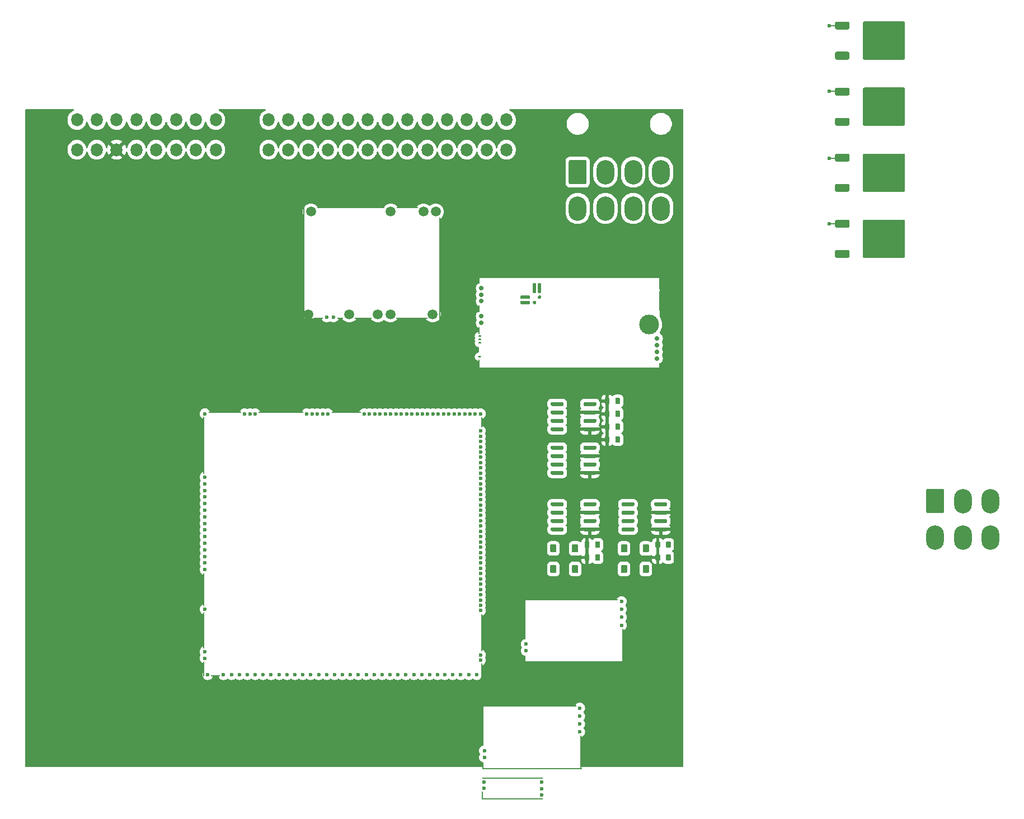
<source format=gtl>
G04 #@! TF.GenerationSoftware,KiCad,Pcbnew,8.0.9-8.0.9-0~ubuntu24.04.1*
G04 #@! TF.CreationDate,2025-06-27T08:15:53+00:00*
G04 #@! TF.ProjectId,EP91Starlet,45503931-5374-4617-926c-65742e6b6963,rev?*
G04 #@! TF.SameCoordinates,Original*
G04 #@! TF.FileFunction,Copper,L1,Top*
G04 #@! TF.FilePolarity,Positive*
%FSLAX46Y46*%
G04 Gerber Fmt 4.6, Leading zero omitted, Abs format (unit mm)*
G04 Created by KiCad (PCBNEW 8.0.9-8.0.9-0~ubuntu24.04.1) date 2025-06-27 08:15:53*
%MOMM*%
%LPD*%
G01*
G04 APERTURE LIST*
G04 #@! TA.AperFunction,ComponentPad*
%ADD10C,0.700000*%
G04 #@! TD*
G04 #@! TA.AperFunction,SMDPad,CuDef*
%ADD11C,3.000000*%
G04 #@! TD*
G04 #@! TA.AperFunction,SMDPad,CuDef*
%ADD12R,0.250000X3.000000*%
G04 #@! TD*
G04 #@! TA.AperFunction,SMDPad,CuDef*
%ADD13R,0.250000X1.100000*%
G04 #@! TD*
G04 #@! TA.AperFunction,SMDPad,CuDef*
%ADD14R,0.250000X0.980000*%
G04 #@! TD*
G04 #@! TA.AperFunction,SMDPad,CuDef*
%ADD15R,0.250000X1.450000*%
G04 #@! TD*
G04 #@! TA.AperFunction,SMDPad,CuDef*
%ADD16R,27.600000X0.250000*%
G04 #@! TD*
G04 #@! TA.AperFunction,SMDPad,CuDef*
%ADD17R,0.250000X1.950000*%
G04 #@! TD*
G04 #@! TA.AperFunction,SMDPad,CuDef*
%ADD18R,0.250000X0.950000*%
G04 #@! TD*
G04 #@! TA.AperFunction,ComponentPad*
%ADD19C,0.600000*%
G04 #@! TD*
G04 #@! TA.AperFunction,SMDPad,CuDef*
%ADD20R,0.200000X2.300000*%
G04 #@! TD*
G04 #@! TA.AperFunction,SMDPad,CuDef*
%ADD21R,0.200000X5.400000*%
G04 #@! TD*
G04 #@! TA.AperFunction,SMDPad,CuDef*
%ADD22R,0.200000X8.600000*%
G04 #@! TD*
G04 #@! TA.AperFunction,SMDPad,CuDef*
%ADD23R,0.200000X5.000000*%
G04 #@! TD*
G04 #@! TA.AperFunction,SMDPad,CuDef*
%ADD24R,1.400000X0.200000*%
G04 #@! TD*
G04 #@! TA.AperFunction,SMDPad,CuDef*
%ADD25R,5.000000X0.200000*%
G04 #@! TD*
G04 #@! TA.AperFunction,SMDPad,CuDef*
%ADD26R,6.800000X0.200000*%
G04 #@! TD*
G04 #@! TA.AperFunction,SMDPad,CuDef*
%ADD27R,4.500000X0.200000*%
G04 #@! TD*
G04 #@! TA.AperFunction,SMDPad,CuDef*
%ADD28R,0.200000X1.600000*%
G04 #@! TD*
G04 #@! TA.AperFunction,SMDPad,CuDef*
%ADD29R,0.200000X5.700000*%
G04 #@! TD*
G04 #@! TA.AperFunction,SMDPad,CuDef*
%ADD30R,0.200000X2.000000*%
G04 #@! TD*
G04 #@! TA.AperFunction,ComponentPad*
%ADD31O,2.700000X3.700000*%
G04 #@! TD*
G04 #@! TA.AperFunction,SMDPad,CuDef*
%ADD32R,0.250000X6.185000*%
G04 #@! TD*
G04 #@! TA.AperFunction,SMDPad,CuDef*
%ADD33R,0.250000X1.115000*%
G04 #@! TD*
G04 #@! TA.AperFunction,SMDPad,CuDef*
%ADD34R,14.275000X0.250000*%
G04 #@! TD*
G04 #@! TA.AperFunction,SMDPad,CuDef*
%ADD35R,15.100000X0.250000*%
G04 #@! TD*
G04 #@! TA.AperFunction,SMDPad,CuDef*
%ADD36R,0.250000X5.175000*%
G04 #@! TD*
G04 #@! TA.AperFunction,ComponentPad*
%ADD37C,1.500000*%
G04 #@! TD*
G04 #@! TA.AperFunction,SMDPad,CuDef*
%ADD38O,3.300000X0.200000*%
G04 #@! TD*
G04 #@! TA.AperFunction,SMDPad,CuDef*
%ADD39O,10.200000X0.200000*%
G04 #@! TD*
G04 #@! TA.AperFunction,SMDPad,CuDef*
%ADD40O,0.300000X0.200000*%
G04 #@! TD*
G04 #@! TA.AperFunction,SMDPad,CuDef*
%ADD41O,0.200000X17.000000*%
G04 #@! TD*
G04 #@! TA.AperFunction,SMDPad,CuDef*
%ADD42O,0.200000X15.400000*%
G04 #@! TD*
G04 #@! TA.AperFunction,SMDPad,CuDef*
%ADD43O,4.800000X0.200000*%
G04 #@! TD*
G04 #@! TA.AperFunction,SMDPad,CuDef*
%ADD44O,2.600000X0.200000*%
G04 #@! TD*
G04 #@! TA.AperFunction,SMDPad,CuDef*
%ADD45O,1.000000X0.200000*%
G04 #@! TD*
G04 #@! TA.AperFunction,SMDPad,CuDef*
%ADD46O,1.500000X0.200000*%
G04 #@! TD*
G04 #@! TA.AperFunction,ComponentPad*
%ADD47O,1.800000X2.000000*%
G04 #@! TD*
G04 #@! TA.AperFunction,SMDPad,CuDef*
%ADD48O,0.200000X1.225000*%
G04 #@! TD*
G04 #@! TA.AperFunction,SMDPad,CuDef*
%ADD49O,9.300000X0.200000*%
G04 #@! TD*
G04 #@! TA.AperFunction,ViaPad*
%ADD50C,0.600000*%
G04 #@! TD*
G04 #@! TA.AperFunction,Conductor*
%ADD51C,0.200000*%
G04 #@! TD*
G04 APERTURE END LIST*
D10*
G04 #@! TO.P,M4,E1,LSU_Un*
G04 #@! TO.N,Net-(J2-Pin_4)*
X92764000Y70961000D03*
G04 #@! TO.P,M4,E2,LSU_Vm*
G04 #@! TO.N,Net-(J2-Pin_6)*
X92764000Y73961000D03*
G04 #@! TO.P,M4,E3,LSU_Ip*
G04 #@! TO.N,Net-(J2-Pin_3)*
X92764000Y72961000D03*
G04 #@! TO.P,M4,E4,LSU_Rtrim*
G04 #@! TO.N,Net-(J2-Pin_1)*
X92764000Y71961000D03*
D11*
G04 #@! TO.P,M4,E5,LSU_H+*
G04 #@! TO.N,Net-(J2-Pin_2)*
X91514000Y76111000D03*
D12*
G04 #@! TO.P,M4,E6,LSU_H-*
G04 #@! TO.N,GND*
X93139000Y79611000D03*
D13*
G04 #@! TO.P,M4,G,GND*
X65789000Y82811000D03*
D14*
X65789000Y78471000D03*
X65789000Y75171000D03*
D15*
X65789000Y70086000D03*
D16*
X79464000Y83236000D03*
X79464000Y69486000D03*
D17*
X93139000Y82386000D03*
D18*
X93139000Y69836000D03*
G04 #@! TO.P,M4,J1,SEL1*
G04 #@! TO.N,Net-(M4-PULL_DOWN1)*
G04 #@! TA.AperFunction,SMDPad,CuDef*
G36*
G01*
X75214000Y82211000D02*
X75214000Y80961000D01*
G75*
G02*
X75089000Y80836000I-125000J0D01*
G01*
X74839000Y80836000D01*
G75*
G02*
X74714000Y80961000I0J125000D01*
G01*
X74714000Y82211000D01*
G75*
G02*
X74839000Y82336000I125000J0D01*
G01*
X75089000Y82336000D01*
G75*
G02*
X75214000Y82211000I0J-125000D01*
G01*
G37*
G04 #@! TD.AperFunction*
G04 #@! TO.P,M4,J2,SEL2*
G04 #@! TO.N,unconnected-(M4-SEL2-PadJ2)*
G04 #@! TA.AperFunction,SMDPad,CuDef*
G36*
G01*
X73539000Y79536000D02*
X73539000Y79286000D01*
G75*
G02*
X73414000Y79161000I-125000J0D01*
G01*
X72164000Y79161000D01*
G75*
G02*
X72039000Y79286000I0J125000D01*
G01*
X72039000Y79536000D01*
G75*
G02*
X72164000Y79661000I125000J0D01*
G01*
X73414000Y79661000D01*
G75*
G02*
X73539000Y79536000I0J-125000D01*
G01*
G37*
G04 #@! TD.AperFunction*
G04 #@! TO.P,M4,J_GND1,PULL_DOWN1*
G04 #@! TO.N,Net-(M4-PULL_DOWN1)*
G04 #@! TA.AperFunction,SMDPad,CuDef*
G36*
G01*
X74414000Y82211000D02*
X74414000Y80961000D01*
G75*
G02*
X74289000Y80836000I-125000J0D01*
G01*
X74039000Y80836000D01*
G75*
G02*
X73914000Y80961000I0J125000D01*
G01*
X73914000Y82211000D01*
G75*
G02*
X74039000Y82336000I125000J0D01*
G01*
X74289000Y82336000D01*
G75*
G02*
X74414000Y82211000I0J-125000D01*
G01*
G37*
G04 #@! TD.AperFunction*
G04 #@! TO.P,M4,J_GND2,PULL_DOWN2*
G04 #@! TO.N,unconnected-(M4-PULL_DOWN2-PadJ_GND2)*
G04 #@! TA.AperFunction,SMDPad,CuDef*
G36*
G01*
X74089000Y79661000D02*
X74339000Y79661000D01*
G75*
G02*
X74464000Y79536000I0J-125000D01*
G01*
X74464000Y79286000D01*
G75*
G02*
X74339000Y79161000I-125000J0D01*
G01*
X74089000Y79161000D01*
G75*
G02*
X73964000Y79286000I0J125000D01*
G01*
X73964000Y79536000D01*
G75*
G02*
X74089000Y79661000I125000J0D01*
G01*
G37*
G04 #@! TD.AperFunction*
G04 #@! TO.P,M4,J_VCC1,PULL_UP1*
G04 #@! TO.N,unconnected-(M4-PULL_UP1-PadJ_VCC1)*
G04 #@! TA.AperFunction,SMDPad,CuDef*
G36*
G01*
X75214000Y80336000D02*
X75214000Y80086000D01*
G75*
G02*
X75089000Y79961000I-125000J0D01*
G01*
X74839000Y79961000D01*
G75*
G02*
X74714000Y80086000I0J125000D01*
G01*
X74714000Y80336000D01*
G75*
G02*
X74839000Y80461000I125000J0D01*
G01*
X75089000Y80461000D01*
G75*
G02*
X75214000Y80336000I0J-125000D01*
G01*
G37*
G04 #@! TD.AperFunction*
G04 #@! TO.P,M4,J_VCC2,PULL_UP2*
G04 #@! TO.N,unconnected-(M4-PULL_UP2-PadJ_VCC2)*
G04 #@! TA.AperFunction,SMDPad,CuDef*
G36*
G01*
X73539000Y80336000D02*
X73539000Y80086000D01*
G75*
G02*
X73414000Y79961000I-125000J0D01*
G01*
X72164000Y79961000D01*
G75*
G02*
X72039000Y80086000I0J125000D01*
G01*
X72039000Y80336000D01*
G75*
G02*
X72164000Y80461000I125000J0D01*
G01*
X73414000Y80461000D01*
G75*
G02*
X73539000Y80336000I0J-125000D01*
G01*
G37*
G04 #@! TD.AperFunction*
D10*
G04 #@! TO.P,M4,W1,V5_IN*
G04 #@! TO.N,+5VA*
X66172800Y80611000D03*
G04 #@! TO.P,M4,W2,CAN_VIO*
G04 #@! TO.N,unconnected-(M4-CAN_VIO-PadW2)*
X66172800Y79611000D03*
G04 #@! TO.P,M4,W3,CANL*
G04 #@! TO.N,/CAN-*
X66172800Y76315000D03*
G04 #@! TO.P,M4,W4,CANH*
G04 #@! TO.N,/CAN+*
X66172800Y77331000D03*
G04 #@! TO.P,M4,W5,nReset*
G04 #@! TO.N,unconnected-(M4-nReset-PadW5)*
G04 #@! TA.AperFunction,SMDPad,CuDef*
G36*
G01*
X65664000Y74311000D02*
X65664000Y74311000D01*
G75*
G02*
X65789000Y74436000I125000J0D01*
G01*
X66039000Y74436000D01*
G75*
G02*
X66164000Y74311000I0J-125000D01*
G01*
X66164000Y74311000D01*
G75*
G02*
X66039000Y74186000I-125000J0D01*
G01*
X65789000Y74186000D01*
G75*
G02*
X65664000Y74311000I0J125000D01*
G01*
G37*
G04 #@! TD.AperFunction*
G04 #@! TO.P,M4,W6,SWDIO*
G04 #@! TO.N,unconnected-(M4-SWDIO-PadW6)*
G04 #@! TA.AperFunction,SMDPad,CuDef*
G36*
G01*
X65664000Y73811000D02*
X65664000Y73811000D01*
G75*
G02*
X65789000Y73936000I125000J0D01*
G01*
X66039000Y73936000D01*
G75*
G02*
X66164000Y73811000I0J-125000D01*
G01*
X66164000Y73811000D01*
G75*
G02*
X66039000Y73686000I-125000J0D01*
G01*
X65789000Y73686000D01*
G75*
G02*
X65664000Y73811000I0J125000D01*
G01*
G37*
G04 #@! TD.AperFunction*
G04 #@! TO.P,M4,W7,SWCLK*
G04 #@! TO.N,unconnected-(M4-SWCLK-PadW7)*
G04 #@! TA.AperFunction,SMDPad,CuDef*
G36*
G01*
X65664000Y73311000D02*
X65664000Y73311000D01*
G75*
G02*
X65789000Y73436000I125000J0D01*
G01*
X66039000Y73436000D01*
G75*
G02*
X66164000Y73311000I0J-125000D01*
G01*
X66164000Y73311000D01*
G75*
G02*
X66039000Y73186000I-125000J0D01*
G01*
X65789000Y73186000D01*
G75*
G02*
X65664000Y73311000I0J125000D01*
G01*
G37*
G04 #@! TD.AperFunction*
G04 #@! TO.P,M4,W8,V33_OUT*
G04 #@! TO.N,unconnected-(M4-V33_OUT-PadW8)*
G04 #@! TA.AperFunction,SMDPad,CuDef*
G36*
G01*
X65664000Y71211000D02*
X65664000Y71211000D01*
G75*
G02*
X65789000Y71336000I125000J0D01*
G01*
X66039000Y71336000D01*
G75*
G02*
X66164000Y71211000I0J-125000D01*
G01*
X66164000Y71211000D01*
G75*
G02*
X66039000Y71086000I-125000J0D01*
G01*
X65789000Y71086000D01*
G75*
G02*
X65664000Y71211000I0J125000D01*
G01*
G37*
G04 #@! TD.AperFunction*
G04 #@! TO.P,M4,W9,VDDA*
G04 #@! TO.N,unconnected-(M4-VDDA-PadW9)*
X66172800Y81611000D03*
G04 #@! TD*
D19*
G04 #@! TO.P,M2,E1,SPI2_SCK/CAN2_TX*
G04 #@! TO.N,unconnected-(M2-SPI2_SCK{slash}CAN2_TX-PadE1)*
X66046002Y59977996D03*
G04 #@! TO.P,M2,E2,SPI2_MISO*
G04 #@! TO.N,unconnected-(M2-SPI2_MISO-PadE2)*
X66046002Y59177995D03*
G04 #@! TO.P,M2,E3,SPI2_MOSI*
G04 #@! TO.N,unconnected-(M2-SPI2_MOSI-PadE3)*
X66046002Y58377997D03*
G04 #@! TO.P,M2,E4,SPI2_CS/CAN2_RX*
G04 #@! TO.N,unconnected-(M2-SPI2_CS{slash}CAN2_RX-PadE4)*
X66046002Y57577996D03*
G04 #@! TO.P,M2,E6,OUT_IO3*
G04 #@! TO.N,unconnected-(M2-OUT_IO3-PadE6)*
X66046002Y56777995D03*
G04 #@! TO.P,M2,E7,OUT_IO5*
G04 #@! TO.N,unconnected-(M2-OUT_IO5-PadE7)*
X66045999Y55977997D03*
G04 #@! TO.P,M2,E8,OUT_IO1*
G04 #@! TO.N,unconnected-(M2-OUT_IO1-PadE8)*
X66045999Y55177996D03*
G04 #@! TO.P,M2,E9,OUT_IO6*
G04 #@! TO.N,unconnected-(M2-OUT_IO6-PadE9)*
X66046002Y54377992D03*
G04 #@! TO.P,M2,E10,OUT_IO10*
G04 #@! TO.N,unconnected-(M2-OUT_IO10-PadE10)*
X66046002Y53577996D03*
G04 #@! TO.P,M2,E11,OUT_IO9*
G04 #@! TO.N,unconnected-(M2-OUT_IO9-PadE11)*
X66046002Y52777996D03*
G04 #@! TO.P,M2,E12,OUT_IO2*
G04 #@! TO.N,unconnected-(M2-OUT_IO2-PadE12)*
X66046002Y51977995D03*
G04 #@! TO.P,M2,E13,OUT_IO12*
G04 #@! TO.N,unconnected-(M2-OUT_IO12-PadE13)*
X66045999Y51177996D03*
G04 #@! TO.P,M2,E14,OUT_PWM5*
G04 #@! TO.N,unconnected-(M2-OUT_PWM5-PadE14)*
X66045999Y50377995D03*
G04 #@! TO.P,M2,E15,OUT_PWM4*
G04 #@! TO.N,unconnected-(M2-OUT_PWM4-PadE15)*
X66045999Y49577994D03*
G04 #@! TO.P,M2,E16,OUT_PWM3*
G04 #@! TO.N,unconnected-(M2-OUT_PWM3-PadE16)*
X66046002Y48777996D03*
G04 #@! TO.P,M2,E17,OUT_PWM2*
G04 #@! TO.N,unconnected-(M2-OUT_PWM2-PadE17)*
X66046002Y47977995D03*
G04 #@! TO.P,M2,E18,OUT_INJ2*
G04 #@! TO.N,/INJ4/IN2*
X66046002Y47177997D03*
G04 #@! TO.P,M2,E19,OUT_INJ1*
G04 #@! TO.N,/INJ4/IN1*
X66045999Y46377996D03*
G04 #@! TO.P,M2,E20,OUT_IO13*
G04 #@! TO.N,unconnected-(M2-OUT_IO13-PadE20)*
X66045999Y45577995D03*
G04 #@! TO.P,M2,E21,OUT_IO4*
G04 #@! TO.N,unconnected-(M2-OUT_IO4-PadE21)*
X66046002Y44777996D03*
G04 #@! TO.P,M2,E22,OUT_IO8*
G04 #@! TO.N,unconnected-(M2-OUT_IO8-PadE22)*
X66046002Y43977995D03*
G04 #@! TO.P,M2,E23,OUT_IO7*
G04 #@! TO.N,unconnected-(M2-OUT_IO7-PadE23)*
X66046002Y43177994D03*
G04 #@! TO.P,M2,E24,OUT_IO11*
G04 #@! TO.N,unconnected-(M2-OUT_IO11-PadE24)*
X66046002Y42377996D03*
G04 #@! TO.P,M2,E25,OUT_PWM7*
G04 #@! TO.N,unconnected-(M2-OUT_PWM7-PadE25)*
X66046002Y41577995D03*
G04 #@! TO.P,M2,E26,OUT_PWM6*
G04 #@! TO.N,unconnected-(M2-OUT_PWM6-PadE26)*
X66046002Y40777997D03*
G04 #@! TO.P,M2,E27,OUT_PWM1*
G04 #@! TO.N,unconnected-(M2-OUT_PWM1-PadE27)*
X66046002Y39977996D03*
G04 #@! TO.P,M2,E28,OUT_PWM8*
G04 #@! TO.N,unconnected-(M2-OUT_PWM8-PadE28)*
X66046002Y39177995D03*
G04 #@! TO.P,M2,E29,OUT_INJ3*
G04 #@! TO.N,/INJ4/IN3*
X66046002Y38377996D03*
G04 #@! TO.P,M2,E30,OUT_INJ4*
G04 #@! TO.N,/INJ4/IN4*
X66046002Y37577995D03*
G04 #@! TO.P,M2,E31,OUT_INJ5*
G04 #@! TO.N,/LS_PROTECTED_2/IN1*
X66045999Y36777997D03*
G04 #@! TO.P,M2,E32,OUT_INJ6*
G04 #@! TO.N,/LS_PROTECTED_2/IN2*
X66046002Y35977994D03*
G04 #@! TO.P,M2,E33,OUT_INJ7*
G04 #@! TO.N,/LS_PROTECTED_2/IN1*
X66046002Y35177995D03*
G04 #@! TO.P,M2,E34,OUT_INJ8*
G04 #@! TO.N,/LS_PROTECTED_2/IN2*
X66046002Y34377997D03*
G04 #@! TO.P,M2,E35,IO6*
G04 #@! TO.N,unconnected-(M2-IO6-PadE35)*
X66046002Y33577996D03*
G04 #@! TO.P,M2,E36,IO7*
G04 #@! TO.N,unconnected-(M2-IO7-PadE36)*
X66046002Y32777995D03*
G04 #@! TO.P,M2,E38,V5A_SWITCHABLE*
G04 #@! TO.N,+5VA*
X66045999Y26078001D03*
G04 #@! TO.P,M2,E39,GNDA*
G04 #@! TO.N,unconnected-(M2-GNDA-PadE39)*
X66046002Y25278000D03*
D20*
G04 #@! TO.P,M2,G,GND*
G04 #@! TO.N,GND*
X24145997Y23928000D03*
D21*
X24145999Y29778003D03*
D22*
X24146000Y57778000D03*
D23*
X24146000Y35978000D03*
D24*
X25946006Y22877997D03*
D25*
X27346001Y62777998D03*
D26*
X35846004Y62777998D03*
D27*
X45696007Y62777998D03*
D28*
X66246002Y61277999D03*
D29*
X66246002Y29427996D03*
D30*
X66246002Y23778003D03*
D19*
G04 #@! TO.P,M2,N1,USBID*
G04 #@! TO.N,unconnected-(M2-USBID-PadN1)*
X66046002Y62577999D03*
G04 #@! TO.P,M2,N2,USBM*
G04 #@! TO.N,unconnected-(M2-USBM-PadN2)*
X65246004Y62578001D03*
G04 #@! TO.P,M2,N3,USBP*
G04 #@! TO.N,unconnected-(M2-USBP-PadN3)*
X64446003Y62578001D03*
G04 #@! TO.P,M2,N4,VBUS*
G04 #@! TO.N,unconnected-(M2-VBUS-PadN4)*
X63646004Y62577999D03*
G04 #@! TO.P,M2,N5,BOOT0*
G04 #@! TO.N,unconnected-(M2-BOOT0-PadN5)*
X62846003Y62577999D03*
G04 #@! TO.P,M2,N6,SWO*
G04 #@! TO.N,unconnected-(M2-SWO-PadN6)*
X62046002Y62577999D03*
G04 #@! TO.P,M2,N7,SWDIO*
G04 #@! TO.N,unconnected-(M2-SWDIO-PadN7)*
X61246004Y62577999D03*
G04 #@! TO.P,M2,N8,SWCLK*
G04 #@! TO.N,unconnected-(M2-SWCLK-PadN8)*
X60446003Y62578001D03*
G04 #@! TO.P,M2,N9,nReset*
G04 #@! TO.N,unconnected-(M2-nReset-PadN9)*
X59646005Y62577999D03*
G04 #@! TO.P,M2,N10,SPI3_CS*
G04 #@! TO.N,unconnected-(M2-SPI3_CS-PadN10)*
X58846004Y62577999D03*
G04 #@! TO.P,M2,N11,SPI3_SCK*
G04 #@! TO.N,unconnected-(M2-SPI3_SCK-PadN11)*
X58046003Y62577999D03*
G04 #@! TO.P,M2,N12,SPI3_MISO*
G04 #@! TO.N,unconnected-(M2-SPI3_MISO-PadN12)*
X57246002Y62577999D03*
G04 #@! TO.P,M2,N13,SPI3_MOSI*
G04 #@! TO.N,unconnected-(M2-SPI3_MOSI-PadN13)*
X56446003Y62577999D03*
G04 #@! TO.P,M2,N14,I2C_SCL*
G04 #@! TO.N,unconnected-(M2-I2C_SCL-PadN14)*
X55646002Y62577999D03*
G04 #@! TO.P,M2,N15,I2C_SDA*
G04 #@! TO.N,unconnected-(M2-I2C_SDA-PadN15)*
X54846001Y62578001D03*
G04 #@! TO.P,M2,N16,IO1*
G04 #@! TO.N,unconnected-(M2-IO1-PadN16)*
X54046001Y62578001D03*
G04 #@! TO.P,M2,N17,UART2_TX*
G04 #@! TO.N,unconnected-(M2-UART2_TX-PadN17)*
X53246002Y62577999D03*
G04 #@! TO.P,M2,N18,UART2_RX*
G04 #@! TO.N,unconnected-(M2-UART2_RX-PadN18)*
X52446001Y62577999D03*
G04 #@! TO.P,M2,N19,IO2*
G04 #@! TO.N,unconnected-(M2-IO2-PadN19)*
X51646003Y62577999D03*
G04 #@! TO.P,M2,N20,IO4*
G04 #@! TO.N,unconnected-(M2-IO4-PadN20)*
X50846002Y62577999D03*
G04 #@! TO.P,M2,N21,IO3*
G04 #@! TO.N,unconnected-(M2-IO3-PadN21)*
X50046003Y62578001D03*
G04 #@! TO.P,M2,N22,V33*
G04 #@! TO.N,unconnected-(M2-V33-PadN22)*
X49246002Y62577999D03*
G04 #@! TO.P,M2,N23,IO5*
G04 #@! TO.N,unconnected-(M2-IO5-PadN23)*
X48446002Y62577999D03*
G04 #@! TO.P,M2,N24,UART8_RX*
G04 #@! TO.N,unconnected-(M2-UART8_RX-PadN24)*
X42946002Y62577999D03*
G04 #@! TO.P,M2,N25,UART8_TX*
G04 #@! TO.N,unconnected-(M2-UART8_TX-PadN25)*
X42146001Y62577999D03*
G04 #@! TO.P,M2,N26,IN_VIGN*
G04 #@! TO.N,Net-(M2-IN_VIGN)*
X41346003Y62577999D03*
G04 #@! TO.P,M2,N27,VBAT*
G04 #@! TO.N,Net-(M2-VBAT)*
X40546005Y62577999D03*
G04 #@! TO.P,M2,N28,V33_SWITCHABLE*
G04 #@! TO.N,unconnected-(M2-V33_SWITCHABLE-PadN28)*
X39746006Y62577999D03*
G04 #@! TO.P,M2,N29,OUT_PWR_EN*
G04 #@! TO.N,Net-(M2-OUT_PWR_EN)*
X31946002Y62577999D03*
G04 #@! TO.P,M2,N30,V5A_SWITCHABLE*
G04 #@! TO.N,unconnected-(M2-V5A_SWITCHABLE-PadN30)*
X31146003Y62577999D03*
G04 #@! TO.P,M2,N31,VCC*
G04 #@! TO.N,+5V*
X30346005Y62577999D03*
G04 #@! TO.P,M2,N32,V33*
G04 #@! TO.N,unconnected-(M2-V33-PadN32)*
X24346001Y62577999D03*
G04 #@! TO.P,M2,S1,IN_D4*
G04 #@! TO.N,unconnected-(M2-IN_D4-PadS1)*
X65446001Y23077994D03*
G04 #@! TO.P,M2,S2,IN_D3*
G04 #@! TO.N,unconnected-(M2-IN_D3-PadS2)*
X64246000Y23077996D03*
G04 #@! TO.P,M2,S3,IN_D2*
G04 #@! TO.N,unconnected-(M2-IN_D2-PadS3)*
X63046003Y23077996D03*
G04 #@! TO.P,M2,S4,IN_D1*
G04 #@! TO.N,unconnected-(M2-IN_D1-PadS4)*
X61846003Y23077994D03*
G04 #@! TO.P,M2,S5,VREF2*
G04 #@! TO.N,unconnected-(M2-VREF2-PadS5)*
X60646003Y23077996D03*
G04 #@! TO.P,M2,S6,IN_SENS4*
G04 #@! TO.N,unconnected-(M2-IN_SENS4-PadS6)*
X59546015Y23077996D03*
G04 #@! TO.P,M2,S7,IN_SENS3*
G04 #@! TO.N,unconnected-(M2-IN_SENS3-PadS7)*
X58346015Y23077996D03*
G04 #@! TO.P,M2,S8,IN_SENS2*
G04 #@! TO.N,unconnected-(M2-IN_SENS2-PadS8)*
X57146017Y23077994D03*
G04 #@! TO.P,M2,S9,IN_SENS1*
G04 #@! TO.N,unconnected-(M2-IN_SENS1-PadS9)*
X55946017Y23077996D03*
G04 #@! TO.P,M2,S10,IN_AUX4*
G04 #@! TO.N,unconnected-(M2-IN_AUX4-PadS10)*
X54746014Y23077996D03*
G04 #@! TO.P,M2,S11,IN_AUX3*
G04 #@! TO.N,unconnected-(M2-IN_AUX3-PadS11)*
X53546012Y23077994D03*
G04 #@! TO.P,M2,S12,IN_AUX2*
G04 #@! TO.N,unconnected-(M2-IN_AUX2-PadS12)*
X52346014Y23077996D03*
G04 #@! TO.P,M2,S13,IN_AUX1*
G04 #@! TO.N,unconnected-(M2-IN_AUX1-PadS13)*
X51146016Y23077996D03*
G04 #@! TO.P,M2,S14,IN_RES2*
G04 #@! TO.N,unconnected-(M2-IN_RES2-PadS14)*
X49946009Y23077996D03*
G04 #@! TO.P,M2,S15,IN_O2S2*
G04 #@! TO.N,unconnected-(M2-IN_O2S2-PadS15)*
X48746009Y23077996D03*
G04 #@! TO.P,M2,S16,IN_O2S*
G04 #@! TO.N,unconnected-(M2-IN_O2S-PadS16)*
X47546011Y23077996D03*
G04 #@! TO.P,M2,S17,IN_RES1*
G04 #@! TO.N,unconnected-(M2-IN_RES1-PadS17)*
X46346011Y23077996D03*
G04 #@! TO.P,M2,S18,IN_RES3*
G04 #@! TO.N,unconnected-(M2-IN_RES3-PadS18)*
X45146006Y23077996D03*
G04 #@! TO.P,M2,S19,IN_MAP3*
G04 #@! TO.N,unconnected-(M2-IN_MAP3-PadS19)*
X43946005Y23077996D03*
G04 #@! TO.P,M2,S20,IN_MAP2*
G04 #@! TO.N,unconnected-(M2-IN_MAP2-PadS20)*
X42746008Y23077994D03*
G04 #@! TO.P,M2,S21,IN_MAP1*
G04 #@! TO.N,Net-(M2-IN_MAP1)*
X41546008Y23077996D03*
G04 #@! TO.P,M2,S22,IN_CRANK*
G04 #@! TO.N,Net-(M1-OUT)*
X40346005Y23077994D03*
G04 #@! TO.P,M2,S23,IN_KNOCK*
G04 #@! TO.N,Net-(M2-IN_KNOCK)*
X39146005Y23077996D03*
G04 #@! TO.P,M2,S24,IN_CAM*
G04 #@! TO.N,Net-(M2-IN_CAM)*
X37946010Y23077996D03*
G04 #@! TO.P,M2,S25,IN_VSS*
G04 #@! TO.N,unconnected-(M2-IN_VSS-PadS25)*
X36746007Y23077994D03*
G04 #@! TO.P,M2,S26,IN_IAT*
G04 #@! TO.N,Net-(M2-IN_IAT)*
X35546002Y23077996D03*
G04 #@! TO.P,M2,S27,IN_AT1*
G04 #@! TO.N,unconnected-(M2-IN_AT1-PadS27)*
X34346002Y23077994D03*
G04 #@! TO.P,M2,S28,IN_CLT*
G04 #@! TO.N,Net-(M2-IN_CLT)*
X33146004Y23077996D03*
G04 #@! TO.P,M2,S29,IN_AT2*
G04 #@! TO.N,unconnected-(M2-IN_AT2-PadS29)*
X31946004Y23077996D03*
G04 #@! TO.P,M2,S30,IN_TPS*
G04 #@! TO.N,Net-(M2-IN_TPS)*
X30745999Y23077996D03*
G04 #@! TO.P,M2,S31,IN_PPS*
G04 #@! TO.N,unconnected-(M2-IN_PPS-PadS31)*
X29545999Y23077996D03*
G04 #@! TO.P,M2,S32,IN_TPS2*
G04 #@! TO.N,unconnected-(M2-IN_TPS2-PadS32)*
X28346001Y23077996D03*
G04 #@! TO.P,M2,S33,IN_PPS2*
G04 #@! TO.N,unconnected-(M2-IN_PPS2-PadS33)*
X27146001Y23077996D03*
G04 #@! TO.P,M2,S35,VREF1*
G04 #@! TO.N,unconnected-(M2-VREF1-PadS35)*
X24746001Y23077996D03*
G04 #@! TO.P,M2,W1,GNDA*
G04 #@! TO.N,GNDA*
X24345999Y25577999D03*
G04 #@! TO.P,M2,W2,V5A_SWITCHABLE*
G04 #@! TO.N,+5VA*
X24345999Y26578000D03*
G04 #@! TO.P,M2,W3,V33_REF*
G04 #@! TO.N,unconnected-(M2-V33_REF-PadW3)*
X24346001Y32978002D03*
G04 #@! TO.P,M2,W3a,BOOT1*
G04 #@! TO.N,unconnected-(M2-BOOT1-PadW3a)*
X24346000Y38978000D03*
G04 #@! TO.P,M2,W4,IGN8*
G04 #@! TO.N,unconnected-(M2-IGN8-PadW4)*
X24346001Y39977998D03*
G04 #@! TO.P,M2,W5,IGN7*
G04 #@! TO.N,unconnected-(M2-IGN7-PadW5)*
X24346001Y40977999D03*
G04 #@! TO.P,M2,W6,IGN6*
G04 #@! TO.N,unconnected-(M2-IGN6-PadW6)*
X24346001Y41977997D03*
G04 #@! TO.P,M2,W7,IGN5*
G04 #@! TO.N,unconnected-(M2-IGN5-PadW7)*
X24346001Y42977997D03*
G04 #@! TO.P,M2,W8,IGN4*
G04 #@! TO.N,/IGN4/IN4*
X24346001Y43977998D03*
G04 #@! TO.P,M2,W9,IGN3*
G04 #@! TO.N,/IGN4/IN3*
X24346001Y44977996D03*
G04 #@! TO.P,M2,W10,IGN2*
G04 #@! TO.N,/IGN4/IN2*
X24346001Y45977996D03*
G04 #@! TO.P,M2,W11,IGN1*
G04 #@! TO.N,/IGN4/IN1*
X24346001Y46977994D03*
G04 #@! TO.P,M2,W11a,LED_RED*
G04 #@! TO.N,unconnected-(M2-LED_RED-PadW11a)*
X24346000Y47978000D03*
G04 #@! TO.P,M2,W11b,LED_GREEN*
G04 #@! TO.N,unconnected-(M2-LED_GREEN-PadW11b)*
X24346000Y48978000D03*
G04 #@! TO.P,M2,W11c,LED_BLUE*
G04 #@! TO.N,unconnected-(M2-LED_BLUE-PadW11c)*
X24346000Y49978000D03*
G04 #@! TO.P,M2,W11d,LED_YELLOW*
G04 #@! TO.N,unconnected-(M2-LED_YELLOW-PadW11d)*
X24346000Y50978000D03*
G04 #@! TO.P,M2,W12,CANH*
G04 #@! TO.N,/CAN+*
X24346000Y51978000D03*
G04 #@! TO.P,M2,W13,CANL*
G04 #@! TO.N,/CAN-*
X24346000Y52978000D03*
G04 #@! TD*
G04 #@! TO.P,J1,1,Pin_1*
G04 #@! TO.N,/INJ4/OUT4*
G04 #@! TA.AperFunction,ComponentPad*
G36*
G01*
X79384000Y97550001D02*
X79384000Y100749999D01*
G75*
G02*
X79634001Y101000000I250001J0D01*
G01*
X81833999Y101000000D01*
G75*
G02*
X82084000Y100749999I0J-250001D01*
G01*
X82084000Y97550001D01*
G75*
G02*
X81833999Y97300000I-250001J0D01*
G01*
X79634001Y97300000D01*
G75*
G02*
X79384000Y97550001I0J250001D01*
G01*
G37*
G04 #@! TD.AperFunction*
D31*
G04 #@! TO.P,J1,2,Pin_2*
G04 #@! TO.N,/INJ4/OUT3*
X84934000Y99150000D03*
G04 #@! TO.P,J1,3,Pin_3*
G04 #@! TO.N,/INJ4/OUT2*
X89134000Y99150000D03*
G04 #@! TO.P,J1,4,Pin_4*
G04 #@! TO.N,/INJ4/OUT1*
X93334000Y99150000D03*
G04 #@! TO.P,J1,5,Pin_5*
G04 #@! TO.N,/IGN4/OUT4*
X80734000Y93650000D03*
G04 #@! TO.P,J1,6,Pin_6*
G04 #@! TO.N,/IGN4/OUT3*
X84934000Y93650000D03*
G04 #@! TO.P,J1,7,Pin_7*
G04 #@! TO.N,/IGN4/OUT2*
X89134000Y93650000D03*
G04 #@! TO.P,J1,8,Pin_8*
G04 #@! TO.N,/IGN4/OUT1*
X93334000Y93650000D03*
G04 #@! TD*
G04 #@! TO.P,R5,1*
G04 #@! TO.N,GND*
G04 #@! TA.AperFunction,SMDPad,CuDef*
G36*
G01*
X92500000Y42377046D02*
X92500000Y43157046D01*
G75*
G02*
X92570000Y43227046I70000J0D01*
G01*
X93130000Y43227046D01*
G75*
G02*
X93200000Y43157046I0J-70000D01*
G01*
X93200000Y42377046D01*
G75*
G02*
X93130000Y42307046I-70000J0D01*
G01*
X92570000Y42307046D01*
G75*
G02*
X92500000Y42377046I0J70000D01*
G01*
G37*
G04 #@! TD.AperFunction*
G04 #@! TO.P,R5,2*
G04 #@! TO.N,/LS_PROTECTED_2/IN2*
G04 #@! TA.AperFunction,SMDPad,CuDef*
G36*
G01*
X94100000Y42377046D02*
X94100000Y43157046D01*
G75*
G02*
X94170000Y43227046I70000J0D01*
G01*
X94730000Y43227046D01*
G75*
G02*
X94800000Y43157046I0J-70000D01*
G01*
X94800000Y42377046D01*
G75*
G02*
X94730000Y42307046I-70000J0D01*
G01*
X94170000Y42307046D01*
G75*
G02*
X94100000Y42377046I0J70000D01*
G01*
G37*
G04 #@! TD.AperFunction*
G04 #@! TD*
G04 #@! TO.P,R6,1*
G04 #@! TO.N,GND*
G04 #@! TA.AperFunction,SMDPad,CuDef*
G36*
G01*
X92500000Y40428000D02*
X92500000Y41208000D01*
G75*
G02*
X92570000Y41278000I70000J0D01*
G01*
X93130000Y41278000D01*
G75*
G02*
X93200000Y41208000I0J-70000D01*
G01*
X93200000Y40428000D01*
G75*
G02*
X93130000Y40358000I-70000J0D01*
G01*
X92570000Y40358000D01*
G75*
G02*
X92500000Y40428000I0J70000D01*
G01*
G37*
G04 #@! TD.AperFunction*
G04 #@! TO.P,R6,2*
G04 #@! TO.N,/LS_PROTECTED_2/IN1*
G04 #@! TA.AperFunction,SMDPad,CuDef*
G36*
G01*
X94100000Y40428000D02*
X94100000Y41208000D01*
G75*
G02*
X94170000Y41278000I70000J0D01*
G01*
X94730000Y41278000D01*
G75*
G02*
X94800000Y41208000I0J-70000D01*
G01*
X94800000Y40428000D01*
G75*
G02*
X94730000Y40358000I-70000J0D01*
G01*
X94170000Y40358000D01*
G75*
G02*
X94100000Y40428000I0J70000D01*
G01*
G37*
G04 #@! TD.AperFunction*
G04 #@! TD*
G04 #@! TO.P,R8,1*
G04 #@! TO.N,GND*
G04 #@! TA.AperFunction,SMDPad,CuDef*
G36*
G01*
X81790000Y40428000D02*
X81790000Y41208000D01*
G75*
G02*
X81860000Y41278000I70000J0D01*
G01*
X82420000Y41278000D01*
G75*
G02*
X82490000Y41208000I0J-70000D01*
G01*
X82490000Y40428000D01*
G75*
G02*
X82420000Y40358000I-70000J0D01*
G01*
X81860000Y40358000D01*
G75*
G02*
X81790000Y40428000I0J70000D01*
G01*
G37*
G04 #@! TD.AperFunction*
G04 #@! TO.P,R8,2*
G04 #@! TO.N,/LS_PROTECTED_2/IN1*
G04 #@! TA.AperFunction,SMDPad,CuDef*
G36*
G01*
X83390000Y40428000D02*
X83390000Y41208000D01*
G75*
G02*
X83460000Y41278000I70000J0D01*
G01*
X84020000Y41278000D01*
G75*
G02*
X84090000Y41208000I0J-70000D01*
G01*
X84090000Y40428000D01*
G75*
G02*
X84020000Y40358000I-70000J0D01*
G01*
X83460000Y40358000D01*
G75*
G02*
X83390000Y40428000I0J70000D01*
G01*
G37*
G04 #@! TD.AperFunction*
G04 #@! TD*
D19*
G04 #@! TO.P,M1,E1,HALL_EN*
G04 #@! TO.N,unconnected-(M1-HALL_EN-PadE1)*
X87355500Y31768000D03*
G04 #@! TO.P,M1,E2,NC*
G04 #@! TO.N,unconnected-(M1-NC-PadE2)*
X87355500Y30568000D03*
G04 #@! TO.P,M1,E3,OUT*
G04 #@! TO.N,Net-(M1-OUT)*
X87355500Y32968000D03*
G04 #@! TO.P,M1,E4,V5_IN*
G04 #@! TO.N,+5VA*
X87355500Y34168000D03*
D32*
G04 #@! TO.P,M1,G,GND*
G04 #@! TO.N,GND*
X72705500Y31500500D03*
D33*
X72705500Y25450500D03*
D34*
X79718000Y34468000D03*
D35*
X80130500Y25018000D03*
D36*
X87555500Y27480500D03*
D19*
G04 #@! TO.P,M1,W1,VR-/HALL*
G04 #@! TO.N,unconnected-(M1-VR-{slash}HALL-PadW1)*
X72930500Y27708000D03*
G04 #@! TO.P,M1,W2,VR+*
G04 #@! TO.N,Net-(M1-VR+)*
X72930500Y26708000D03*
G04 #@! TD*
G04 #@! TO.P,R1,1*
G04 #@! TO.N,GND*
G04 #@! TA.AperFunction,SMDPad,CuDef*
G36*
G01*
X84830000Y64117046D02*
X84830000Y64897046D01*
G75*
G02*
X84900000Y64967046I70000J0D01*
G01*
X85460000Y64967046D01*
G75*
G02*
X85530000Y64897046I0J-70000D01*
G01*
X85530000Y64117046D01*
G75*
G02*
X85460000Y64047046I-70000J0D01*
G01*
X84900000Y64047046D01*
G75*
G02*
X84830000Y64117046I0J70000D01*
G01*
G37*
G04 #@! TD.AperFunction*
G04 #@! TO.P,R1,2*
G04 #@! TO.N,/INJ4/IN2*
G04 #@! TA.AperFunction,SMDPad,CuDef*
G36*
G01*
X86430000Y64117046D02*
X86430000Y64897046D01*
G75*
G02*
X86500000Y64967046I70000J0D01*
G01*
X87060000Y64967046D01*
G75*
G02*
X87130000Y64897046I0J-70000D01*
G01*
X87130000Y64117046D01*
G75*
G02*
X87060000Y64047046I-70000J0D01*
G01*
X86500000Y64047046D01*
G75*
G02*
X86430000Y64117046I0J70000D01*
G01*
G37*
G04 #@! TD.AperFunction*
G04 #@! TD*
G04 #@! TO.P,Q2,1,G*
G04 #@! TO.N,Net-(Q2-G)*
G04 #@! TA.AperFunction,SMDPad,CuDef*
G36*
G01*
X119665000Y110979000D02*
X119665000Y111679000D01*
G75*
G02*
X119915000Y111929000I250000J0D01*
G01*
X121615000Y111929000D01*
G75*
G02*
X121865000Y111679000I0J-250000D01*
G01*
X121865000Y110979000D01*
G75*
G02*
X121615000Y110729000I-250000J0D01*
G01*
X119915000Y110729000D01*
G75*
G02*
X119665000Y110979000I0J250000D01*
G01*
G37*
G04 #@! TD.AperFunction*
G04 #@! TO.P,Q2,2,C*
G04 #@! TO.N,/IGN4/OUT2*
G04 #@! TA.AperFunction,SMDPad,CuDef*
G36*
G01*
X123865000Y109449000D02*
X123865000Y111699000D01*
G75*
G02*
X124115000Y111949000I250000J0D01*
G01*
X126665000Y111949000D01*
G75*
G02*
X126915000Y111699000I0J-250000D01*
G01*
X126915000Y109449000D01*
G75*
G02*
X126665000Y109199000I-250000J0D01*
G01*
X124115000Y109199000D01*
G75*
G02*
X123865000Y109449000I0J250000D01*
G01*
G37*
G04 #@! TD.AperFunction*
G04 #@! TA.AperFunction,SMDPad,CuDef*
G36*
G01*
X123865000Y106399000D02*
X123865000Y108649000D01*
G75*
G02*
X124115000Y108899000I250000J0D01*
G01*
X126665000Y108899000D01*
G75*
G02*
X126915000Y108649000I0J-250000D01*
G01*
X126915000Y106399000D01*
G75*
G02*
X126665000Y106149000I-250000J0D01*
G01*
X124115000Y106149000D01*
G75*
G02*
X123865000Y106399000I0J250000D01*
G01*
G37*
G04 #@! TD.AperFunction*
G04 #@! TA.AperFunction,SMDPad,CuDef*
G36*
G01*
X123865000Y106398997D02*
X123865000Y111699003D01*
G75*
G02*
X124114997Y111949000I249997J0D01*
G01*
X130015003Y111949000D01*
G75*
G02*
X130265000Y111699003I0J-249997D01*
G01*
X130265000Y106398997D01*
G75*
G02*
X130015003Y106149000I-249997J0D01*
G01*
X124114997Y106149000D01*
G75*
G02*
X123865000Y106398997I0J249997D01*
G01*
G37*
G04 #@! TD.AperFunction*
G04 #@! TA.AperFunction,SMDPad,CuDef*
G36*
G01*
X127215000Y109449000D02*
X127215000Y111699000D01*
G75*
G02*
X127465000Y111949000I250000J0D01*
G01*
X130015000Y111949000D01*
G75*
G02*
X130265000Y111699000I0J-250000D01*
G01*
X130265000Y109449000D01*
G75*
G02*
X130015000Y109199000I-250000J0D01*
G01*
X127465000Y109199000D01*
G75*
G02*
X127215000Y109449000I0J250000D01*
G01*
G37*
G04 #@! TD.AperFunction*
G04 #@! TA.AperFunction,SMDPad,CuDef*
G36*
G01*
X127215000Y106399000D02*
X127215000Y108649000D01*
G75*
G02*
X127465000Y108899000I250000J0D01*
G01*
X130015000Y108899000D01*
G75*
G02*
X130265000Y108649000I0J-250000D01*
G01*
X130265000Y106399000D01*
G75*
G02*
X130015000Y106149000I-250000J0D01*
G01*
X127465000Y106149000D01*
G75*
G02*
X127215000Y106399000I0J250000D01*
G01*
G37*
G04 #@! TD.AperFunction*
G04 #@! TO.P,Q2,3,E*
G04 #@! TO.N,GND*
G04 #@! TA.AperFunction,SMDPad,CuDef*
G36*
G01*
X119665000Y106419000D02*
X119665000Y107119000D01*
G75*
G02*
X119915000Y107369000I250000J0D01*
G01*
X121615000Y107369000D01*
G75*
G02*
X121865000Y107119000I0J-250000D01*
G01*
X121865000Y106419000D01*
G75*
G02*
X121615000Y106169000I-250000J0D01*
G01*
X119915000Y106169000D01*
G75*
G02*
X119665000Y106419000I0J250000D01*
G01*
G37*
G04 #@! TD.AperFunction*
G04 #@! TD*
G04 #@! TO.P,D2,1,K*
G04 #@! TO.N,+12V_RAW*
G04 #@! TA.AperFunction,SMDPad,CuDef*
G36*
G01*
X87300000Y38553641D02*
X87300000Y39573641D01*
G75*
G02*
X87390000Y39663641I90000J0D01*
G01*
X88110000Y39663641D01*
G75*
G02*
X88200000Y39573641I0J-90000D01*
G01*
X88200000Y38553641D01*
G75*
G02*
X88110000Y38463641I-90000J0D01*
G01*
X87390000Y38463641D01*
G75*
G02*
X87300000Y38553641I0J90000D01*
G01*
G37*
G04 #@! TD.AperFunction*
G04 #@! TO.P,D2,2,A*
G04 #@! TO.N,/LS_PROTECTED_2/OUT2*
G04 #@! TA.AperFunction,SMDPad,CuDef*
G36*
G01*
X90600000Y38553641D02*
X90600000Y39573641D01*
G75*
G02*
X90690000Y39663641I90000J0D01*
G01*
X91410000Y39663641D01*
G75*
G02*
X91500000Y39573641I0J-90000D01*
G01*
X91500000Y38553641D01*
G75*
G02*
X91410000Y38463641I-90000J0D01*
G01*
X90690000Y38463641D01*
G75*
G02*
X90600000Y38553641I0J90000D01*
G01*
G37*
G04 #@! TD.AperFunction*
G04 #@! TD*
G04 #@! TO.P,Q1,1,G*
G04 #@! TO.N,Net-(Q1-G)*
G04 #@! TA.AperFunction,SMDPad,CuDef*
G36*
G01*
X119665000Y120979000D02*
X119665000Y121679000D01*
G75*
G02*
X119915000Y121929000I250000J0D01*
G01*
X121615000Y121929000D01*
G75*
G02*
X121865000Y121679000I0J-250000D01*
G01*
X121865000Y120979000D01*
G75*
G02*
X121615000Y120729000I-250000J0D01*
G01*
X119915000Y120729000D01*
G75*
G02*
X119665000Y120979000I0J250000D01*
G01*
G37*
G04 #@! TD.AperFunction*
G04 #@! TO.P,Q1,2,C*
G04 #@! TO.N,/IGN4/OUT1*
G04 #@! TA.AperFunction,SMDPad,CuDef*
G36*
G01*
X123865000Y119449000D02*
X123865000Y121699000D01*
G75*
G02*
X124115000Y121949000I250000J0D01*
G01*
X126665000Y121949000D01*
G75*
G02*
X126915000Y121699000I0J-250000D01*
G01*
X126915000Y119449000D01*
G75*
G02*
X126665000Y119199000I-250000J0D01*
G01*
X124115000Y119199000D01*
G75*
G02*
X123865000Y119449000I0J250000D01*
G01*
G37*
G04 #@! TD.AperFunction*
G04 #@! TA.AperFunction,SMDPad,CuDef*
G36*
G01*
X123865000Y116399000D02*
X123865000Y118649000D01*
G75*
G02*
X124115000Y118899000I250000J0D01*
G01*
X126665000Y118899000D01*
G75*
G02*
X126915000Y118649000I0J-250000D01*
G01*
X126915000Y116399000D01*
G75*
G02*
X126665000Y116149000I-250000J0D01*
G01*
X124115000Y116149000D01*
G75*
G02*
X123865000Y116399000I0J250000D01*
G01*
G37*
G04 #@! TD.AperFunction*
G04 #@! TA.AperFunction,SMDPad,CuDef*
G36*
G01*
X123865000Y116398997D02*
X123865000Y121699003D01*
G75*
G02*
X124114997Y121949000I249997J0D01*
G01*
X130015003Y121949000D01*
G75*
G02*
X130265000Y121699003I0J-249997D01*
G01*
X130265000Y116398997D01*
G75*
G02*
X130015003Y116149000I-249997J0D01*
G01*
X124114997Y116149000D01*
G75*
G02*
X123865000Y116398997I0J249997D01*
G01*
G37*
G04 #@! TD.AperFunction*
G04 #@! TA.AperFunction,SMDPad,CuDef*
G36*
G01*
X127215000Y119449000D02*
X127215000Y121699000D01*
G75*
G02*
X127465000Y121949000I250000J0D01*
G01*
X130015000Y121949000D01*
G75*
G02*
X130265000Y121699000I0J-250000D01*
G01*
X130265000Y119449000D01*
G75*
G02*
X130015000Y119199000I-250000J0D01*
G01*
X127465000Y119199000D01*
G75*
G02*
X127215000Y119449000I0J250000D01*
G01*
G37*
G04 #@! TD.AperFunction*
G04 #@! TA.AperFunction,SMDPad,CuDef*
G36*
G01*
X127215000Y116399000D02*
X127215000Y118649000D01*
G75*
G02*
X127465000Y118899000I250000J0D01*
G01*
X130015000Y118899000D01*
G75*
G02*
X130265000Y118649000I0J-250000D01*
G01*
X130265000Y116399000D01*
G75*
G02*
X130015000Y116149000I-250000J0D01*
G01*
X127465000Y116149000D01*
G75*
G02*
X127215000Y116399000I0J250000D01*
G01*
G37*
G04 #@! TD.AperFunction*
G04 #@! TO.P,Q1,3,E*
G04 #@! TO.N,GND*
G04 #@! TA.AperFunction,SMDPad,CuDef*
G36*
G01*
X119665000Y116419000D02*
X119665000Y117119000D01*
G75*
G02*
X119915000Y117369000I250000J0D01*
G01*
X121615000Y117369000D01*
G75*
G02*
X121865000Y117119000I0J-250000D01*
G01*
X121865000Y116419000D01*
G75*
G02*
X121615000Y116169000I-250000J0D01*
G01*
X119915000Y116169000D01*
G75*
G02*
X119665000Y116419000I0J250000D01*
G01*
G37*
G04 #@! TD.AperFunction*
G04 #@! TD*
D37*
G04 #@! TO.P,M6,E1,VBAT*
G04 #@! TO.N,Net-(M2-VBAT)*
X58790000Y77648000D03*
G04 #@! TO.P,M6,E2,V12*
G04 #@! TO.N,unconnected-(M6-V12-PadE2)*
X52390003Y77648000D03*
G04 #@! TO.P,M6,E3,VIGN*
G04 #@! TO.N,Net-(M2-IN_VIGN)*
X50490000Y77648000D03*
G04 #@! TO.P,M6,E4,V5*
G04 #@! TO.N,+5V*
X46190000Y77648000D03*
D19*
G04 #@! TO.P,M6,E5,EN_5VP*
G04 #@! TO.N,Net-(M2-OUT_PWR_EN)*
X43790003Y77198001D03*
G04 #@! TO.P,M6,E6,PG_5VP*
G04 #@! TO.N,unconnected-(M6-PG_5VP-PadE6)*
X42790002Y77198001D03*
D38*
G04 #@! TO.P,M6,S1,GND*
G04 #@! TO.N,GND*
X54940000Y93797996D03*
D39*
X46440002Y93797996D03*
D40*
X39340000Y93797996D03*
D41*
X39290000Y85397998D03*
D42*
X59890000Y84597997D03*
D37*
X39940000Y77648000D03*
D40*
X59840000Y76997999D03*
D43*
X55640002Y76997999D03*
D44*
X48290000Y76997999D03*
D45*
X44790003Y76997999D03*
D46*
X41490002Y76997999D03*
D37*
G04 #@! TO.P,M6,V1,V12_PERM*
G04 #@! TO.N,+12V_RAW*
X59240002Y93147997D03*
G04 #@! TO.P,M6,V2,IN_VIGN*
X57390003Y93147997D03*
G04 #@! TO.P,M6,V3,V12_RAW*
X52440000Y93147997D03*
G04 #@! TO.P,M6,V4,5VP*
G04 #@! TO.N,+5VP*
X40390002Y93147997D03*
G04 #@! TD*
G04 #@! TO.P,R2,1*
G04 #@! TO.N,GND*
G04 #@! TA.AperFunction,SMDPad,CuDef*
G36*
G01*
X84830000Y62168000D02*
X84830000Y62948000D01*
G75*
G02*
X84900000Y63018000I70000J0D01*
G01*
X85460000Y63018000D01*
G75*
G02*
X85530000Y62948000I0J-70000D01*
G01*
X85530000Y62168000D01*
G75*
G02*
X85460000Y62098000I-70000J0D01*
G01*
X84900000Y62098000D01*
G75*
G02*
X84830000Y62168000I0J70000D01*
G01*
G37*
G04 #@! TD.AperFunction*
G04 #@! TO.P,R2,2*
G04 #@! TO.N,/INJ4/IN4*
G04 #@! TA.AperFunction,SMDPad,CuDef*
G36*
G01*
X86430000Y62168000D02*
X86430000Y62948000D01*
G75*
G02*
X86500000Y63018000I70000J0D01*
G01*
X87060000Y63018000D01*
G75*
G02*
X87130000Y62948000I0J-70000D01*
G01*
X87130000Y62168000D01*
G75*
G02*
X87060000Y62098000I-70000J0D01*
G01*
X86500000Y62098000D01*
G75*
G02*
X86430000Y62168000I0J70000D01*
G01*
G37*
G04 #@! TD.AperFunction*
G04 #@! TD*
D19*
G04 #@! TO.P,M5,E1,HALL_EN*
G04 #@! TO.N,unconnected-(M5-HALL_EN-PadE1)*
X81042000Y15641500D03*
G04 #@! TO.P,M5,E2,NC*
G04 #@! TO.N,unconnected-(M5-NC-PadE2)*
X81042000Y14441500D03*
G04 #@! TO.P,M5,E3,OUT*
G04 #@! TO.N,Net-(M2-IN_CAM)*
X81042000Y16841500D03*
G04 #@! TO.P,M5,E4,V5_IN*
G04 #@! TO.N,+5VA*
X81042000Y18041500D03*
D32*
G04 #@! TO.P,M5,G,GND*
G04 #@! TO.N,GND*
X66392000Y15374000D03*
D33*
X66392000Y9324000D03*
D34*
X73404500Y18341500D03*
D35*
X73817000Y8891500D03*
D36*
X81242000Y11354000D03*
D19*
G04 #@! TO.P,M5,W1,VR-/HALL*
G04 #@! TO.N,unconnected-(M5-VR-{slash}HALL-PadW1)*
X66617000Y11581500D03*
G04 #@! TO.P,M5,W2,VR+*
G04 #@! TO.N,Net-(M5-VR+)*
X66617000Y10581500D03*
G04 #@! TD*
D47*
G04 #@! TO.P,U1,1*
G04 #@! TO.N,unconnected-(U1-Pad1)*
X4970000Y102540000D03*
G04 #@! TO.P,U1,2,#20*
G04 #@! TO.N,/INJ4/OUT4*
X7970000Y102540000D03*
G04 #@! TO.P,U1,3,E1*
G04 #@! TO.N,GND*
X10970000Y102540000D03*
G04 #@! TO.P,U1,4,IPV*
G04 #@! TO.N,unconnected-(U1-IPV-Pad4)*
X13970000Y102540000D03*
G04 #@! TO.P,U1,5,ELS3*
G04 #@! TO.N,unconnected-(U1-ELS3-Pad5)*
X16970000Y102540000D03*
G04 #@! TO.P,U1,6,NE*
G04 #@! TO.N,Net-(M1-VR+)*
X19970000Y102540000D03*
G04 #@! TO.P,U1,7,FAN*
G04 #@! TO.N,/FAN*
X22970000Y102540000D03*
G04 #@! TO.P,U1,8,IDL*
G04 #@! TO.N,unconnected-(U1-IDL-Pad8)*
X25970000Y102540000D03*
G04 #@! TO.P,U1,9,VCC*
G04 #@! TO.N,unconnected-(U1-VCC-Pad9)*
X33970000Y102540000D03*
G04 #@! TO.P,U1,10,PSW*
G04 #@! TO.N,Net-(M2-IN_TPS)*
X36970000Y102540000D03*
G04 #@! TO.P,U1,11,E2*
G04 #@! TO.N,unconnected-(U1-E2-Pad11)*
X39970000Y102540000D03*
G04 #@! TO.P,U1,12,HT*
G04 #@! TO.N,unconnected-(U1-HT-Pad12)*
X42970000Y102540000D03*
G04 #@! TO.P,U1,13,RSO*
G04 #@! TO.N,unconnected-(U1-RSO-Pad13)*
X45970000Y102540000D03*
G04 #@! TO.P,U1,14,VF*
G04 #@! TO.N,unconnected-(U1-VF-Pad14)*
X48970000Y102540000D03*
G04 #@! TO.P,U1,15,ELS2*
G04 #@! TO.N,unconnected-(U1-ELS2-Pad15)*
X51970000Y102540000D03*
G04 #@! TO.P,U1,16,ACT*
G04 #@! TO.N,unconnected-(U1-ACT-Pad16)*
X54970000Y102540000D03*
G04 #@! TO.P,U1,17,SPD*
G04 #@! TO.N,unconnected-(U1-SPD-Pad17)*
X57970000Y102540000D03*
G04 #@! TO.P,U1,18,AC1*
G04 #@! TO.N,unconnected-(U1-AC1-Pad18)*
X60970000Y102540000D03*
G04 #@! TO.P,U1,19,EGW*
G04 #@! TO.N,unconnected-(U1-EGW-Pad19)*
X63970000Y102540000D03*
G04 #@! TO.P,U1,20,W*
G04 #@! TO.N,unconnected-(U1-W-Pad20)*
X66970000Y102540000D03*
G04 #@! TO.P,U1,21,+B*
G04 #@! TO.N,unconnected-(U1-+B-Pad21)*
X69970000Y102540000D03*
G04 #@! TO.P,U1,22*
G04 #@! TO.N,unconnected-(U1-Pad22)*
X69970000Y107040000D03*
G04 #@! TO.P,U1,23,BATT*
G04 #@! TO.N,+12V_RAW*
X66970000Y107040000D03*
G04 #@! TO.P,U1,24,CCO*
G04 #@! TO.N,unconnected-(U1-CCO-Pad24)*
X63970000Y107040000D03*
G04 #@! TO.P,U1,25,FC*
G04 #@! TO.N,unconnected-(U1-FC-Pad25)*
X60970000Y107040000D03*
G04 #@! TO.P,U1,26,ELS1*
G04 #@! TO.N,unconnected-(U1-ELS1-Pad26)*
X57970000Y107040000D03*
G04 #@! TO.P,U1,27,AC2*
G04 #@! TO.N,unconnected-(U1-AC2-Pad27)*
X54970000Y107040000D03*
G04 #@! TO.P,U1,28,TE2*
G04 #@! TO.N,unconnected-(U1-TE2-Pad28)*
X51970000Y107040000D03*
G04 #@! TO.P,U1,29,TE1*
G04 #@! TO.N,unconnected-(U1-TE1-Pad29)*
X48970000Y107040000D03*
G04 #@! TO.P,U1,30,RSC*
G04 #@! TO.N,unconnected-(U1-RSC-Pad30)*
X45970000Y107040000D03*
G04 #@! TO.P,U1,31,NSW*
G04 #@! TO.N,unconnected-(U1-NSW-Pad31)*
X42970000Y107040000D03*
G04 #@! TO.P,U1,32,THW*
G04 #@! TO.N,Net-(M2-IN_CLT)*
X39970000Y107040000D03*
G04 #@! TO.P,U1,33,PIM*
G04 #@! TO.N,Net-(M2-IN_MAP1)*
X36970000Y107040000D03*
G04 #@! TO.P,U1,34,THA*
G04 #@! TO.N,Net-(M2-IN_IAT)*
X33970000Y107040000D03*
G04 #@! TO.P,U1,35,IGT*
G04 #@! TO.N,/IGN4/OUT4*
X25970000Y107040000D03*
G04 #@! TO.P,U1,36,IGF*
G04 #@! TO.N,unconnected-(U1-IGF-Pad36)*
X22970000Y107040000D03*
G04 #@! TO.P,U1,37,G2*
G04 #@! TO.N,unconnected-(U1-G2-Pad37)*
X19970000Y107040000D03*
G04 #@! TO.P,U1,38,G-*
G04 #@! TO.N,Net-(M5-VR+)*
X16970000Y107040000D03*
G04 #@! TO.P,U1,39,OX*
G04 #@! TO.N,unconnected-(U1-OX-Pad39)*
X13970000Y107040000D03*
G04 #@! TO.P,U1,40,STA*
G04 #@! TO.N,unconnected-(U1-STA-Pad40)*
X10970000Y107040000D03*
G04 #@! TO.P,U1,41,#10*
G04 #@! TO.N,/INJ4/OUT3*
X7970000Y107040000D03*
G04 #@! TO.P,U1,42,E01*
G04 #@! TO.N,unconnected-(U1-E01-Pad42)*
X4970000Y107040000D03*
G04 #@! TD*
G04 #@! TO.P,J2,1,Pin_1*
G04 #@! TO.N,Net-(J2-Pin_1)*
G04 #@! TA.AperFunction,ComponentPad*
G36*
G01*
X133468000Y47766001D02*
X133468000Y50965999D01*
G75*
G02*
X133718001Y51216000I250001J0D01*
G01*
X135917999Y51216000D01*
G75*
G02*
X136168000Y50965999I0J-250001D01*
G01*
X136168000Y47766001D01*
G75*
G02*
X135917999Y47516000I-250001J0D01*
G01*
X133718001Y47516000D01*
G75*
G02*
X133468000Y47766001I0J250001D01*
G01*
G37*
G04 #@! TD.AperFunction*
D31*
G04 #@! TO.P,J2,2,Pin_2*
G04 #@! TO.N,Net-(J2-Pin_2)*
X139018000Y49366000D03*
G04 #@! TO.P,J2,3,Pin_3*
G04 #@! TO.N,Net-(J2-Pin_3)*
X143218000Y49366000D03*
G04 #@! TO.P,J2,4,Pin_4*
G04 #@! TO.N,Net-(J2-Pin_4)*
X134818000Y43866000D03*
G04 #@! TO.P,J2,5,Pin_5*
G04 #@! TO.N,+12V_RAW*
X139018000Y43866000D03*
G04 #@! TO.P,J2,6,Pin_6*
G04 #@! TO.N,Net-(J2-Pin_6)*
X143218000Y43866000D03*
G04 #@! TD*
G04 #@! TO.P,D3,1,K*
G04 #@! TO.N,+12V_RAW*
G04 #@! TA.AperFunction,SMDPad,CuDef*
G36*
G01*
X76590000Y41673641D02*
X76590000Y42693641D01*
G75*
G02*
X76680000Y42783641I90000J0D01*
G01*
X77400000Y42783641D01*
G75*
G02*
X77490000Y42693641I0J-90000D01*
G01*
X77490000Y41673641D01*
G75*
G02*
X77400000Y41583641I-90000J0D01*
G01*
X76680000Y41583641D01*
G75*
G02*
X76590000Y41673641I0J90000D01*
G01*
G37*
G04 #@! TD.AperFunction*
G04 #@! TO.P,D3,2,A*
G04 #@! TO.N,/LS_PROTECTED_2/OUT1*
G04 #@! TA.AperFunction,SMDPad,CuDef*
G36*
G01*
X79890000Y41673641D02*
X79890000Y42693641D01*
G75*
G02*
X79980000Y42783641I90000J0D01*
G01*
X80700000Y42783641D01*
G75*
G02*
X80790000Y42693641I0J-90000D01*
G01*
X80790000Y41673641D01*
G75*
G02*
X80700000Y41583641I-90000J0D01*
G01*
X79980000Y41583641D01*
G75*
G02*
X79890000Y41673641I0J90000D01*
G01*
G37*
G04 #@! TD.AperFunction*
G04 #@! TD*
G04 #@! TO.P,D1,1,K*
G04 #@! TO.N,+12V_RAW*
G04 #@! TA.AperFunction,SMDPad,CuDef*
G36*
G01*
X87300000Y41673641D02*
X87300000Y42693641D01*
G75*
G02*
X87390000Y42783641I90000J0D01*
G01*
X88110000Y42783641D01*
G75*
G02*
X88200000Y42693641I0J-90000D01*
G01*
X88200000Y41673641D01*
G75*
G02*
X88110000Y41583641I-90000J0D01*
G01*
X87390000Y41583641D01*
G75*
G02*
X87300000Y41673641I0J90000D01*
G01*
G37*
G04 #@! TD.AperFunction*
G04 #@! TO.P,D1,2,A*
G04 #@! TO.N,/FAN*
G04 #@! TA.AperFunction,SMDPad,CuDef*
G36*
G01*
X90600000Y41673641D02*
X90600000Y42693641D01*
G75*
G02*
X90690000Y42783641I90000J0D01*
G01*
X91410000Y42783641D01*
G75*
G02*
X91500000Y42693641I0J-90000D01*
G01*
X91500000Y41673641D01*
G75*
G02*
X91410000Y41583641I-90000J0D01*
G01*
X90690000Y41583641D01*
G75*
G02*
X90600000Y41673641I0J90000D01*
G01*
G37*
G04 #@! TD.AperFunction*
G04 #@! TD*
G04 #@! TO.P,U5,1,IN1*
G04 #@! TO.N,/LS_PROTECTED_2/IN1*
G04 #@! TA.AperFunction,SMDPad,CuDef*
G36*
G01*
X76655000Y48723641D02*
X76655000Y49023641D01*
G75*
G02*
X76805000Y49173641I150000J0D01*
G01*
X78455000Y49173641D01*
G75*
G02*
X78605000Y49023641I0J-150000D01*
G01*
X78605000Y48723641D01*
G75*
G02*
X78455000Y48573641I-150000J0D01*
G01*
X76805000Y48573641D01*
G75*
G02*
X76655000Y48723641I0J150000D01*
G01*
G37*
G04 #@! TD.AperFunction*
G04 #@! TO.P,U5,2,STATUS1*
G04 #@! TO.N,unconnected-(U5-STATUS1-Pad2)*
G04 #@! TA.AperFunction,SMDPad,CuDef*
G36*
G01*
X76655000Y47453641D02*
X76655000Y47753641D01*
G75*
G02*
X76805000Y47903641I150000J0D01*
G01*
X78455000Y47903641D01*
G75*
G02*
X78605000Y47753641I0J-150000D01*
G01*
X78605000Y47453641D01*
G75*
G02*
X78455000Y47303641I-150000J0D01*
G01*
X76805000Y47303641D01*
G75*
G02*
X76655000Y47453641I0J150000D01*
G01*
G37*
G04 #@! TD.AperFunction*
G04 #@! TO.P,U5,3,IN2*
G04 #@! TO.N,/LS_PROTECTED_2/IN2*
G04 #@! TA.AperFunction,SMDPad,CuDef*
G36*
G01*
X76655000Y46183641D02*
X76655000Y46483641D01*
G75*
G02*
X76805000Y46633641I150000J0D01*
G01*
X78455000Y46633641D01*
G75*
G02*
X78605000Y46483641I0J-150000D01*
G01*
X78605000Y46183641D01*
G75*
G02*
X78455000Y46033641I-150000J0D01*
G01*
X76805000Y46033641D01*
G75*
G02*
X76655000Y46183641I0J150000D01*
G01*
G37*
G04 #@! TD.AperFunction*
G04 #@! TO.P,U5,4,STATUS2*
G04 #@! TO.N,unconnected-(U5-STATUS2-Pad4)*
G04 #@! TA.AperFunction,SMDPad,CuDef*
G36*
G01*
X76655000Y44913641D02*
X76655000Y45213641D01*
G75*
G02*
X76805000Y45363641I150000J0D01*
G01*
X78455000Y45363641D01*
G75*
G02*
X78605000Y45213641I0J-150000D01*
G01*
X78605000Y44913641D01*
G75*
G02*
X78455000Y44763641I-150000J0D01*
G01*
X76805000Y44763641D01*
G75*
G02*
X76655000Y44913641I0J150000D01*
G01*
G37*
G04 #@! TD.AperFunction*
G04 #@! TO.P,U5,5,S2*
G04 #@! TO.N,GND*
G04 #@! TA.AperFunction,SMDPad,CuDef*
G36*
G01*
X81605000Y44913641D02*
X81605000Y45213641D01*
G75*
G02*
X81755000Y45363641I150000J0D01*
G01*
X83405000Y45363641D01*
G75*
G02*
X83555000Y45213641I0J-150000D01*
G01*
X83555000Y44913641D01*
G75*
G02*
X83405000Y44763641I-150000J0D01*
G01*
X81755000Y44763641D01*
G75*
G02*
X81605000Y44913641I0J150000D01*
G01*
G37*
G04 #@! TD.AperFunction*
G04 #@! TO.P,U5,6,D2*
G04 #@! TO.N,/LS_PROTECTED_2/OUT2*
G04 #@! TA.AperFunction,SMDPad,CuDef*
G36*
G01*
X81605000Y46183641D02*
X81605000Y46483641D01*
G75*
G02*
X81755000Y46633641I150000J0D01*
G01*
X83405000Y46633641D01*
G75*
G02*
X83555000Y46483641I0J-150000D01*
G01*
X83555000Y46183641D01*
G75*
G02*
X83405000Y46033641I-150000J0D01*
G01*
X81755000Y46033641D01*
G75*
G02*
X81605000Y46183641I0J150000D01*
G01*
G37*
G04 #@! TD.AperFunction*
G04 #@! TO.P,U5,7,S1*
G04 #@! TO.N,GND*
G04 #@! TA.AperFunction,SMDPad,CuDef*
G36*
G01*
X81605000Y47453641D02*
X81605000Y47753641D01*
G75*
G02*
X81755000Y47903641I150000J0D01*
G01*
X83405000Y47903641D01*
G75*
G02*
X83555000Y47753641I0J-150000D01*
G01*
X83555000Y47453641D01*
G75*
G02*
X83405000Y47303641I-150000J0D01*
G01*
X81755000Y47303641D01*
G75*
G02*
X81605000Y47453641I0J150000D01*
G01*
G37*
G04 #@! TD.AperFunction*
G04 #@! TO.P,U5,8,D1*
G04 #@! TO.N,/LS_PROTECTED_2/OUT1*
G04 #@! TA.AperFunction,SMDPad,CuDef*
G36*
G01*
X81605000Y48723641D02*
X81605000Y49023641D01*
G75*
G02*
X81755000Y49173641I150000J0D01*
G01*
X83405000Y49173641D01*
G75*
G02*
X83555000Y49023641I0J-150000D01*
G01*
X83555000Y48723641D01*
G75*
G02*
X83405000Y48573641I-150000J0D01*
G01*
X81755000Y48573641D01*
G75*
G02*
X81605000Y48723641I0J150000D01*
G01*
G37*
G04 #@! TD.AperFunction*
G04 #@! TD*
G04 #@! TO.P,R7,1*
G04 #@! TO.N,GND*
G04 #@! TA.AperFunction,SMDPad,CuDef*
G36*
G01*
X81790000Y42377046D02*
X81790000Y43157046D01*
G75*
G02*
X81860000Y43227046I70000J0D01*
G01*
X82420000Y43227046D01*
G75*
G02*
X82490000Y43157046I0J-70000D01*
G01*
X82490000Y42377046D01*
G75*
G02*
X82420000Y42307046I-70000J0D01*
G01*
X81860000Y42307046D01*
G75*
G02*
X81790000Y42377046I0J70000D01*
G01*
G37*
G04 #@! TD.AperFunction*
G04 #@! TO.P,R7,2*
G04 #@! TO.N,/LS_PROTECTED_2/IN2*
G04 #@! TA.AperFunction,SMDPad,CuDef*
G36*
G01*
X83390000Y42377046D02*
X83390000Y43157046D01*
G75*
G02*
X83460000Y43227046I70000J0D01*
G01*
X84020000Y43227046D01*
G75*
G02*
X84090000Y43157046I0J-70000D01*
G01*
X84090000Y42377046D01*
G75*
G02*
X84020000Y42307046I-70000J0D01*
G01*
X83460000Y42307046D01*
G75*
G02*
X83390000Y42377046I0J70000D01*
G01*
G37*
G04 #@! TD.AperFunction*
G04 #@! TD*
G04 #@! TO.P,U3,1,IN1*
G04 #@! TO.N,/INJ4/IN3*
G04 #@! TA.AperFunction,SMDPad,CuDef*
G36*
G01*
X76655000Y57303641D02*
X76655000Y57603641D01*
G75*
G02*
X76805000Y57753641I150000J0D01*
G01*
X78455000Y57753641D01*
G75*
G02*
X78605000Y57603641I0J-150000D01*
G01*
X78605000Y57303641D01*
G75*
G02*
X78455000Y57153641I-150000J0D01*
G01*
X76805000Y57153641D01*
G75*
G02*
X76655000Y57303641I0J150000D01*
G01*
G37*
G04 #@! TD.AperFunction*
G04 #@! TO.P,U3,2,STATUS1*
G04 #@! TO.N,unconnected-(U3-STATUS1-Pad2)*
G04 #@! TA.AperFunction,SMDPad,CuDef*
G36*
G01*
X76655000Y56033641D02*
X76655000Y56333641D01*
G75*
G02*
X76805000Y56483641I150000J0D01*
G01*
X78455000Y56483641D01*
G75*
G02*
X78605000Y56333641I0J-150000D01*
G01*
X78605000Y56033641D01*
G75*
G02*
X78455000Y55883641I-150000J0D01*
G01*
X76805000Y55883641D01*
G75*
G02*
X76655000Y56033641I0J150000D01*
G01*
G37*
G04 #@! TD.AperFunction*
G04 #@! TO.P,U3,3,IN2*
G04 #@! TO.N,/INJ4/IN4*
G04 #@! TA.AperFunction,SMDPad,CuDef*
G36*
G01*
X76655000Y54763641D02*
X76655000Y55063641D01*
G75*
G02*
X76805000Y55213641I150000J0D01*
G01*
X78455000Y55213641D01*
G75*
G02*
X78605000Y55063641I0J-150000D01*
G01*
X78605000Y54763641D01*
G75*
G02*
X78455000Y54613641I-150000J0D01*
G01*
X76805000Y54613641D01*
G75*
G02*
X76655000Y54763641I0J150000D01*
G01*
G37*
G04 #@! TD.AperFunction*
G04 #@! TO.P,U3,4,STATUS2*
G04 #@! TO.N,unconnected-(U3-STATUS2-Pad4)*
G04 #@! TA.AperFunction,SMDPad,CuDef*
G36*
G01*
X76655000Y53493641D02*
X76655000Y53793641D01*
G75*
G02*
X76805000Y53943641I150000J0D01*
G01*
X78455000Y53943641D01*
G75*
G02*
X78605000Y53793641I0J-150000D01*
G01*
X78605000Y53493641D01*
G75*
G02*
X78455000Y53343641I-150000J0D01*
G01*
X76805000Y53343641D01*
G75*
G02*
X76655000Y53493641I0J150000D01*
G01*
G37*
G04 #@! TD.AperFunction*
G04 #@! TO.P,U3,5,S2*
G04 #@! TO.N,GND*
G04 #@! TA.AperFunction,SMDPad,CuDef*
G36*
G01*
X81605000Y53493641D02*
X81605000Y53793641D01*
G75*
G02*
X81755000Y53943641I150000J0D01*
G01*
X83405000Y53943641D01*
G75*
G02*
X83555000Y53793641I0J-150000D01*
G01*
X83555000Y53493641D01*
G75*
G02*
X83405000Y53343641I-150000J0D01*
G01*
X81755000Y53343641D01*
G75*
G02*
X81605000Y53493641I0J150000D01*
G01*
G37*
G04 #@! TD.AperFunction*
G04 #@! TO.P,U3,6,D2*
G04 #@! TO.N,/INJ4/OUT4*
G04 #@! TA.AperFunction,SMDPad,CuDef*
G36*
G01*
X81605000Y54763641D02*
X81605000Y55063641D01*
G75*
G02*
X81755000Y55213641I150000J0D01*
G01*
X83405000Y55213641D01*
G75*
G02*
X83555000Y55063641I0J-150000D01*
G01*
X83555000Y54763641D01*
G75*
G02*
X83405000Y54613641I-150000J0D01*
G01*
X81755000Y54613641D01*
G75*
G02*
X81605000Y54763641I0J150000D01*
G01*
G37*
G04 #@! TD.AperFunction*
G04 #@! TO.P,U3,7,S1*
G04 #@! TO.N,GND*
G04 #@! TA.AperFunction,SMDPad,CuDef*
G36*
G01*
X81605000Y56033641D02*
X81605000Y56333641D01*
G75*
G02*
X81755000Y56483641I150000J0D01*
G01*
X83405000Y56483641D01*
G75*
G02*
X83555000Y56333641I0J-150000D01*
G01*
X83555000Y56033641D01*
G75*
G02*
X83405000Y55883641I-150000J0D01*
G01*
X81755000Y55883641D01*
G75*
G02*
X81605000Y56033641I0J150000D01*
G01*
G37*
G04 #@! TD.AperFunction*
G04 #@! TO.P,U3,8,D1*
G04 #@! TO.N,/INJ4/OUT3*
G04 #@! TA.AperFunction,SMDPad,CuDef*
G36*
G01*
X81605000Y57303641D02*
X81605000Y57603641D01*
G75*
G02*
X81755000Y57753641I150000J0D01*
G01*
X83405000Y57753641D01*
G75*
G02*
X83555000Y57603641I0J-150000D01*
G01*
X83555000Y57303641D01*
G75*
G02*
X83405000Y57153641I-150000J0D01*
G01*
X81755000Y57153641D01*
G75*
G02*
X81605000Y57303641I0J150000D01*
G01*
G37*
G04 #@! TD.AperFunction*
G04 #@! TD*
D19*
G04 #@! TO.P,M3,E1,V5A*
G04 #@! TO.N,+5VA*
X75242000Y6791497D03*
D48*
G04 #@! TO.P,M3,E2,GND*
G04 #@! TO.N,GND*
X66342000Y4816497D03*
D49*
X70892000Y7391497D03*
X70892000Y4291497D03*
D19*
X75242000Y5841497D03*
G04 #@! TO.P,M3,E3,OUT_KNOCK*
G04 #@! TO.N,Net-(M2-IN_KNOCK)*
X75242000Y4891499D03*
G04 #@! TO.P,M3,W1,IN_KNOCK*
G04 #@! TO.N,unconnected-(M3-IN_KNOCK-PadW1)*
X66542000Y5891497D03*
G04 #@! TO.P,M3,W2,VREF*
G04 #@! TO.N,unconnected-(M3-VREF-PadW2)*
X66542000Y6791497D03*
G04 #@! TD*
G04 #@! TO.P,Q3,1,G*
G04 #@! TO.N,Net-(Q3-G)*
G04 #@! TA.AperFunction,SMDPad,CuDef*
G36*
G01*
X119665000Y100979000D02*
X119665000Y101679000D01*
G75*
G02*
X119915000Y101929000I250000J0D01*
G01*
X121615000Y101929000D01*
G75*
G02*
X121865000Y101679000I0J-250000D01*
G01*
X121865000Y100979000D01*
G75*
G02*
X121615000Y100729000I-250000J0D01*
G01*
X119915000Y100729000D01*
G75*
G02*
X119665000Y100979000I0J250000D01*
G01*
G37*
G04 #@! TD.AperFunction*
G04 #@! TO.P,Q3,2,C*
G04 #@! TO.N,/IGN4/OUT3*
G04 #@! TA.AperFunction,SMDPad,CuDef*
G36*
G01*
X123865000Y99449000D02*
X123865000Y101699000D01*
G75*
G02*
X124115000Y101949000I250000J0D01*
G01*
X126665000Y101949000D01*
G75*
G02*
X126915000Y101699000I0J-250000D01*
G01*
X126915000Y99449000D01*
G75*
G02*
X126665000Y99199000I-250000J0D01*
G01*
X124115000Y99199000D01*
G75*
G02*
X123865000Y99449000I0J250000D01*
G01*
G37*
G04 #@! TD.AperFunction*
G04 #@! TA.AperFunction,SMDPad,CuDef*
G36*
G01*
X123865000Y96399000D02*
X123865000Y98649000D01*
G75*
G02*
X124115000Y98899000I250000J0D01*
G01*
X126665000Y98899000D01*
G75*
G02*
X126915000Y98649000I0J-250000D01*
G01*
X126915000Y96399000D01*
G75*
G02*
X126665000Y96149000I-250000J0D01*
G01*
X124115000Y96149000D01*
G75*
G02*
X123865000Y96399000I0J250000D01*
G01*
G37*
G04 #@! TD.AperFunction*
G04 #@! TA.AperFunction,SMDPad,CuDef*
G36*
G01*
X123865000Y96398997D02*
X123865000Y101699003D01*
G75*
G02*
X124114997Y101949000I249997J0D01*
G01*
X130015003Y101949000D01*
G75*
G02*
X130265000Y101699003I0J-249997D01*
G01*
X130265000Y96398997D01*
G75*
G02*
X130015003Y96149000I-249997J0D01*
G01*
X124114997Y96149000D01*
G75*
G02*
X123865000Y96398997I0J249997D01*
G01*
G37*
G04 #@! TD.AperFunction*
G04 #@! TA.AperFunction,SMDPad,CuDef*
G36*
G01*
X127215000Y99449000D02*
X127215000Y101699000D01*
G75*
G02*
X127465000Y101949000I250000J0D01*
G01*
X130015000Y101949000D01*
G75*
G02*
X130265000Y101699000I0J-250000D01*
G01*
X130265000Y99449000D01*
G75*
G02*
X130015000Y99199000I-250000J0D01*
G01*
X127465000Y99199000D01*
G75*
G02*
X127215000Y99449000I0J250000D01*
G01*
G37*
G04 #@! TD.AperFunction*
G04 #@! TA.AperFunction,SMDPad,CuDef*
G36*
G01*
X127215000Y96399000D02*
X127215000Y98649000D01*
G75*
G02*
X127465000Y98899000I250000J0D01*
G01*
X130015000Y98899000D01*
G75*
G02*
X130265000Y98649000I0J-250000D01*
G01*
X130265000Y96399000D01*
G75*
G02*
X130015000Y96149000I-250000J0D01*
G01*
X127465000Y96149000D01*
G75*
G02*
X127215000Y96399000I0J250000D01*
G01*
G37*
G04 #@! TD.AperFunction*
G04 #@! TO.P,Q3,3,E*
G04 #@! TO.N,GND*
G04 #@! TA.AperFunction,SMDPad,CuDef*
G36*
G01*
X119665000Y96419000D02*
X119665000Y97119000D01*
G75*
G02*
X119915000Y97369000I250000J0D01*
G01*
X121615000Y97369000D01*
G75*
G02*
X121865000Y97119000I0J-250000D01*
G01*
X121865000Y96419000D01*
G75*
G02*
X121615000Y96169000I-250000J0D01*
G01*
X119915000Y96169000D01*
G75*
G02*
X119665000Y96419000I0J250000D01*
G01*
G37*
G04 #@! TD.AperFunction*
G04 #@! TD*
G04 #@! TO.P,U2,1,IN1*
G04 #@! TO.N,/INJ4/IN1*
G04 #@! TA.AperFunction,SMDPad,CuDef*
G36*
G01*
X76655000Y63883641D02*
X76655000Y64183641D01*
G75*
G02*
X76805000Y64333641I150000J0D01*
G01*
X78455000Y64333641D01*
G75*
G02*
X78605000Y64183641I0J-150000D01*
G01*
X78605000Y63883641D01*
G75*
G02*
X78455000Y63733641I-150000J0D01*
G01*
X76805000Y63733641D01*
G75*
G02*
X76655000Y63883641I0J150000D01*
G01*
G37*
G04 #@! TD.AperFunction*
G04 #@! TO.P,U2,2,STATUS1*
G04 #@! TO.N,unconnected-(U2-STATUS1-Pad2)*
G04 #@! TA.AperFunction,SMDPad,CuDef*
G36*
G01*
X76655000Y62613641D02*
X76655000Y62913641D01*
G75*
G02*
X76805000Y63063641I150000J0D01*
G01*
X78455000Y63063641D01*
G75*
G02*
X78605000Y62913641I0J-150000D01*
G01*
X78605000Y62613641D01*
G75*
G02*
X78455000Y62463641I-150000J0D01*
G01*
X76805000Y62463641D01*
G75*
G02*
X76655000Y62613641I0J150000D01*
G01*
G37*
G04 #@! TD.AperFunction*
G04 #@! TO.P,U2,3,IN2*
G04 #@! TO.N,/INJ4/IN2*
G04 #@! TA.AperFunction,SMDPad,CuDef*
G36*
G01*
X76655000Y61343641D02*
X76655000Y61643641D01*
G75*
G02*
X76805000Y61793641I150000J0D01*
G01*
X78455000Y61793641D01*
G75*
G02*
X78605000Y61643641I0J-150000D01*
G01*
X78605000Y61343641D01*
G75*
G02*
X78455000Y61193641I-150000J0D01*
G01*
X76805000Y61193641D01*
G75*
G02*
X76655000Y61343641I0J150000D01*
G01*
G37*
G04 #@! TD.AperFunction*
G04 #@! TO.P,U2,4,STATUS2*
G04 #@! TO.N,unconnected-(U2-STATUS2-Pad4)*
G04 #@! TA.AperFunction,SMDPad,CuDef*
G36*
G01*
X76655000Y60073641D02*
X76655000Y60373641D01*
G75*
G02*
X76805000Y60523641I150000J0D01*
G01*
X78455000Y60523641D01*
G75*
G02*
X78605000Y60373641I0J-150000D01*
G01*
X78605000Y60073641D01*
G75*
G02*
X78455000Y59923641I-150000J0D01*
G01*
X76805000Y59923641D01*
G75*
G02*
X76655000Y60073641I0J150000D01*
G01*
G37*
G04 #@! TD.AperFunction*
G04 #@! TO.P,U2,5,S2*
G04 #@! TO.N,GND*
G04 #@! TA.AperFunction,SMDPad,CuDef*
G36*
G01*
X81605000Y60073641D02*
X81605000Y60373641D01*
G75*
G02*
X81755000Y60523641I150000J0D01*
G01*
X83405000Y60523641D01*
G75*
G02*
X83555000Y60373641I0J-150000D01*
G01*
X83555000Y60073641D01*
G75*
G02*
X83405000Y59923641I-150000J0D01*
G01*
X81755000Y59923641D01*
G75*
G02*
X81605000Y60073641I0J150000D01*
G01*
G37*
G04 #@! TD.AperFunction*
G04 #@! TO.P,U2,6,D2*
G04 #@! TO.N,/INJ4/OUT2*
G04 #@! TA.AperFunction,SMDPad,CuDef*
G36*
G01*
X81605000Y61343641D02*
X81605000Y61643641D01*
G75*
G02*
X81755000Y61793641I150000J0D01*
G01*
X83405000Y61793641D01*
G75*
G02*
X83555000Y61643641I0J-150000D01*
G01*
X83555000Y61343641D01*
G75*
G02*
X83405000Y61193641I-150000J0D01*
G01*
X81755000Y61193641D01*
G75*
G02*
X81605000Y61343641I0J150000D01*
G01*
G37*
G04 #@! TD.AperFunction*
G04 #@! TO.P,U2,7,S1*
G04 #@! TO.N,GND*
G04 #@! TA.AperFunction,SMDPad,CuDef*
G36*
G01*
X81605000Y62613641D02*
X81605000Y62913641D01*
G75*
G02*
X81755000Y63063641I150000J0D01*
G01*
X83405000Y63063641D01*
G75*
G02*
X83555000Y62913641I0J-150000D01*
G01*
X83555000Y62613641D01*
G75*
G02*
X83405000Y62463641I-150000J0D01*
G01*
X81755000Y62463641D01*
G75*
G02*
X81605000Y62613641I0J150000D01*
G01*
G37*
G04 #@! TD.AperFunction*
G04 #@! TO.P,U2,8,D1*
G04 #@! TO.N,/INJ4/OUT1*
G04 #@! TA.AperFunction,SMDPad,CuDef*
G36*
G01*
X81605000Y63883641D02*
X81605000Y64183641D01*
G75*
G02*
X81755000Y64333641I150000J0D01*
G01*
X83405000Y64333641D01*
G75*
G02*
X83555000Y64183641I0J-150000D01*
G01*
X83555000Y63883641D01*
G75*
G02*
X83405000Y63733641I-150000J0D01*
G01*
X81755000Y63733641D01*
G75*
G02*
X81605000Y63883641I0J150000D01*
G01*
G37*
G04 #@! TD.AperFunction*
G04 #@! TD*
G04 #@! TO.P,R3,1*
G04 #@! TO.N,GND*
G04 #@! TA.AperFunction,SMDPad,CuDef*
G36*
G01*
X84830000Y60218954D02*
X84830000Y60998954D01*
G75*
G02*
X84900000Y61068954I70000J0D01*
G01*
X85460000Y61068954D01*
G75*
G02*
X85530000Y60998954I0J-70000D01*
G01*
X85530000Y60218954D01*
G75*
G02*
X85460000Y60148954I-70000J0D01*
G01*
X84900000Y60148954D01*
G75*
G02*
X84830000Y60218954I0J70000D01*
G01*
G37*
G04 #@! TD.AperFunction*
G04 #@! TO.P,R3,2*
G04 #@! TO.N,/INJ4/IN1*
G04 #@! TA.AperFunction,SMDPad,CuDef*
G36*
G01*
X86430000Y60218954D02*
X86430000Y60998954D01*
G75*
G02*
X86500000Y61068954I70000J0D01*
G01*
X87060000Y61068954D01*
G75*
G02*
X87130000Y60998954I0J-70000D01*
G01*
X87130000Y60218954D01*
G75*
G02*
X87060000Y60148954I-70000J0D01*
G01*
X86500000Y60148954D01*
G75*
G02*
X86430000Y60218954I0J70000D01*
G01*
G37*
G04 #@! TD.AperFunction*
G04 #@! TD*
G04 #@! TO.P,U4,1,IN1*
G04 #@! TO.N,/LS_PROTECTED_2/IN1*
G04 #@! TA.AperFunction,SMDPad,CuDef*
G36*
G01*
X87365000Y48723641D02*
X87365000Y49023641D01*
G75*
G02*
X87515000Y49173641I150000J0D01*
G01*
X89165000Y49173641D01*
G75*
G02*
X89315000Y49023641I0J-150000D01*
G01*
X89315000Y48723641D01*
G75*
G02*
X89165000Y48573641I-150000J0D01*
G01*
X87515000Y48573641D01*
G75*
G02*
X87365000Y48723641I0J150000D01*
G01*
G37*
G04 #@! TD.AperFunction*
G04 #@! TO.P,U4,2,STATUS1*
G04 #@! TO.N,unconnected-(U4-STATUS1-Pad2)*
G04 #@! TA.AperFunction,SMDPad,CuDef*
G36*
G01*
X87365000Y47453641D02*
X87365000Y47753641D01*
G75*
G02*
X87515000Y47903641I150000J0D01*
G01*
X89165000Y47903641D01*
G75*
G02*
X89315000Y47753641I0J-150000D01*
G01*
X89315000Y47453641D01*
G75*
G02*
X89165000Y47303641I-150000J0D01*
G01*
X87515000Y47303641D01*
G75*
G02*
X87365000Y47453641I0J150000D01*
G01*
G37*
G04 #@! TD.AperFunction*
G04 #@! TO.P,U4,3,IN2*
G04 #@! TO.N,/LS_PROTECTED_2/IN2*
G04 #@! TA.AperFunction,SMDPad,CuDef*
G36*
G01*
X87365000Y46183641D02*
X87365000Y46483641D01*
G75*
G02*
X87515000Y46633641I150000J0D01*
G01*
X89165000Y46633641D01*
G75*
G02*
X89315000Y46483641I0J-150000D01*
G01*
X89315000Y46183641D01*
G75*
G02*
X89165000Y46033641I-150000J0D01*
G01*
X87515000Y46033641D01*
G75*
G02*
X87365000Y46183641I0J150000D01*
G01*
G37*
G04 #@! TD.AperFunction*
G04 #@! TO.P,U4,4,STATUS2*
G04 #@! TO.N,unconnected-(U4-STATUS2-Pad4)*
G04 #@! TA.AperFunction,SMDPad,CuDef*
G36*
G01*
X87365000Y44913641D02*
X87365000Y45213641D01*
G75*
G02*
X87515000Y45363641I150000J0D01*
G01*
X89165000Y45363641D01*
G75*
G02*
X89315000Y45213641I0J-150000D01*
G01*
X89315000Y44913641D01*
G75*
G02*
X89165000Y44763641I-150000J0D01*
G01*
X87515000Y44763641D01*
G75*
G02*
X87365000Y44913641I0J150000D01*
G01*
G37*
G04 #@! TD.AperFunction*
G04 #@! TO.P,U4,5,S2*
G04 #@! TO.N,GND*
G04 #@! TA.AperFunction,SMDPad,CuDef*
G36*
G01*
X92315000Y44913641D02*
X92315000Y45213641D01*
G75*
G02*
X92465000Y45363641I150000J0D01*
G01*
X94115000Y45363641D01*
G75*
G02*
X94265000Y45213641I0J-150000D01*
G01*
X94265000Y44913641D01*
G75*
G02*
X94115000Y44763641I-150000J0D01*
G01*
X92465000Y44763641D01*
G75*
G02*
X92315000Y44913641I0J150000D01*
G01*
G37*
G04 #@! TD.AperFunction*
G04 #@! TO.P,U4,6,D2*
G04 #@! TO.N,/LS_PROTECTED_2/OUT2*
G04 #@! TA.AperFunction,SMDPad,CuDef*
G36*
G01*
X92315000Y46183641D02*
X92315000Y46483641D01*
G75*
G02*
X92465000Y46633641I150000J0D01*
G01*
X94115000Y46633641D01*
G75*
G02*
X94265000Y46483641I0J-150000D01*
G01*
X94265000Y46183641D01*
G75*
G02*
X94115000Y46033641I-150000J0D01*
G01*
X92465000Y46033641D01*
G75*
G02*
X92315000Y46183641I0J150000D01*
G01*
G37*
G04 #@! TD.AperFunction*
G04 #@! TO.P,U4,7,S1*
G04 #@! TO.N,GND*
G04 #@! TA.AperFunction,SMDPad,CuDef*
G36*
G01*
X92315000Y47453641D02*
X92315000Y47753641D01*
G75*
G02*
X92465000Y47903641I150000J0D01*
G01*
X94115000Y47903641D01*
G75*
G02*
X94265000Y47753641I0J-150000D01*
G01*
X94265000Y47453641D01*
G75*
G02*
X94115000Y47303641I-150000J0D01*
G01*
X92465000Y47303641D01*
G75*
G02*
X92315000Y47453641I0J150000D01*
G01*
G37*
G04 #@! TD.AperFunction*
G04 #@! TO.P,U4,8,D1*
G04 #@! TO.N,/FAN*
G04 #@! TA.AperFunction,SMDPad,CuDef*
G36*
G01*
X92315000Y48723641D02*
X92315000Y49023641D01*
G75*
G02*
X92465000Y49173641I150000J0D01*
G01*
X94115000Y49173641D01*
G75*
G02*
X94265000Y49023641I0J-150000D01*
G01*
X94265000Y48723641D01*
G75*
G02*
X94115000Y48573641I-150000J0D01*
G01*
X92465000Y48573641D01*
G75*
G02*
X92315000Y48723641I0J150000D01*
G01*
G37*
G04 #@! TD.AperFunction*
G04 #@! TD*
G04 #@! TO.P,R4,1*
G04 #@! TO.N,GND*
G04 #@! TA.AperFunction,SMDPad,CuDef*
G36*
G01*
X84830000Y58269908D02*
X84830000Y59049908D01*
G75*
G02*
X84900000Y59119908I70000J0D01*
G01*
X85460000Y59119908D01*
G75*
G02*
X85530000Y59049908I0J-70000D01*
G01*
X85530000Y58269908D01*
G75*
G02*
X85460000Y58199908I-70000J0D01*
G01*
X84900000Y58199908D01*
G75*
G02*
X84830000Y58269908I0J70000D01*
G01*
G37*
G04 #@! TD.AperFunction*
G04 #@! TO.P,R4,2*
G04 #@! TO.N,/INJ4/IN3*
G04 #@! TA.AperFunction,SMDPad,CuDef*
G36*
G01*
X86430000Y58269908D02*
X86430000Y59049908D01*
G75*
G02*
X86500000Y59119908I70000J0D01*
G01*
X87060000Y59119908D01*
G75*
G02*
X87130000Y59049908I0J-70000D01*
G01*
X87130000Y58269908D01*
G75*
G02*
X87060000Y58199908I-70000J0D01*
G01*
X86500000Y58199908D01*
G75*
G02*
X86430000Y58269908I0J70000D01*
G01*
G37*
G04 #@! TD.AperFunction*
G04 #@! TD*
G04 #@! TO.P,Q4,1,G*
G04 #@! TO.N,Net-(Q4-G)*
G04 #@! TA.AperFunction,SMDPad,CuDef*
G36*
G01*
X119665000Y90979000D02*
X119665000Y91679000D01*
G75*
G02*
X119915000Y91929000I250000J0D01*
G01*
X121615000Y91929000D01*
G75*
G02*
X121865000Y91679000I0J-250000D01*
G01*
X121865000Y90979000D01*
G75*
G02*
X121615000Y90729000I-250000J0D01*
G01*
X119915000Y90729000D01*
G75*
G02*
X119665000Y90979000I0J250000D01*
G01*
G37*
G04 #@! TD.AperFunction*
G04 #@! TO.P,Q4,2,C*
G04 #@! TO.N,/IGN4/OUT4*
G04 #@! TA.AperFunction,SMDPad,CuDef*
G36*
G01*
X123865000Y89449000D02*
X123865000Y91699000D01*
G75*
G02*
X124115000Y91949000I250000J0D01*
G01*
X126665000Y91949000D01*
G75*
G02*
X126915000Y91699000I0J-250000D01*
G01*
X126915000Y89449000D01*
G75*
G02*
X126665000Y89199000I-250000J0D01*
G01*
X124115000Y89199000D01*
G75*
G02*
X123865000Y89449000I0J250000D01*
G01*
G37*
G04 #@! TD.AperFunction*
G04 #@! TA.AperFunction,SMDPad,CuDef*
G36*
G01*
X123865000Y86399000D02*
X123865000Y88649000D01*
G75*
G02*
X124115000Y88899000I250000J0D01*
G01*
X126665000Y88899000D01*
G75*
G02*
X126915000Y88649000I0J-250000D01*
G01*
X126915000Y86399000D01*
G75*
G02*
X126665000Y86149000I-250000J0D01*
G01*
X124115000Y86149000D01*
G75*
G02*
X123865000Y86399000I0J250000D01*
G01*
G37*
G04 #@! TD.AperFunction*
G04 #@! TA.AperFunction,SMDPad,CuDef*
G36*
G01*
X123865000Y86398997D02*
X123865000Y91699003D01*
G75*
G02*
X124114997Y91949000I249997J0D01*
G01*
X130015003Y91949000D01*
G75*
G02*
X130265000Y91699003I0J-249997D01*
G01*
X130265000Y86398997D01*
G75*
G02*
X130015003Y86149000I-249997J0D01*
G01*
X124114997Y86149000D01*
G75*
G02*
X123865000Y86398997I0J249997D01*
G01*
G37*
G04 #@! TD.AperFunction*
G04 #@! TA.AperFunction,SMDPad,CuDef*
G36*
G01*
X127215000Y89449000D02*
X127215000Y91699000D01*
G75*
G02*
X127465000Y91949000I250000J0D01*
G01*
X130015000Y91949000D01*
G75*
G02*
X130265000Y91699000I0J-250000D01*
G01*
X130265000Y89449000D01*
G75*
G02*
X130015000Y89199000I-250000J0D01*
G01*
X127465000Y89199000D01*
G75*
G02*
X127215000Y89449000I0J250000D01*
G01*
G37*
G04 #@! TD.AperFunction*
G04 #@! TA.AperFunction,SMDPad,CuDef*
G36*
G01*
X127215000Y86399000D02*
X127215000Y88649000D01*
G75*
G02*
X127465000Y88899000I250000J0D01*
G01*
X130015000Y88899000D01*
G75*
G02*
X130265000Y88649000I0J-250000D01*
G01*
X130265000Y86399000D01*
G75*
G02*
X130015000Y86149000I-250000J0D01*
G01*
X127465000Y86149000D01*
G75*
G02*
X127215000Y86399000I0J250000D01*
G01*
G37*
G04 #@! TD.AperFunction*
G04 #@! TO.P,Q4,3,E*
G04 #@! TO.N,GND*
G04 #@! TA.AperFunction,SMDPad,CuDef*
G36*
G01*
X119665000Y86419000D02*
X119665000Y87119000D01*
G75*
G02*
X119915000Y87369000I250000J0D01*
G01*
X121615000Y87369000D01*
G75*
G02*
X121865000Y87119000I0J-250000D01*
G01*
X121865000Y86419000D01*
G75*
G02*
X121615000Y86169000I-250000J0D01*
G01*
X119915000Y86169000D01*
G75*
G02*
X119665000Y86419000I0J250000D01*
G01*
G37*
G04 #@! TD.AperFunction*
G04 #@! TD*
G04 #@! TO.P,D4,1,K*
G04 #@! TO.N,+12V_RAW*
G04 #@! TA.AperFunction,SMDPad,CuDef*
G36*
G01*
X76590000Y38553641D02*
X76590000Y39573641D01*
G75*
G02*
X76680000Y39663641I90000J0D01*
G01*
X77400000Y39663641D01*
G75*
G02*
X77490000Y39573641I0J-90000D01*
G01*
X77490000Y38553641D01*
G75*
G02*
X77400000Y38463641I-90000J0D01*
G01*
X76680000Y38463641D01*
G75*
G02*
X76590000Y38553641I0J90000D01*
G01*
G37*
G04 #@! TD.AperFunction*
G04 #@! TO.P,D4,2,A*
G04 #@! TO.N,/LS_PROTECTED_2/OUT2*
G04 #@! TA.AperFunction,SMDPad,CuDef*
G36*
G01*
X79890000Y38553641D02*
X79890000Y39573641D01*
G75*
G02*
X79980000Y39663641I90000J0D01*
G01*
X80700000Y39663641D01*
G75*
G02*
X80790000Y39573641I0J-90000D01*
G01*
X80790000Y38553641D01*
G75*
G02*
X80700000Y38463641I-90000J0D01*
G01*
X79980000Y38463641D01*
G75*
G02*
X79890000Y38553641I0J90000D01*
G01*
G37*
G04 #@! TD.AperFunction*
G04 #@! TD*
D50*
G04 #@! TO.N,Net-(Q1-G)*
X118841000Y121329000D03*
G04 #@! TO.N,Net-(Q2-G)*
X118834000Y111430000D03*
G04 #@! TO.N,Net-(Q3-G)*
X118834000Y101270000D03*
G04 #@! TO.N,Net-(Q4-G)*
X118834000Y91364000D03*
G04 #@! TD*
D51*
G04 #@! TO.N,Net-(Q1-G)*
X120765000Y121329000D02*
X118841000Y121329000D01*
X118834000Y121336000D02*
X118841000Y121329000D01*
X120758000Y121336000D02*
X120765000Y121329000D01*
G04 #@! TO.N,Net-(Q2-G)*
X120664000Y111430000D02*
X120765000Y111329000D01*
X118834000Y111430000D02*
X120664000Y111430000D01*
G04 #@! TO.N,Net-(Q3-G)*
X120706000Y101270000D02*
X120765000Y101329000D01*
X118834000Y101270000D02*
X120706000Y101270000D01*
G04 #@! TO.N,Net-(Q4-G)*
X120730000Y91364000D02*
X120765000Y91329000D01*
X118834000Y91364000D02*
X120730000Y91364000D01*
G04 #@! TD*
G04 #@! TA.AperFunction,Conductor*
G04 #@! TO.N,GND*
G36*
X4490888Y108669815D02*
G01*
X4536643Y108617011D01*
X4546587Y108547853D01*
X4517562Y108484297D01*
X4462167Y108447569D01*
X4432396Y108437897D01*
X4432393Y108437896D01*
X4235974Y108337813D01*
X4057641Y108208248D01*
X4057636Y108208244D01*
X3901756Y108052364D01*
X3901752Y108052359D01*
X3772187Y107874026D01*
X3672104Y107677607D01*
X3672103Y107677604D01*
X3603985Y107467953D01*
X3603985Y107467951D01*
X3569500Y107250222D01*
X3569500Y106829778D01*
X3582897Y106745191D01*
X3603985Y106612048D01*
X3672103Y106402397D01*
X3672104Y106402394D01*
X3772187Y106205975D01*
X3901752Y106027642D01*
X3901756Y106027637D01*
X4057636Y105871757D01*
X4057641Y105871753D01*
X4213192Y105758740D01*
X4235978Y105742185D01*
X4364375Y105676763D01*
X4432393Y105642105D01*
X4432396Y105642104D01*
X4537221Y105608045D01*
X4642049Y105573985D01*
X4859778Y105539500D01*
X4859779Y105539500D01*
X5080221Y105539500D01*
X5080222Y105539500D01*
X5297951Y105573985D01*
X5507606Y105642105D01*
X5704022Y105742185D01*
X5882365Y105871758D01*
X6038242Y106027635D01*
X6167815Y106205978D01*
X6267895Y106402394D01*
X6336015Y106612049D01*
X6347527Y106684734D01*
X6377456Y106747867D01*
X6436767Y106784799D01*
X6506630Y106783801D01*
X6564863Y106745191D01*
X6592473Y106684733D01*
X6603985Y106612048D01*
X6672103Y106402397D01*
X6672104Y106402394D01*
X6772187Y106205975D01*
X6901752Y106027642D01*
X6901756Y106027637D01*
X7057636Y105871757D01*
X7057641Y105871753D01*
X7213192Y105758740D01*
X7235978Y105742185D01*
X7364375Y105676763D01*
X7432393Y105642105D01*
X7432396Y105642104D01*
X7537221Y105608045D01*
X7642049Y105573985D01*
X7859778Y105539500D01*
X7859779Y105539500D01*
X8080221Y105539500D01*
X8080222Y105539500D01*
X8297951Y105573985D01*
X8507606Y105642105D01*
X8704022Y105742185D01*
X8882365Y105871758D01*
X9038242Y106027635D01*
X9167815Y106205978D01*
X9267895Y106402394D01*
X9336015Y106612049D01*
X9347527Y106684734D01*
X9377456Y106747867D01*
X9436767Y106784799D01*
X9506630Y106783801D01*
X9564863Y106745191D01*
X9592473Y106684733D01*
X9603985Y106612048D01*
X9672103Y106402397D01*
X9672104Y106402394D01*
X9772187Y106205975D01*
X9901752Y106027642D01*
X9901756Y106027637D01*
X10057636Y105871757D01*
X10057641Y105871753D01*
X10213192Y105758740D01*
X10235978Y105742185D01*
X10364375Y105676763D01*
X10432393Y105642105D01*
X10432396Y105642104D01*
X10537221Y105608045D01*
X10642049Y105573985D01*
X10859778Y105539500D01*
X10859779Y105539500D01*
X11080221Y105539500D01*
X11080222Y105539500D01*
X11297951Y105573985D01*
X11507606Y105642105D01*
X11704022Y105742185D01*
X11882365Y105871758D01*
X12038242Y106027635D01*
X12167815Y106205978D01*
X12267895Y106402394D01*
X12336015Y106612049D01*
X12347527Y106684734D01*
X12377456Y106747867D01*
X12436767Y106784799D01*
X12506630Y106783801D01*
X12564863Y106745191D01*
X12592473Y106684733D01*
X12603985Y106612048D01*
X12672103Y106402397D01*
X12672104Y106402394D01*
X12772187Y106205975D01*
X12901752Y106027642D01*
X12901756Y106027637D01*
X13057636Y105871757D01*
X13057641Y105871753D01*
X13213192Y105758740D01*
X13235978Y105742185D01*
X13364375Y105676763D01*
X13432393Y105642105D01*
X13432396Y105642104D01*
X13537221Y105608045D01*
X13642049Y105573985D01*
X13859778Y105539500D01*
X13859779Y105539500D01*
X14080221Y105539500D01*
X14080222Y105539500D01*
X14297951Y105573985D01*
X14507606Y105642105D01*
X14704022Y105742185D01*
X14882365Y105871758D01*
X15038242Y106027635D01*
X15167815Y106205978D01*
X15267895Y106402394D01*
X15336015Y106612049D01*
X15347527Y106684734D01*
X15377456Y106747867D01*
X15436767Y106784799D01*
X15506630Y106783801D01*
X15564863Y106745191D01*
X15592473Y106684733D01*
X15603985Y106612048D01*
X15672103Y106402397D01*
X15672104Y106402394D01*
X15772187Y106205975D01*
X15901752Y106027642D01*
X15901756Y106027637D01*
X16057636Y105871757D01*
X16057641Y105871753D01*
X16213192Y105758740D01*
X16235978Y105742185D01*
X16364375Y105676763D01*
X16432393Y105642105D01*
X16432396Y105642104D01*
X16537221Y105608045D01*
X16642049Y105573985D01*
X16859778Y105539500D01*
X16859779Y105539500D01*
X17080221Y105539500D01*
X17080222Y105539500D01*
X17297951Y105573985D01*
X17507606Y105642105D01*
X17704022Y105742185D01*
X17882365Y105871758D01*
X18038242Y106027635D01*
X18167815Y106205978D01*
X18267895Y106402394D01*
X18336015Y106612049D01*
X18347527Y106684734D01*
X18377456Y106747867D01*
X18436767Y106784799D01*
X18506630Y106783801D01*
X18564863Y106745191D01*
X18592473Y106684733D01*
X18603985Y106612048D01*
X18672103Y106402397D01*
X18672104Y106402394D01*
X18772187Y106205975D01*
X18901752Y106027642D01*
X18901756Y106027637D01*
X19057636Y105871757D01*
X19057641Y105871753D01*
X19213192Y105758740D01*
X19235978Y105742185D01*
X19364375Y105676763D01*
X19432393Y105642105D01*
X19432396Y105642104D01*
X19537221Y105608045D01*
X19642049Y105573985D01*
X19859778Y105539500D01*
X19859779Y105539500D01*
X20080221Y105539500D01*
X20080222Y105539500D01*
X20297951Y105573985D01*
X20507606Y105642105D01*
X20704022Y105742185D01*
X20882365Y105871758D01*
X21038242Y106027635D01*
X21167815Y106205978D01*
X21267895Y106402394D01*
X21336015Y106612049D01*
X21347527Y106684734D01*
X21377456Y106747867D01*
X21436767Y106784799D01*
X21506630Y106783801D01*
X21564863Y106745191D01*
X21592473Y106684733D01*
X21603985Y106612048D01*
X21672103Y106402397D01*
X21672104Y106402394D01*
X21772187Y106205975D01*
X21901752Y106027642D01*
X21901756Y106027637D01*
X22057636Y105871757D01*
X22057641Y105871753D01*
X22213192Y105758740D01*
X22235978Y105742185D01*
X22364375Y105676763D01*
X22432393Y105642105D01*
X22432396Y105642104D01*
X22537221Y105608045D01*
X22642049Y105573985D01*
X22859778Y105539500D01*
X22859779Y105539500D01*
X23080221Y105539500D01*
X23080222Y105539500D01*
X23297951Y105573985D01*
X23507606Y105642105D01*
X23704022Y105742185D01*
X23882365Y105871758D01*
X24038242Y106027635D01*
X24167815Y106205978D01*
X24267895Y106402394D01*
X24336015Y106612049D01*
X24347527Y106684734D01*
X24377456Y106747867D01*
X24436767Y106784799D01*
X24506630Y106783801D01*
X24564863Y106745191D01*
X24592473Y106684733D01*
X24603985Y106612048D01*
X24672103Y106402397D01*
X24672104Y106402394D01*
X24772187Y106205975D01*
X24901752Y106027642D01*
X24901756Y106027637D01*
X25057636Y105871757D01*
X25057641Y105871753D01*
X25213192Y105758740D01*
X25235978Y105742185D01*
X25364375Y105676763D01*
X25432393Y105642105D01*
X25432396Y105642104D01*
X25537221Y105608045D01*
X25642049Y105573985D01*
X25859778Y105539500D01*
X25859779Y105539500D01*
X26080221Y105539500D01*
X26080222Y105539500D01*
X26297951Y105573985D01*
X26507606Y105642105D01*
X26704022Y105742185D01*
X26882365Y105871758D01*
X27038242Y106027635D01*
X27167815Y106205978D01*
X27267895Y106402394D01*
X27336015Y106612049D01*
X27370500Y106829778D01*
X27370500Y107250222D01*
X27336015Y107467951D01*
X27267895Y107677606D01*
X27267895Y107677607D01*
X27233237Y107745625D01*
X27167815Y107874022D01*
X27084390Y107988848D01*
X27038247Y108052359D01*
X27038243Y108052364D01*
X26882363Y108208244D01*
X26882358Y108208248D01*
X26704025Y108337813D01*
X26704024Y108337814D01*
X26704022Y108337815D01*
X26641096Y108369878D01*
X26507606Y108437896D01*
X26507603Y108437897D01*
X26477833Y108447569D01*
X26420158Y108487006D01*
X26392959Y108551364D01*
X26404873Y108620211D01*
X26452117Y108671687D01*
X26516151Y108689500D01*
X33423849Y108689500D01*
X33490888Y108669815D01*
X33536643Y108617011D01*
X33546587Y108547853D01*
X33517562Y108484297D01*
X33462167Y108447569D01*
X33432396Y108437897D01*
X33432393Y108437896D01*
X33235974Y108337813D01*
X33057641Y108208248D01*
X33057636Y108208244D01*
X32901756Y108052364D01*
X32901752Y108052359D01*
X32772187Y107874026D01*
X32672104Y107677607D01*
X32672103Y107677604D01*
X32603985Y107467953D01*
X32603985Y107467951D01*
X32569500Y107250222D01*
X32569500Y106829778D01*
X32582897Y106745191D01*
X32603985Y106612048D01*
X32672103Y106402397D01*
X32672104Y106402394D01*
X32772187Y106205975D01*
X32901752Y106027642D01*
X32901756Y106027637D01*
X33057636Y105871757D01*
X33057641Y105871753D01*
X33213192Y105758740D01*
X33235978Y105742185D01*
X33364375Y105676763D01*
X33432393Y105642105D01*
X33432396Y105642104D01*
X33537221Y105608045D01*
X33642049Y105573985D01*
X33859778Y105539500D01*
X33859779Y105539500D01*
X34080221Y105539500D01*
X34080222Y105539500D01*
X34297951Y105573985D01*
X34507606Y105642105D01*
X34704022Y105742185D01*
X34882365Y105871758D01*
X35038242Y106027635D01*
X35167815Y106205978D01*
X35267895Y106402394D01*
X35336015Y106612049D01*
X35347527Y106684734D01*
X35377456Y106747867D01*
X35436767Y106784799D01*
X35506630Y106783801D01*
X35564863Y106745191D01*
X35592473Y106684733D01*
X35603985Y106612048D01*
X35672103Y106402397D01*
X35672104Y106402394D01*
X35772187Y106205975D01*
X35901752Y106027642D01*
X35901756Y106027637D01*
X36057636Y105871757D01*
X36057641Y105871753D01*
X36213192Y105758740D01*
X36235978Y105742185D01*
X36364375Y105676763D01*
X36432393Y105642105D01*
X36432396Y105642104D01*
X36537221Y105608045D01*
X36642049Y105573985D01*
X36859778Y105539500D01*
X36859779Y105539500D01*
X37080221Y105539500D01*
X37080222Y105539500D01*
X37297951Y105573985D01*
X37507606Y105642105D01*
X37704022Y105742185D01*
X37882365Y105871758D01*
X38038242Y106027635D01*
X38167815Y106205978D01*
X38267895Y106402394D01*
X38336015Y106612049D01*
X38347527Y106684734D01*
X38377456Y106747867D01*
X38436767Y106784799D01*
X38506630Y106783801D01*
X38564863Y106745191D01*
X38592473Y106684733D01*
X38603985Y106612048D01*
X38672103Y106402397D01*
X38672104Y106402394D01*
X38772187Y106205975D01*
X38901752Y106027642D01*
X38901756Y106027637D01*
X39057636Y105871757D01*
X39057641Y105871753D01*
X39213192Y105758740D01*
X39235978Y105742185D01*
X39364375Y105676763D01*
X39432393Y105642105D01*
X39432396Y105642104D01*
X39537221Y105608045D01*
X39642049Y105573985D01*
X39859778Y105539500D01*
X39859779Y105539500D01*
X40080221Y105539500D01*
X40080222Y105539500D01*
X40297951Y105573985D01*
X40507606Y105642105D01*
X40704022Y105742185D01*
X40882365Y105871758D01*
X41038242Y106027635D01*
X41167815Y106205978D01*
X41267895Y106402394D01*
X41336015Y106612049D01*
X41347527Y106684734D01*
X41377456Y106747867D01*
X41436767Y106784799D01*
X41506630Y106783801D01*
X41564863Y106745191D01*
X41592473Y106684733D01*
X41603985Y106612048D01*
X41672103Y106402397D01*
X41672104Y106402394D01*
X41772187Y106205975D01*
X41901752Y106027642D01*
X41901756Y106027637D01*
X42057636Y105871757D01*
X42057641Y105871753D01*
X42213192Y105758740D01*
X42235978Y105742185D01*
X42364375Y105676763D01*
X42432393Y105642105D01*
X42432396Y105642104D01*
X42537221Y105608045D01*
X42642049Y105573985D01*
X42859778Y105539500D01*
X42859779Y105539500D01*
X43080221Y105539500D01*
X43080222Y105539500D01*
X43297951Y105573985D01*
X43507606Y105642105D01*
X43704022Y105742185D01*
X43882365Y105871758D01*
X44038242Y106027635D01*
X44167815Y106205978D01*
X44267895Y106402394D01*
X44336015Y106612049D01*
X44347527Y106684734D01*
X44377456Y106747867D01*
X44436767Y106784799D01*
X44506630Y106783801D01*
X44564863Y106745191D01*
X44592473Y106684733D01*
X44603985Y106612048D01*
X44672103Y106402397D01*
X44672104Y106402394D01*
X44772187Y106205975D01*
X44901752Y106027642D01*
X44901756Y106027637D01*
X45057636Y105871757D01*
X45057641Y105871753D01*
X45213192Y105758740D01*
X45235978Y105742185D01*
X45364375Y105676763D01*
X45432393Y105642105D01*
X45432396Y105642104D01*
X45537221Y105608045D01*
X45642049Y105573985D01*
X45859778Y105539500D01*
X45859779Y105539500D01*
X46080221Y105539500D01*
X46080222Y105539500D01*
X46297951Y105573985D01*
X46507606Y105642105D01*
X46704022Y105742185D01*
X46882365Y105871758D01*
X47038242Y106027635D01*
X47167815Y106205978D01*
X47267895Y106402394D01*
X47336015Y106612049D01*
X47347527Y106684734D01*
X47377456Y106747867D01*
X47436767Y106784799D01*
X47506630Y106783801D01*
X47564863Y106745191D01*
X47592473Y106684733D01*
X47603985Y106612048D01*
X47672103Y106402397D01*
X47672104Y106402394D01*
X47772187Y106205975D01*
X47901752Y106027642D01*
X47901756Y106027637D01*
X48057636Y105871757D01*
X48057641Y105871753D01*
X48213192Y105758740D01*
X48235978Y105742185D01*
X48364375Y105676763D01*
X48432393Y105642105D01*
X48432396Y105642104D01*
X48537221Y105608045D01*
X48642049Y105573985D01*
X48859778Y105539500D01*
X48859779Y105539500D01*
X49080221Y105539500D01*
X49080222Y105539500D01*
X49297951Y105573985D01*
X49507606Y105642105D01*
X49704022Y105742185D01*
X49882365Y105871758D01*
X50038242Y106027635D01*
X50167815Y106205978D01*
X50267895Y106402394D01*
X50336015Y106612049D01*
X50347527Y106684734D01*
X50377456Y106747867D01*
X50436767Y106784799D01*
X50506630Y106783801D01*
X50564863Y106745191D01*
X50592473Y106684733D01*
X50603985Y106612048D01*
X50672103Y106402397D01*
X50672104Y106402394D01*
X50772187Y106205975D01*
X50901752Y106027642D01*
X50901756Y106027637D01*
X51057636Y105871757D01*
X51057641Y105871753D01*
X51213192Y105758740D01*
X51235978Y105742185D01*
X51364375Y105676763D01*
X51432393Y105642105D01*
X51432396Y105642104D01*
X51537221Y105608045D01*
X51642049Y105573985D01*
X51859778Y105539500D01*
X51859779Y105539500D01*
X52080221Y105539500D01*
X52080222Y105539500D01*
X52297951Y105573985D01*
X52507606Y105642105D01*
X52704022Y105742185D01*
X52882365Y105871758D01*
X53038242Y106027635D01*
X53167815Y106205978D01*
X53267895Y106402394D01*
X53336015Y106612049D01*
X53347527Y106684734D01*
X53377456Y106747867D01*
X53436767Y106784799D01*
X53506630Y106783801D01*
X53564863Y106745191D01*
X53592473Y106684733D01*
X53603985Y106612048D01*
X53672103Y106402397D01*
X53672104Y106402394D01*
X53772187Y106205975D01*
X53901752Y106027642D01*
X53901756Y106027637D01*
X54057636Y105871757D01*
X54057641Y105871753D01*
X54213192Y105758740D01*
X54235978Y105742185D01*
X54364375Y105676763D01*
X54432393Y105642105D01*
X54432396Y105642104D01*
X54537221Y105608045D01*
X54642049Y105573985D01*
X54859778Y105539500D01*
X54859779Y105539500D01*
X55080221Y105539500D01*
X55080222Y105539500D01*
X55297951Y105573985D01*
X55507606Y105642105D01*
X55704022Y105742185D01*
X55882365Y105871758D01*
X56038242Y106027635D01*
X56167815Y106205978D01*
X56267895Y106402394D01*
X56336015Y106612049D01*
X56347527Y106684734D01*
X56377456Y106747867D01*
X56436767Y106784799D01*
X56506630Y106783801D01*
X56564863Y106745191D01*
X56592473Y106684733D01*
X56603985Y106612048D01*
X56672103Y106402397D01*
X56672104Y106402394D01*
X56772187Y106205975D01*
X56901752Y106027642D01*
X56901756Y106027637D01*
X57057636Y105871757D01*
X57057641Y105871753D01*
X57213192Y105758740D01*
X57235978Y105742185D01*
X57364375Y105676763D01*
X57432393Y105642105D01*
X57432396Y105642104D01*
X57537221Y105608045D01*
X57642049Y105573985D01*
X57859778Y105539500D01*
X57859779Y105539500D01*
X58080221Y105539500D01*
X58080222Y105539500D01*
X58297951Y105573985D01*
X58507606Y105642105D01*
X58704022Y105742185D01*
X58882365Y105871758D01*
X59038242Y106027635D01*
X59167815Y106205978D01*
X59267895Y106402394D01*
X59336015Y106612049D01*
X59347527Y106684734D01*
X59377456Y106747867D01*
X59436767Y106784799D01*
X59506630Y106783801D01*
X59564863Y106745191D01*
X59592473Y106684733D01*
X59603985Y106612048D01*
X59672103Y106402397D01*
X59672104Y106402394D01*
X59772187Y106205975D01*
X59901752Y106027642D01*
X59901756Y106027637D01*
X60057636Y105871757D01*
X60057641Y105871753D01*
X60213192Y105758740D01*
X60235978Y105742185D01*
X60364375Y105676763D01*
X60432393Y105642105D01*
X60432396Y105642104D01*
X60537221Y105608045D01*
X60642049Y105573985D01*
X60859778Y105539500D01*
X60859779Y105539500D01*
X61080221Y105539500D01*
X61080222Y105539500D01*
X61297951Y105573985D01*
X61507606Y105642105D01*
X61704022Y105742185D01*
X61882365Y105871758D01*
X62038242Y106027635D01*
X62167815Y106205978D01*
X62267895Y106402394D01*
X62336015Y106612049D01*
X62347527Y106684734D01*
X62377456Y106747867D01*
X62436767Y106784799D01*
X62506630Y106783801D01*
X62564863Y106745191D01*
X62592473Y106684733D01*
X62603985Y106612048D01*
X62672103Y106402397D01*
X62672104Y106402394D01*
X62772187Y106205975D01*
X62901752Y106027642D01*
X62901756Y106027637D01*
X63057636Y105871757D01*
X63057641Y105871753D01*
X63213192Y105758740D01*
X63235978Y105742185D01*
X63364375Y105676763D01*
X63432393Y105642105D01*
X63432396Y105642104D01*
X63537221Y105608045D01*
X63642049Y105573985D01*
X63859778Y105539500D01*
X63859779Y105539500D01*
X64080221Y105539500D01*
X64080222Y105539500D01*
X64297951Y105573985D01*
X64507606Y105642105D01*
X64704022Y105742185D01*
X64882365Y105871758D01*
X65038242Y106027635D01*
X65167815Y106205978D01*
X65267895Y106402394D01*
X65336015Y106612049D01*
X65347527Y106684734D01*
X65377456Y106747867D01*
X65436767Y106784799D01*
X65506630Y106783801D01*
X65564863Y106745191D01*
X65592473Y106684733D01*
X65603985Y106612048D01*
X65672103Y106402397D01*
X65672104Y106402394D01*
X65772187Y106205975D01*
X65901752Y106027642D01*
X65901756Y106027637D01*
X66057636Y105871757D01*
X66057641Y105871753D01*
X66213192Y105758740D01*
X66235978Y105742185D01*
X66364375Y105676763D01*
X66432393Y105642105D01*
X66432396Y105642104D01*
X66537221Y105608045D01*
X66642049Y105573985D01*
X66859778Y105539500D01*
X66859779Y105539500D01*
X67080221Y105539500D01*
X67080222Y105539500D01*
X67297951Y105573985D01*
X67507606Y105642105D01*
X67704022Y105742185D01*
X67882365Y105871758D01*
X68038242Y106027635D01*
X68167815Y106205978D01*
X68267895Y106402394D01*
X68336015Y106612049D01*
X68347527Y106684734D01*
X68377456Y106747867D01*
X68436767Y106784799D01*
X68506630Y106783801D01*
X68564863Y106745191D01*
X68592473Y106684733D01*
X68603985Y106612048D01*
X68672103Y106402397D01*
X68672104Y106402394D01*
X68772187Y106205975D01*
X68901752Y106027642D01*
X68901756Y106027637D01*
X69057636Y105871757D01*
X69057641Y105871753D01*
X69213192Y105758740D01*
X69235978Y105742185D01*
X69364375Y105676763D01*
X69432393Y105642105D01*
X69432396Y105642104D01*
X69537221Y105608045D01*
X69642049Y105573985D01*
X69859778Y105539500D01*
X69859779Y105539500D01*
X70080221Y105539500D01*
X70080222Y105539500D01*
X70297951Y105573985D01*
X70507606Y105642105D01*
X70704022Y105742185D01*
X70882365Y105871758D01*
X71038242Y106027635D01*
X71167815Y106205978D01*
X71267895Y106402394D01*
X71325826Y106580690D01*
X79073500Y106580690D01*
X79073500Y106319311D01*
X79114387Y106061164D01*
X79195152Y105812592D01*
X79313813Y105579708D01*
X79467441Y105368257D01*
X79652257Y105183441D01*
X79863708Y105029813D01*
X80096589Y104911154D01*
X80096591Y104911153D01*
X80220877Y104870771D01*
X80345165Y104830387D01*
X80464726Y104811451D01*
X80603311Y104789500D01*
X80603316Y104789500D01*
X80864689Y104789500D01*
X80989835Y104809323D01*
X81122835Y104830387D01*
X81371411Y104911154D01*
X81604292Y105029813D01*
X81815743Y105183441D01*
X82000559Y105368257D01*
X82154187Y105579708D01*
X82272846Y105812589D01*
X82353613Y106061165D01*
X82376549Y106205978D01*
X82394500Y106319311D01*
X82394500Y106580690D01*
X91673500Y106580690D01*
X91673500Y106319311D01*
X91714387Y106061164D01*
X91795152Y105812592D01*
X91913813Y105579708D01*
X92067441Y105368257D01*
X92252257Y105183441D01*
X92463708Y105029813D01*
X92696589Y104911154D01*
X92696591Y104911153D01*
X92820877Y104870771D01*
X92945165Y104830387D01*
X93064726Y104811451D01*
X93203311Y104789500D01*
X93203316Y104789500D01*
X93464689Y104789500D01*
X93589835Y104809323D01*
X93722835Y104830387D01*
X93971411Y104911154D01*
X94204292Y105029813D01*
X94415743Y105183441D01*
X94600559Y105368257D01*
X94754187Y105579708D01*
X94872846Y105812589D01*
X94953613Y106061165D01*
X94976549Y106205978D01*
X94994500Y106319311D01*
X94994500Y106580690D01*
X94968021Y106747867D01*
X94953613Y106838835D01*
X94872846Y107087411D01*
X94754187Y107320292D01*
X94600559Y107531743D01*
X94415743Y107716559D01*
X94204292Y107870187D01*
X94196758Y107874026D01*
X93971408Y107988848D01*
X93722836Y108069613D01*
X93464689Y108110500D01*
X93464684Y108110500D01*
X93203316Y108110500D01*
X93203311Y108110500D01*
X92945163Y108069613D01*
X92696591Y107988848D01*
X92463707Y107870187D01*
X92252254Y107716557D01*
X92067443Y107531746D01*
X91913813Y107320293D01*
X91795152Y107087409D01*
X91714387Y106838837D01*
X91673500Y106580690D01*
X82394500Y106580690D01*
X82368021Y106747867D01*
X82353613Y106838835D01*
X82272846Y107087411D01*
X82154187Y107320292D01*
X82000559Y107531743D01*
X81815743Y107716559D01*
X81604292Y107870187D01*
X81596758Y107874026D01*
X81371408Y107988848D01*
X81122836Y108069613D01*
X80864689Y108110500D01*
X80864684Y108110500D01*
X80603316Y108110500D01*
X80603311Y108110500D01*
X80345163Y108069613D01*
X80096591Y107988848D01*
X79863707Y107870187D01*
X79652254Y107716557D01*
X79467443Y107531746D01*
X79313813Y107320293D01*
X79195152Y107087409D01*
X79114387Y106838837D01*
X79073500Y106580690D01*
X71325826Y106580690D01*
X71336015Y106612049D01*
X71370500Y106829778D01*
X71370500Y107250222D01*
X71336015Y107467951D01*
X71267895Y107677606D01*
X71267895Y107677607D01*
X71233237Y107745625D01*
X71167815Y107874022D01*
X71084390Y107988848D01*
X71038247Y108052359D01*
X71038243Y108052364D01*
X70882363Y108208244D01*
X70882358Y108208248D01*
X70704025Y108337813D01*
X70704024Y108337814D01*
X70704022Y108337815D01*
X70641096Y108369878D01*
X70507606Y108437896D01*
X70507603Y108437897D01*
X70477833Y108447569D01*
X70420158Y108487006D01*
X70392959Y108551364D01*
X70404873Y108620211D01*
X70452117Y108671687D01*
X70516151Y108689500D01*
X96589500Y108689500D01*
X96656539Y108669815D01*
X96702294Y108617011D01*
X96713500Y108565500D01*
X96713500Y9214500D01*
X96693815Y9147461D01*
X96641011Y9101706D01*
X96589500Y9090500D01*
X81366000Y9090500D01*
X81298961Y9110185D01*
X81253206Y9162989D01*
X81242000Y9214500D01*
X81242000Y13575408D01*
X81261685Y13642447D01*
X81314489Y13688202D01*
X81325046Y13692450D01*
X81332813Y13695168D01*
X81391522Y13715711D01*
X81544262Y13811684D01*
X81671816Y13939238D01*
X81767789Y14091978D01*
X81827368Y14262245D01*
X81847565Y14441500D01*
X81827368Y14620755D01*
X81767789Y14791022D01*
X81671816Y14943762D01*
X81661759Y14953819D01*
X81628274Y15015142D01*
X81633258Y15084834D01*
X81661759Y15129181D01*
X81671816Y15139238D01*
X81767789Y15291978D01*
X81827368Y15462245D01*
X81847565Y15641500D01*
X81827368Y15820755D01*
X81767789Y15991022D01*
X81671816Y16143762D01*
X81661759Y16153819D01*
X81628274Y16215142D01*
X81633258Y16284834D01*
X81661759Y16329181D01*
X81671816Y16339238D01*
X81767789Y16491978D01*
X81827368Y16662245D01*
X81847565Y16841500D01*
X81827368Y17020755D01*
X81767789Y17191022D01*
X81671816Y17343762D01*
X81661759Y17353819D01*
X81628274Y17415142D01*
X81633258Y17484834D01*
X81661759Y17529181D01*
X81671816Y17539238D01*
X81767789Y17691978D01*
X81827368Y17862245D01*
X81847565Y18041500D01*
X81827368Y18220755D01*
X81767789Y18391022D01*
X81762444Y18399528D01*
X81671815Y18543763D01*
X81544262Y18671316D01*
X81391523Y18767289D01*
X81221254Y18826869D01*
X81221249Y18826870D01*
X81042004Y18847065D01*
X81041996Y18847065D01*
X80862750Y18826870D01*
X80862745Y18826869D01*
X80692476Y18767289D01*
X80539737Y18671316D01*
X80412184Y18543763D01*
X80321556Y18399528D01*
X80269221Y18353237D01*
X80216562Y18341500D01*
X66342000Y18341500D01*
X66342000Y12421092D01*
X66322315Y12354053D01*
X66271804Y12309373D01*
X66267480Y12307291D01*
X66114737Y12211316D01*
X65987184Y12083763D01*
X65891211Y11931024D01*
X65831631Y11760755D01*
X65831630Y11760750D01*
X65811435Y11581504D01*
X65811435Y11581497D01*
X65831630Y11402251D01*
X65831633Y11402238D01*
X65891209Y11231980D01*
X65944309Y11147471D01*
X65963309Y11080234D01*
X65944309Y11015529D01*
X65891209Y10931021D01*
X65831633Y10760763D01*
X65831630Y10760750D01*
X65811435Y10581504D01*
X65811435Y10581497D01*
X65831630Y10402251D01*
X65831631Y10402246D01*
X65891211Y10231977D01*
X65987184Y10079238D01*
X66114738Y9951684D01*
X66267478Y9855711D01*
X66271795Y9853632D01*
X66323658Y9806813D01*
X66342000Y9741909D01*
X66342000Y9214500D01*
X66322315Y9147461D01*
X66269511Y9101706D01*
X66218000Y9090500D01*
X-2761500Y9090500D01*
X-2828539Y9110185D01*
X-2874294Y9162989D01*
X-2885500Y9214500D01*
X-2885500Y26578004D01*
X23540434Y26578004D01*
X23540434Y26577997D01*
X23560629Y26398751D01*
X23560630Y26398746D01*
X23620210Y26228477D01*
X23673308Y26143972D01*
X23692308Y26076735D01*
X23673308Y26012029D01*
X23620212Y25927527D01*
X23620208Y25927518D01*
X23560632Y25757262D01*
X23560629Y25757249D01*
X23540434Y25578003D01*
X23540434Y25577996D01*
X23560629Y25398750D01*
X23560630Y25398745D01*
X23620210Y25228476D01*
X23701722Y25098751D01*
X23716183Y25075737D01*
X23843737Y24948183D01*
X23996477Y24852210D01*
X24062954Y24828949D01*
X24119730Y24788227D01*
X24145478Y24723275D01*
X24146000Y24711907D01*
X24146000Y23661034D01*
X24126315Y23593995D01*
X24118947Y23583721D01*
X24116185Y23580258D01*
X24020212Y23427520D01*
X23960632Y23257251D01*
X23960631Y23257246D01*
X23940436Y23078000D01*
X23940436Y23077993D01*
X23960631Y22898747D01*
X23960632Y22898742D01*
X24020212Y22728473D01*
X24116185Y22575734D01*
X24243739Y22448180D01*
X24396479Y22352207D01*
X24566746Y22292628D01*
X24566751Y22292627D01*
X24745997Y22272431D01*
X24746001Y22272431D01*
X24746005Y22272431D01*
X24925250Y22292627D01*
X24925253Y22292628D01*
X24925256Y22292628D01*
X25095523Y22352207D01*
X25248263Y22448180D01*
X25375817Y22575734D01*
X25471790Y22728474D01*
X25495052Y22794954D01*
X25535772Y22851726D01*
X25600725Y22877473D01*
X25612092Y22877995D01*
X26279910Y22877995D01*
X26346949Y22858310D01*
X26392704Y22805506D01*
X26396943Y22794972D01*
X26420212Y22728474D01*
X26420213Y22728473D01*
X26420214Y22728470D01*
X26516185Y22575734D01*
X26643739Y22448180D01*
X26796479Y22352207D01*
X26966746Y22292628D01*
X26966751Y22292627D01*
X27145997Y22272431D01*
X27146001Y22272431D01*
X27146005Y22272431D01*
X27325250Y22292627D01*
X27325253Y22292628D01*
X27325256Y22292628D01*
X27495523Y22352207D01*
X27648263Y22448180D01*
X27658320Y22458237D01*
X27719643Y22491722D01*
X27789335Y22486738D01*
X27833682Y22458237D01*
X27843739Y22448180D01*
X27996479Y22352207D01*
X28166746Y22292628D01*
X28166751Y22292627D01*
X28345997Y22272431D01*
X28346001Y22272431D01*
X28346005Y22272431D01*
X28525250Y22292627D01*
X28525253Y22292628D01*
X28525256Y22292628D01*
X28695523Y22352207D01*
X28848263Y22448180D01*
X28858319Y22458236D01*
X28919642Y22491721D01*
X28989334Y22486737D01*
X29033681Y22458236D01*
X29043737Y22448180D01*
X29196477Y22352207D01*
X29366744Y22292628D01*
X29366749Y22292627D01*
X29545995Y22272431D01*
X29545999Y22272431D01*
X29546003Y22272431D01*
X29725248Y22292627D01*
X29725251Y22292628D01*
X29725254Y22292628D01*
X29895521Y22352207D01*
X30048261Y22448180D01*
X30058318Y22458237D01*
X30119641Y22491722D01*
X30189333Y22486738D01*
X30233680Y22458237D01*
X30243737Y22448180D01*
X30396477Y22352207D01*
X30566744Y22292628D01*
X30566749Y22292627D01*
X30745995Y22272431D01*
X30745999Y22272431D01*
X30746003Y22272431D01*
X30925248Y22292627D01*
X30925251Y22292628D01*
X30925254Y22292628D01*
X31095521Y22352207D01*
X31248261Y22448180D01*
X31258315Y22458236D01*
X31319635Y22491723D01*
X31389327Y22486744D01*
X31433682Y22458240D01*
X31443742Y22448180D01*
X31596482Y22352207D01*
X31766749Y22292628D01*
X31766754Y22292627D01*
X31946000Y22272431D01*
X31946004Y22272431D01*
X31946008Y22272431D01*
X32125253Y22292627D01*
X32125256Y22292628D01*
X32125259Y22292628D01*
X32295526Y22352207D01*
X32448266Y22448180D01*
X32458323Y22458237D01*
X32519646Y22491722D01*
X32589338Y22486738D01*
X32633685Y22458237D01*
X32643742Y22448180D01*
X32796482Y22352207D01*
X32966749Y22292628D01*
X32966754Y22292627D01*
X33146000Y22272431D01*
X33146004Y22272431D01*
X33146008Y22272431D01*
X33325253Y22292627D01*
X33325256Y22292628D01*
X33325259Y22292628D01*
X33495526Y22352207D01*
X33648266Y22448180D01*
X33658321Y22458235D01*
X33719644Y22491720D01*
X33789336Y22486736D01*
X33833683Y22458235D01*
X33843740Y22448178D01*
X33861977Y22436719D01*
X33996476Y22352207D01*
X33996480Y22352205D01*
X34166741Y22292628D01*
X34166747Y22292626D01*
X34166752Y22292625D01*
X34345998Y22272429D01*
X34346002Y22272429D01*
X34346006Y22272429D01*
X34525251Y22292625D01*
X34525254Y22292626D01*
X34525257Y22292626D01*
X34695524Y22352205D01*
X34848264Y22448178D01*
X34858322Y22458236D01*
X34919645Y22491721D01*
X34989337Y22486737D01*
X35033684Y22458236D01*
X35043740Y22448180D01*
X35196480Y22352207D01*
X35366747Y22292628D01*
X35366752Y22292627D01*
X35545998Y22272431D01*
X35546002Y22272431D01*
X35546006Y22272431D01*
X35725251Y22292627D01*
X35725254Y22292628D01*
X35725257Y22292628D01*
X35895524Y22352207D01*
X36048264Y22448180D01*
X36058317Y22458235D01*
X36119637Y22491722D01*
X36189329Y22486743D01*
X36233684Y22458239D01*
X36243745Y22448178D01*
X36261982Y22436719D01*
X36396481Y22352207D01*
X36396485Y22352205D01*
X36566746Y22292628D01*
X36566752Y22292626D01*
X36566757Y22292625D01*
X36746003Y22272429D01*
X36746007Y22272429D01*
X36746011Y22272429D01*
X36925256Y22292625D01*
X36925259Y22292626D01*
X36925262Y22292626D01*
X37095529Y22352205D01*
X37248269Y22448178D01*
X37258323Y22458234D01*
X37319643Y22491721D01*
X37389335Y22486742D01*
X37433690Y22458238D01*
X37443748Y22448180D01*
X37596488Y22352207D01*
X37766755Y22292628D01*
X37766760Y22292627D01*
X37946006Y22272431D01*
X37946010Y22272431D01*
X37946014Y22272431D01*
X38125259Y22292627D01*
X38125262Y22292628D01*
X38125265Y22292628D01*
X38295532Y22352207D01*
X38448272Y22448180D01*
X38458321Y22458231D01*
X38519641Y22491718D01*
X38589333Y22486739D01*
X38633688Y22458235D01*
X38643743Y22448180D01*
X38796483Y22352207D01*
X38966750Y22292628D01*
X38966755Y22292627D01*
X39146001Y22272431D01*
X39146005Y22272431D01*
X39146009Y22272431D01*
X39325254Y22292627D01*
X39325257Y22292628D01*
X39325260Y22292628D01*
X39495527Y22352207D01*
X39648267Y22448180D01*
X39658323Y22458236D01*
X39719646Y22491721D01*
X39789338Y22486737D01*
X39833685Y22458236D01*
X39843743Y22448178D01*
X39861980Y22436719D01*
X39996479Y22352207D01*
X39996483Y22352205D01*
X40166744Y22292628D01*
X40166750Y22292626D01*
X40166755Y22292625D01*
X40346001Y22272429D01*
X40346005Y22272429D01*
X40346009Y22272429D01*
X40525254Y22292625D01*
X40525257Y22292626D01*
X40525260Y22292626D01*
X40695527Y22352205D01*
X40848267Y22448178D01*
X40858321Y22458234D01*
X40919641Y22491721D01*
X40989333Y22486742D01*
X41033688Y22458238D01*
X41043746Y22448180D01*
X41196486Y22352207D01*
X41366753Y22292628D01*
X41366758Y22292627D01*
X41546004Y22272431D01*
X41546008Y22272431D01*
X41546012Y22272431D01*
X41725257Y22292627D01*
X41725260Y22292628D01*
X41725263Y22292628D01*
X41895530Y22352207D01*
X42048270Y22448180D01*
X42058326Y22458236D01*
X42119649Y22491721D01*
X42189341Y22486737D01*
X42233688Y22458236D01*
X42243746Y22448178D01*
X42261983Y22436719D01*
X42396482Y22352207D01*
X42396486Y22352205D01*
X42566747Y22292628D01*
X42566753Y22292626D01*
X42566758Y22292625D01*
X42746004Y22272429D01*
X42746008Y22272429D01*
X42746012Y22272429D01*
X42925257Y22292625D01*
X42925260Y22292626D01*
X42925263Y22292626D01*
X43095530Y22352205D01*
X43248270Y22448178D01*
X43258321Y22458231D01*
X43319641Y22491718D01*
X43389333Y22486739D01*
X43433688Y22458235D01*
X43443743Y22448180D01*
X43596483Y22352207D01*
X43766750Y22292628D01*
X43766755Y22292627D01*
X43946001Y22272431D01*
X43946005Y22272431D01*
X43946009Y22272431D01*
X44125254Y22292627D01*
X44125257Y22292628D01*
X44125260Y22292628D01*
X44295527Y22352207D01*
X44448267Y22448180D01*
X44458319Y22458234D01*
X44519639Y22491721D01*
X44589331Y22486742D01*
X44633686Y22458238D01*
X44643744Y22448180D01*
X44796484Y22352207D01*
X44966751Y22292628D01*
X44966756Y22292627D01*
X45146002Y22272431D01*
X45146006Y22272431D01*
X45146010Y22272431D01*
X45325255Y22292627D01*
X45325258Y22292628D01*
X45325261Y22292628D01*
X45495528Y22352207D01*
X45648268Y22448180D01*
X45658322Y22458236D01*
X45719642Y22491723D01*
X45789334Y22486744D01*
X45833689Y22458240D01*
X45843749Y22448180D01*
X45996489Y22352207D01*
X46166756Y22292628D01*
X46166761Y22292627D01*
X46346007Y22272431D01*
X46346011Y22272431D01*
X46346015Y22272431D01*
X46525260Y22292627D01*
X46525263Y22292628D01*
X46525266Y22292628D01*
X46695533Y22352207D01*
X46848273Y22448180D01*
X46858330Y22458237D01*
X46919653Y22491722D01*
X46989345Y22486738D01*
X47033692Y22458237D01*
X47043749Y22448180D01*
X47196489Y22352207D01*
X47366756Y22292628D01*
X47366761Y22292627D01*
X47546007Y22272431D01*
X47546011Y22272431D01*
X47546015Y22272431D01*
X47725260Y22292627D01*
X47725263Y22292628D01*
X47725266Y22292628D01*
X47895533Y22352207D01*
X48048273Y22448180D01*
X48058329Y22458236D01*
X48119652Y22491721D01*
X48189344Y22486737D01*
X48233691Y22458236D01*
X48243747Y22448180D01*
X48396487Y22352207D01*
X48566754Y22292628D01*
X48566759Y22292627D01*
X48746005Y22272431D01*
X48746009Y22272431D01*
X48746013Y22272431D01*
X48925258Y22292627D01*
X48925261Y22292628D01*
X48925264Y22292628D01*
X49095531Y22352207D01*
X49248271Y22448180D01*
X49258328Y22458237D01*
X49319651Y22491722D01*
X49389343Y22486738D01*
X49433690Y22458237D01*
X49443747Y22448180D01*
X49596487Y22352207D01*
X49766754Y22292628D01*
X49766759Y22292627D01*
X49946005Y22272431D01*
X49946009Y22272431D01*
X49946013Y22272431D01*
X50125258Y22292627D01*
X50125261Y22292628D01*
X50125264Y22292628D01*
X50295531Y22352207D01*
X50448271Y22448180D01*
X50458326Y22458237D01*
X50519646Y22491724D01*
X50589338Y22486745D01*
X50633693Y22458241D01*
X50643754Y22448180D01*
X50796494Y22352207D01*
X50966761Y22292628D01*
X50966766Y22292627D01*
X51146012Y22272431D01*
X51146016Y22272431D01*
X51146020Y22272431D01*
X51325265Y22292627D01*
X51325268Y22292628D01*
X51325271Y22292628D01*
X51495538Y22352207D01*
X51648278Y22448180D01*
X51658334Y22458236D01*
X51719657Y22491721D01*
X51789349Y22486737D01*
X51833696Y22458236D01*
X51843752Y22448180D01*
X51996492Y22352207D01*
X52166759Y22292628D01*
X52166764Y22292627D01*
X52346010Y22272431D01*
X52346014Y22272431D01*
X52346018Y22272431D01*
X52525263Y22292627D01*
X52525266Y22292628D01*
X52525269Y22292628D01*
X52695536Y22352207D01*
X52848276Y22448180D01*
X52858331Y22458235D01*
X52919654Y22491720D01*
X52989346Y22486736D01*
X53033693Y22458235D01*
X53043750Y22448178D01*
X53061987Y22436719D01*
X53196486Y22352207D01*
X53196490Y22352205D01*
X53366751Y22292628D01*
X53366757Y22292626D01*
X53366762Y22292625D01*
X53546008Y22272429D01*
X53546012Y22272429D01*
X53546016Y22272429D01*
X53725261Y22292625D01*
X53725264Y22292626D01*
X53725267Y22292626D01*
X53895534Y22352205D01*
X54048274Y22448178D01*
X54058333Y22458237D01*
X54119656Y22491722D01*
X54189348Y22486738D01*
X54233695Y22458237D01*
X54243752Y22448180D01*
X54396492Y22352207D01*
X54566759Y22292628D01*
X54566764Y22292627D01*
X54746010Y22272431D01*
X54746014Y22272431D01*
X54746018Y22272431D01*
X54925263Y22292627D01*
X54925266Y22292628D01*
X54925269Y22292628D01*
X55095536Y22352207D01*
X55248276Y22448180D01*
X55258329Y22458235D01*
X55319649Y22491722D01*
X55389341Y22486743D01*
X55433696Y22458239D01*
X55443755Y22448180D01*
X55596495Y22352207D01*
X55766762Y22292628D01*
X55766767Y22292627D01*
X55946013Y22272431D01*
X55946017Y22272431D01*
X55946021Y22272431D01*
X56125266Y22292627D01*
X56125269Y22292628D01*
X56125272Y22292628D01*
X56295539Y22352207D01*
X56448279Y22448180D01*
X56458335Y22458236D01*
X56519658Y22491721D01*
X56589350Y22486737D01*
X56633697Y22458236D01*
X56643755Y22448178D01*
X56661992Y22436719D01*
X56796491Y22352207D01*
X56796495Y22352205D01*
X56966756Y22292628D01*
X56966762Y22292626D01*
X56966767Y22292625D01*
X57146013Y22272429D01*
X57146017Y22272429D01*
X57146021Y22272429D01*
X57325266Y22292625D01*
X57325269Y22292626D01*
X57325272Y22292626D01*
X57495539Y22352205D01*
X57648279Y22448178D01*
X57658336Y22458235D01*
X57719659Y22491720D01*
X57789351Y22486736D01*
X57833698Y22458235D01*
X57843753Y22448180D01*
X57996493Y22352207D01*
X58166760Y22292628D01*
X58166765Y22292627D01*
X58346011Y22272431D01*
X58346015Y22272431D01*
X58346019Y22272431D01*
X58525264Y22292627D01*
X58525267Y22292628D01*
X58525270Y22292628D01*
X58695537Y22352207D01*
X58848277Y22448180D01*
X58858334Y22458237D01*
X58919657Y22491722D01*
X58989349Y22486738D01*
X59033696Y22458237D01*
X59043753Y22448180D01*
X59196493Y22352207D01*
X59366760Y22292628D01*
X59366765Y22292627D01*
X59546011Y22272431D01*
X59546015Y22272431D01*
X59546019Y22272431D01*
X59725264Y22292627D01*
X59725267Y22292628D01*
X59725270Y22292628D01*
X59895537Y22352207D01*
X60030037Y22436720D01*
X60097273Y22455720D01*
X60161980Y22436720D01*
X60215864Y22402863D01*
X60296478Y22352208D01*
X60466748Y22292628D01*
X60466753Y22292627D01*
X60645999Y22272431D01*
X60646003Y22272431D01*
X60646007Y22272431D01*
X60825252Y22292627D01*
X60825255Y22292628D01*
X60825258Y22292628D01*
X60995525Y22352207D01*
X61148265Y22448180D01*
X61158321Y22458236D01*
X61219644Y22491721D01*
X61289336Y22486737D01*
X61333683Y22458236D01*
X61343741Y22448178D01*
X61361978Y22436719D01*
X61496477Y22352207D01*
X61496481Y22352205D01*
X61666742Y22292628D01*
X61666748Y22292626D01*
X61666753Y22292625D01*
X61845999Y22272429D01*
X61846003Y22272429D01*
X61846007Y22272429D01*
X62025252Y22292625D01*
X62025255Y22292626D01*
X62025258Y22292626D01*
X62195525Y22352205D01*
X62348265Y22448178D01*
X62358323Y22458236D01*
X62419646Y22491721D01*
X62489338Y22486737D01*
X62533685Y22458236D01*
X62543741Y22448180D01*
X62696481Y22352207D01*
X62866748Y22292628D01*
X62866753Y22292627D01*
X63045999Y22272431D01*
X63046003Y22272431D01*
X63046007Y22272431D01*
X63225252Y22292627D01*
X63225255Y22292628D01*
X63225258Y22292628D01*
X63395525Y22352207D01*
X63548265Y22448180D01*
X63558315Y22458232D01*
X63619635Y22491719D01*
X63689327Y22486740D01*
X63733682Y22458236D01*
X63743738Y22448180D01*
X63896478Y22352207D01*
X64066745Y22292628D01*
X64066750Y22292627D01*
X64245996Y22272431D01*
X64246000Y22272431D01*
X64246004Y22272431D01*
X64425249Y22292627D01*
X64425252Y22292628D01*
X64425255Y22292628D01*
X64595522Y22352207D01*
X64748262Y22448180D01*
X64758313Y22458233D01*
X64819633Y22491720D01*
X64889325Y22486741D01*
X64933680Y22458237D01*
X64943739Y22448178D01*
X64961976Y22436719D01*
X65096475Y22352207D01*
X65096479Y22352205D01*
X65266740Y22292628D01*
X65266746Y22292626D01*
X65266751Y22292625D01*
X65445997Y22272429D01*
X65446001Y22272429D01*
X65446005Y22272429D01*
X65625250Y22292625D01*
X65625253Y22292626D01*
X65625256Y22292626D01*
X65795523Y22352205D01*
X65948263Y22448178D01*
X66075817Y22575732D01*
X66171790Y22728472D01*
X66202981Y22817612D01*
X66232342Y22864338D01*
X66245999Y22877995D01*
X66246000Y22877995D01*
X66246000Y23021634D01*
X66246780Y23035519D01*
X66251566Y23077993D01*
X66251566Y23077997D01*
X66246780Y23120471D01*
X66246000Y23134355D01*
X66246000Y24411908D01*
X66265685Y24478947D01*
X66318489Y24524702D01*
X66329039Y24528948D01*
X66395524Y24552211D01*
X66548264Y24648184D01*
X66675818Y24775738D01*
X66771791Y24928478D01*
X66831370Y25098745D01*
X66851567Y25278000D01*
X66837962Y25398745D01*
X66831371Y25457250D01*
X66831368Y25457263D01*
X66769491Y25634095D01*
X66771638Y25634847D01*
X66762035Y25693129D01*
X66770393Y25721590D01*
X66769488Y25721906D01*
X66831365Y25898739D01*
X66831368Y25898752D01*
X66851564Y26077998D01*
X66851564Y26078005D01*
X66831368Y26257251D01*
X66831367Y26257256D01*
X66781858Y26398745D01*
X66771788Y26427523D01*
X66675815Y26580263D01*
X66548261Y26707817D01*
X66395523Y26803789D01*
X66395522Y26803790D01*
X66329044Y26827052D01*
X66272268Y26867774D01*
X66246522Y26932727D01*
X66246000Y26944093D01*
X66246000Y27708004D01*
X72124935Y27708004D01*
X72124935Y27707997D01*
X72145130Y27528751D01*
X72145133Y27528738D01*
X72204709Y27358480D01*
X72257809Y27273971D01*
X72276809Y27206734D01*
X72257809Y27142029D01*
X72204709Y27057521D01*
X72145133Y26887263D01*
X72145130Y26887250D01*
X72124935Y26708004D01*
X72124935Y26707997D01*
X72145130Y26528751D01*
X72145131Y26528746D01*
X72204711Y26358477D01*
X72268313Y26257256D01*
X72300684Y26205738D01*
X72428238Y26078184D01*
X72533523Y26012029D01*
X72580978Y25982211D01*
X72585295Y25980132D01*
X72637158Y25933313D01*
X72655500Y25868409D01*
X72655500Y25068000D01*
X87555500Y25068000D01*
X87555500Y29701908D01*
X87575185Y29768947D01*
X87627989Y29814702D01*
X87638546Y29818950D01*
X87646313Y29821668D01*
X87705022Y29842211D01*
X87857762Y29938184D01*
X87985316Y30065738D01*
X88081289Y30218478D01*
X88140868Y30388745D01*
X88161065Y30568000D01*
X88140868Y30747255D01*
X88081289Y30917522D01*
X87985316Y31070262D01*
X87975259Y31080319D01*
X87941774Y31141642D01*
X87946758Y31211334D01*
X87975259Y31255681D01*
X87985316Y31265738D01*
X88081289Y31418478D01*
X88140868Y31588745D01*
X88161065Y31768000D01*
X88144851Y31911903D01*
X88140869Y31947250D01*
X88140868Y31947255D01*
X88081288Y32117524D01*
X87985315Y32270263D01*
X87975259Y32280319D01*
X87941774Y32341642D01*
X87946758Y32411334D01*
X87975259Y32455681D01*
X87985316Y32465738D01*
X88081289Y32618478D01*
X88140868Y32788745D01*
X88141996Y32798753D01*
X88161065Y32967997D01*
X88161065Y32968004D01*
X88140869Y33147250D01*
X88140868Y33147255D01*
X88081288Y33317524D01*
X87985315Y33470263D01*
X87975259Y33480319D01*
X87941774Y33541642D01*
X87946758Y33611334D01*
X87975259Y33655681D01*
X87985316Y33665738D01*
X88081289Y33818478D01*
X88140868Y33988745D01*
X88140869Y33988751D01*
X88161065Y34167997D01*
X88161065Y34168004D01*
X88140869Y34347250D01*
X88140868Y34347255D01*
X88130111Y34377997D01*
X88081289Y34517522D01*
X88075944Y34526028D01*
X87985315Y34670263D01*
X87857762Y34797816D01*
X87705023Y34893789D01*
X87534754Y34953369D01*
X87534749Y34953370D01*
X87355504Y34973565D01*
X87355496Y34973565D01*
X87176250Y34953370D01*
X87176245Y34953369D01*
X87005976Y34893789D01*
X86853237Y34797816D01*
X86725684Y34670263D01*
X86635056Y34526028D01*
X86582721Y34479737D01*
X86530062Y34468000D01*
X72655500Y34468000D01*
X72655500Y28547592D01*
X72635815Y28480553D01*
X72585304Y28435873D01*
X72580980Y28433791D01*
X72428237Y28337816D01*
X72300684Y28210263D01*
X72204711Y28057524D01*
X72145131Y27887255D01*
X72145130Y27887250D01*
X72124935Y27708004D01*
X66246000Y27708004D01*
X66246000Y31911903D01*
X66265685Y31978942D01*
X66318489Y32024697D01*
X66329039Y32028943D01*
X66395524Y32052206D01*
X66548264Y32148179D01*
X66675818Y32275733D01*
X66771791Y32428473D01*
X66831370Y32598740D01*
X66851567Y32777995D01*
X66850355Y32788751D01*
X66831371Y32957245D01*
X66831368Y32957258D01*
X66769492Y33134089D01*
X66771637Y33134840D01*
X66762039Y33193140D01*
X66770395Y33221585D01*
X66769491Y33221901D01*
X66831368Y33398734D01*
X66831371Y33398747D01*
X66851567Y33577993D01*
X66851567Y33578000D01*
X66831371Y33757246D01*
X66831368Y33757259D01*
X66769492Y33934090D01*
X66771637Y33934841D01*
X66762039Y33993141D01*
X66770395Y34021586D01*
X66769491Y34021902D01*
X66831368Y34198735D01*
X66831371Y34198748D01*
X66851567Y34377994D01*
X66851567Y34378001D01*
X66831371Y34557247D01*
X66831370Y34557252D01*
X66769491Y34734092D01*
X66771643Y34734846D01*
X66762036Y34793107D01*
X66770397Y34821583D01*
X66769491Y34821900D01*
X66794646Y34893789D01*
X66831370Y34998740D01*
X66851567Y35177995D01*
X66831370Y35357250D01*
X66831369Y35357252D01*
X66831368Y35357258D01*
X66769491Y35534090D01*
X66771639Y35534842D01*
X66762037Y35593123D01*
X66770395Y35621583D01*
X66769491Y35621899D01*
X66831368Y35798732D01*
X66831371Y35798745D01*
X66851567Y35977991D01*
X66851567Y35977998D01*
X66831371Y36157244D01*
X66831370Y36157249D01*
X66769491Y36334089D01*
X66771636Y36334840D01*
X66762038Y36393140D01*
X66770392Y36421586D01*
X66769488Y36421902D01*
X66831367Y36598743D01*
X66831368Y36598748D01*
X66851564Y36777994D01*
X66851564Y36778001D01*
X66831368Y36957247D01*
X66831367Y36957252D01*
X66769488Y37134092D01*
X66771641Y37134846D01*
X66762034Y37193107D01*
X66770396Y37221584D01*
X66769491Y37221900D01*
X66831368Y37398733D01*
X66831371Y37398746D01*
X66851567Y37577992D01*
X66851567Y37577999D01*
X66831371Y37757245D01*
X66831368Y37757258D01*
X66769492Y37934089D01*
X66771637Y37934840D01*
X66762039Y37993140D01*
X66770395Y38021585D01*
X66769491Y38021901D01*
X66831368Y38198734D01*
X66831371Y38198747D01*
X66851567Y38377993D01*
X66851567Y38378000D01*
X66831371Y38557246D01*
X66831368Y38557259D01*
X66769491Y38734091D01*
X66771639Y38734843D01*
X66762037Y38793124D01*
X66770395Y38821584D01*
X66769491Y38821900D01*
X66831368Y38998733D01*
X66831371Y38998746D01*
X66851567Y39177992D01*
X66851567Y39177999D01*
X66831371Y39357245D01*
X66831368Y39357258D01*
X66769492Y39534089D01*
X66771637Y39534840D01*
X66762039Y39593140D01*
X66767680Y39612343D01*
X76089500Y39612343D01*
X76089500Y38514938D01*
X76104696Y38399499D01*
X76104699Y38399490D01*
X76113600Y38378000D01*
X76164200Y38255843D01*
X76258851Y38132492D01*
X76382202Y38037841D01*
X76525849Y37978340D01*
X76641299Y37963141D01*
X77438700Y37963142D01*
X77438703Y37963142D01*
X77554142Y37978338D01*
X77554146Y37978340D01*
X77554151Y37978340D01*
X77697798Y38037841D01*
X77821149Y38132492D01*
X77915800Y38255843D01*
X77975301Y38399490D01*
X77990500Y38514940D01*
X77990499Y39612341D01*
X77990499Y39612343D01*
X79389500Y39612343D01*
X79389500Y38514938D01*
X79404696Y38399499D01*
X79404699Y38399490D01*
X79413600Y38378000D01*
X79464200Y38255843D01*
X79558851Y38132492D01*
X79682202Y38037841D01*
X79825849Y37978340D01*
X79941299Y37963141D01*
X80738700Y37963142D01*
X80738703Y37963142D01*
X80854142Y37978338D01*
X80854146Y37978340D01*
X80854151Y37978340D01*
X80997798Y38037841D01*
X81121149Y38132492D01*
X81215800Y38255843D01*
X81275301Y38399490D01*
X81290500Y38514940D01*
X81290499Y39612341D01*
X81290499Y39612343D01*
X86799500Y39612343D01*
X86799500Y38514938D01*
X86814696Y38399499D01*
X86814699Y38399490D01*
X86823600Y38378000D01*
X86874200Y38255843D01*
X86968851Y38132492D01*
X87092202Y38037841D01*
X87235849Y37978340D01*
X87351299Y37963141D01*
X88148700Y37963142D01*
X88148703Y37963142D01*
X88264142Y37978338D01*
X88264146Y37978340D01*
X88264151Y37978340D01*
X88407798Y38037841D01*
X88531149Y38132492D01*
X88625800Y38255843D01*
X88685301Y38399490D01*
X88700500Y38514940D01*
X88700499Y39612341D01*
X88700499Y39612343D01*
X90099500Y39612343D01*
X90099500Y38514938D01*
X90114696Y38399499D01*
X90114699Y38399490D01*
X90123600Y38378000D01*
X90174200Y38255843D01*
X90268851Y38132492D01*
X90392202Y38037841D01*
X90535849Y37978340D01*
X90651299Y37963141D01*
X91448700Y37963142D01*
X91448703Y37963142D01*
X91564142Y37978338D01*
X91564146Y37978340D01*
X91564151Y37978340D01*
X91707798Y38037841D01*
X91831149Y38132492D01*
X91925800Y38255843D01*
X91985301Y38399490D01*
X92000500Y38514940D01*
X92000499Y39612341D01*
X92000499Y39612343D01*
X92000499Y39612345D01*
X91985303Y39727784D01*
X91985301Y39727791D01*
X91985301Y39727792D01*
X91925800Y39871439D01*
X91831149Y39994790D01*
X91707798Y40089441D01*
X91707794Y40089443D01*
X91564151Y40148942D01*
X91564149Y40148943D01*
X91448701Y40164141D01*
X90651296Y40164141D01*
X90535857Y40148945D01*
X90535848Y40148942D01*
X90392205Y40089443D01*
X90392202Y40089442D01*
X90392202Y40089441D01*
X90268851Y39994790D01*
X90174773Y39872185D01*
X90174198Y39871436D01*
X90114699Y39727793D01*
X90114698Y39727791D01*
X90099500Y39612343D01*
X88700499Y39612343D01*
X88700499Y39612345D01*
X88685303Y39727784D01*
X88685301Y39727791D01*
X88685301Y39727792D01*
X88625800Y39871439D01*
X88531149Y39994790D01*
X88407798Y40089441D01*
X88407794Y40089443D01*
X88264151Y40148942D01*
X88264149Y40148943D01*
X88148701Y40164141D01*
X87351296Y40164141D01*
X87235857Y40148945D01*
X87235848Y40148942D01*
X87092205Y40089443D01*
X87092202Y40089442D01*
X87092202Y40089441D01*
X86968851Y39994790D01*
X86874773Y39872185D01*
X86874198Y39871436D01*
X86814699Y39727793D01*
X86814698Y39727791D01*
X86799500Y39612343D01*
X81290499Y39612343D01*
X81290499Y39612345D01*
X81275303Y39727784D01*
X81275301Y39727791D01*
X81275301Y39727792D01*
X81215800Y39871439D01*
X81121149Y39994790D01*
X80997798Y40089441D01*
X80997794Y40089443D01*
X80854151Y40148942D01*
X80854149Y40148943D01*
X80738701Y40164141D01*
X79941296Y40164141D01*
X79825857Y40148945D01*
X79825848Y40148942D01*
X79682205Y40089443D01*
X79682202Y40089442D01*
X79682202Y40089441D01*
X79558851Y39994790D01*
X79464773Y39872185D01*
X79464198Y39871436D01*
X79404699Y39727793D01*
X79404698Y39727791D01*
X79389500Y39612343D01*
X77990499Y39612343D01*
X77990499Y39612345D01*
X77975303Y39727784D01*
X77975301Y39727791D01*
X77975301Y39727792D01*
X77915800Y39871439D01*
X77821149Y39994790D01*
X77697798Y40089441D01*
X77697794Y40089443D01*
X77554151Y40148942D01*
X77554149Y40148943D01*
X77438701Y40164141D01*
X76641296Y40164141D01*
X76525857Y40148945D01*
X76525848Y40148942D01*
X76382205Y40089443D01*
X76382202Y40089442D01*
X76382202Y40089441D01*
X76258851Y39994790D01*
X76164773Y39872185D01*
X76164198Y39871436D01*
X76104699Y39727793D01*
X76104698Y39727791D01*
X76089500Y39612343D01*
X66767680Y39612343D01*
X66770395Y39621585D01*
X66769491Y39621901D01*
X66831368Y39798734D01*
X66831371Y39798747D01*
X66851567Y39977993D01*
X66851567Y39978000D01*
X66831371Y40157246D01*
X66831368Y40157259D01*
X66769492Y40334090D01*
X66771637Y40334841D01*
X66762451Y40390636D01*
X81290001Y40390636D01*
X81304669Y40279208D01*
X81304672Y40279197D01*
X81362103Y40140545D01*
X81362103Y40140544D01*
X81453471Y40021472D01*
X81572544Y39930104D01*
X81711196Y39872673D01*
X81711200Y39872672D01*
X81822636Y39858001D01*
X81889999Y39858002D01*
X81890000Y39858002D01*
X81890000Y40568000D01*
X81290001Y40568000D01*
X81290001Y40390636D01*
X66762451Y40390636D01*
X66762039Y40393141D01*
X66770395Y40421586D01*
X66769491Y40421902D01*
X66831368Y40598735D01*
X66831371Y40598748D01*
X66851567Y40777994D01*
X66851567Y40778001D01*
X66831371Y40957247D01*
X66831370Y40957252D01*
X66769491Y41134092D01*
X66771643Y41134846D01*
X66762036Y41193107D01*
X66770397Y41221583D01*
X66769491Y41221900D01*
X66831370Y41398741D01*
X66831371Y41398746D01*
X66851567Y41577992D01*
X66851567Y41577999D01*
X66831371Y41757245D01*
X66831368Y41757258D01*
X66769492Y41934089D01*
X66771637Y41934840D01*
X66762039Y41993140D01*
X66770395Y42021585D01*
X66769491Y42021901D01*
X66831368Y42198734D01*
X66831371Y42198747D01*
X66851567Y42377993D01*
X66851567Y42378000D01*
X66831371Y42557246D01*
X66831370Y42557251D01*
X66770103Y42732343D01*
X76089500Y42732343D01*
X76089500Y41634938D01*
X76104696Y41519499D01*
X76104699Y41519490D01*
X76154715Y41398740D01*
X76164200Y41375843D01*
X76258851Y41252492D01*
X76382202Y41157841D01*
X76525849Y41098340D01*
X76641299Y41083141D01*
X77438700Y41083142D01*
X77438703Y41083142D01*
X77554142Y41098338D01*
X77554146Y41098340D01*
X77554151Y41098340D01*
X77697798Y41157841D01*
X77821149Y41252492D01*
X77915800Y41375843D01*
X77975301Y41519490D01*
X77990500Y41634940D01*
X77990499Y42732341D01*
X77990499Y42732343D01*
X79389500Y42732343D01*
X79389500Y41634938D01*
X79404696Y41519499D01*
X79404699Y41519490D01*
X79454715Y41398740D01*
X79464200Y41375843D01*
X79558851Y41252492D01*
X79682202Y41157841D01*
X79825849Y41098340D01*
X79941299Y41083141D01*
X80738700Y41083142D01*
X80738703Y41083142D01*
X80854142Y41098338D01*
X80854146Y41098340D01*
X80854151Y41098340D01*
X80997798Y41157841D01*
X81090515Y41228986D01*
X81155682Y41254180D01*
X81224127Y41240142D01*
X81274117Y41191329D01*
X81290000Y41130610D01*
X81290000Y41068000D01*
X81890000Y41068000D01*
X81890000Y43727046D01*
X82390000Y43727046D01*
X82390000Y39858001D01*
X82457364Y39858001D01*
X82568792Y39872670D01*
X82568803Y39872673D01*
X82707455Y39930104D01*
X82707456Y39930104D01*
X82826528Y40021472D01*
X82841306Y40040731D01*
X82897733Y40081935D01*
X82967479Y40086092D01*
X83028400Y40051881D01*
X83038052Y40040743D01*
X83053113Y40021115D01*
X83053115Y40021113D01*
X83172288Y39929669D01*
X83172287Y39929669D01*
X83248186Y39898232D01*
X83311070Y39872184D01*
X83416962Y39858243D01*
X83418800Y39858001D01*
X83422606Y39857500D01*
X83422613Y39857500D01*
X84057387Y39857500D01*
X84057394Y39857500D01*
X84168930Y39872184D01*
X84307712Y39929669D01*
X84426886Y40021114D01*
X84518331Y40140288D01*
X84575816Y40279070D01*
X84590500Y40390606D01*
X84590500Y40390636D01*
X92000001Y40390636D01*
X92014669Y40279208D01*
X92014672Y40279197D01*
X92072103Y40140545D01*
X92072103Y40140544D01*
X92163471Y40021472D01*
X92282544Y39930104D01*
X92421196Y39872673D01*
X92421200Y39872672D01*
X92532636Y39858001D01*
X92599999Y39858002D01*
X92600000Y39858002D01*
X92600000Y40568000D01*
X92000001Y40568000D01*
X92000001Y40390636D01*
X84590500Y40390636D01*
X84590500Y41245394D01*
X84575816Y41356930D01*
X84518331Y41495712D01*
X84426886Y41614886D01*
X84323589Y41694148D01*
X84282387Y41750575D01*
X84278232Y41820321D01*
X84312444Y41881241D01*
X84323585Y41890896D01*
X84426886Y41970160D01*
X84518331Y42089334D01*
X84575816Y42228116D01*
X84590500Y42339652D01*
X84590500Y42732343D01*
X86799500Y42732343D01*
X86799500Y41634938D01*
X86814696Y41519499D01*
X86814699Y41519490D01*
X86864715Y41398740D01*
X86874200Y41375843D01*
X86968851Y41252492D01*
X87092202Y41157841D01*
X87235849Y41098340D01*
X87351299Y41083141D01*
X88148700Y41083142D01*
X88148703Y41083142D01*
X88264142Y41098338D01*
X88264146Y41098340D01*
X88264151Y41098340D01*
X88407798Y41157841D01*
X88531149Y41252492D01*
X88625800Y41375843D01*
X88685301Y41519490D01*
X88700500Y41634940D01*
X88700499Y42732341D01*
X88700499Y42732343D01*
X90099500Y42732343D01*
X90099500Y41634938D01*
X90114696Y41519499D01*
X90114699Y41519490D01*
X90164715Y41398740D01*
X90174200Y41375843D01*
X90268851Y41252492D01*
X90392202Y41157841D01*
X90535849Y41098340D01*
X90651299Y41083141D01*
X91448700Y41083142D01*
X91448703Y41083142D01*
X91564142Y41098338D01*
X91564146Y41098340D01*
X91564151Y41098340D01*
X91707798Y41157841D01*
X91800515Y41228986D01*
X91865682Y41254180D01*
X91934127Y41240142D01*
X91984117Y41191329D01*
X92000000Y41130610D01*
X92000000Y41068000D01*
X92600000Y41068000D01*
X92600000Y43727046D01*
X93100000Y43727046D01*
X93100000Y39858001D01*
X93167364Y39858001D01*
X93278792Y39872670D01*
X93278803Y39872673D01*
X93417455Y39930104D01*
X93417456Y39930104D01*
X93536528Y40021472D01*
X93551306Y40040731D01*
X93607733Y40081935D01*
X93677479Y40086092D01*
X93738400Y40051881D01*
X93748052Y40040743D01*
X93763113Y40021115D01*
X93763115Y40021113D01*
X93882288Y39929669D01*
X93882287Y39929669D01*
X93958186Y39898232D01*
X94021070Y39872184D01*
X94126962Y39858243D01*
X94128800Y39858001D01*
X94132606Y39857500D01*
X94132613Y39857500D01*
X94767387Y39857500D01*
X94767394Y39857500D01*
X94878930Y39872184D01*
X95017712Y39929669D01*
X95136886Y40021114D01*
X95228331Y40140288D01*
X95285816Y40279070D01*
X95300500Y40390606D01*
X95300500Y41245394D01*
X95285816Y41356930D01*
X95228331Y41495712D01*
X95136886Y41614886D01*
X95033589Y41694148D01*
X94992387Y41750575D01*
X94988232Y41820321D01*
X95022444Y41881241D01*
X95033585Y41890896D01*
X95136886Y41970160D01*
X95228331Y42089334D01*
X95285816Y42228116D01*
X95300500Y42339652D01*
X95300500Y43194440D01*
X95285816Y43305976D01*
X95228331Y43444758D01*
X95136886Y43563932D01*
X95017712Y43655377D01*
X95017711Y43655378D01*
X95017712Y43655378D01*
X94878933Y43712861D01*
X94878931Y43712862D01*
X94878930Y43712862D01*
X94864988Y43714698D01*
X94767401Y43727546D01*
X94767394Y43727546D01*
X94132606Y43727546D01*
X94132598Y43727546D01*
X94021070Y43712862D01*
X94021066Y43712861D01*
X93882288Y43655378D01*
X93763112Y43563931D01*
X93748058Y43544312D01*
X93691630Y43503110D01*
X93621883Y43498957D01*
X93560964Y43533170D01*
X93551308Y43544314D01*
X93536530Y43563574D01*
X93417455Y43654943D01*
X93278803Y43712374D01*
X93278799Y43712375D01*
X93167370Y43727046D01*
X93100000Y43727046D01*
X92600000Y43727046D01*
X92599999Y43727047D01*
X92532636Y43727046D01*
X92421207Y43712377D01*
X92421196Y43712374D01*
X92282544Y43654943D01*
X92282543Y43654943D01*
X92163471Y43563575D01*
X92072103Y43444503D01*
X92072103Y43444502D01*
X92014672Y43305850D01*
X92014671Y43305846D01*
X92003020Y43217354D01*
X91974753Y43153458D01*
X91916428Y43114988D01*
X91846563Y43114157D01*
X91804595Y43135166D01*
X91768081Y43163184D01*
X91707799Y43209441D01*
X91707795Y43209443D01*
X91564151Y43268942D01*
X91564149Y43268943D01*
X91448701Y43284141D01*
X90651296Y43284141D01*
X90535857Y43268945D01*
X90535848Y43268942D01*
X90392205Y43209443D01*
X90392202Y43209442D01*
X90392202Y43209441D01*
X90268851Y43114790D01*
X90179803Y42998740D01*
X90174198Y42991436D01*
X90114699Y42847793D01*
X90114698Y42847791D01*
X90099500Y42732343D01*
X88700499Y42732343D01*
X88700499Y42732345D01*
X88685303Y42847784D01*
X88685301Y42847791D01*
X88685301Y42847792D01*
X88625800Y42991439D01*
X88531149Y43114790D01*
X88407798Y43209441D01*
X88407794Y43209443D01*
X88264151Y43268942D01*
X88264149Y43268943D01*
X88148701Y43284141D01*
X87351296Y43284141D01*
X87235857Y43268945D01*
X87235848Y43268942D01*
X87092205Y43209443D01*
X87092202Y43209442D01*
X87092202Y43209441D01*
X86968851Y43114790D01*
X86879803Y42998740D01*
X86874198Y42991436D01*
X86814699Y42847793D01*
X86814698Y42847791D01*
X86799500Y42732343D01*
X84590500Y42732343D01*
X84590500Y43194440D01*
X84575816Y43305976D01*
X84518331Y43444758D01*
X84426886Y43563932D01*
X84307712Y43655377D01*
X84307711Y43655378D01*
X84307712Y43655378D01*
X84168933Y43712861D01*
X84168931Y43712862D01*
X84168930Y43712862D01*
X84154988Y43714698D01*
X84057401Y43727546D01*
X84057394Y43727546D01*
X83422606Y43727546D01*
X83422598Y43727546D01*
X83311070Y43712862D01*
X83311066Y43712861D01*
X83172288Y43655378D01*
X83053112Y43563931D01*
X83038058Y43544312D01*
X82981630Y43503110D01*
X82911883Y43498957D01*
X82850964Y43533170D01*
X82841308Y43544314D01*
X82826530Y43563574D01*
X82707455Y43654943D01*
X82568803Y43712374D01*
X82568799Y43712375D01*
X82457370Y43727046D01*
X82390000Y43727046D01*
X81890000Y43727046D01*
X81889999Y43727047D01*
X81822636Y43727046D01*
X81711207Y43712377D01*
X81711196Y43712374D01*
X81572544Y43654943D01*
X81572543Y43654943D01*
X81453471Y43563575D01*
X81362103Y43444503D01*
X81362103Y43444502D01*
X81304672Y43305850D01*
X81304671Y43305846D01*
X81293020Y43217354D01*
X81264753Y43153458D01*
X81206428Y43114988D01*
X81136563Y43114157D01*
X81094595Y43135166D01*
X81058081Y43163184D01*
X80997799Y43209441D01*
X80997795Y43209443D01*
X80854151Y43268942D01*
X80854149Y43268943D01*
X80738701Y43284141D01*
X79941296Y43284141D01*
X79825857Y43268945D01*
X79825848Y43268942D01*
X79682205Y43209443D01*
X79682202Y43209442D01*
X79682202Y43209441D01*
X79558851Y43114790D01*
X79469803Y42998740D01*
X79464198Y42991436D01*
X79404699Y42847793D01*
X79404698Y42847791D01*
X79389500Y42732343D01*
X77990499Y42732343D01*
X77990499Y42732345D01*
X77975303Y42847784D01*
X77975301Y42847791D01*
X77975301Y42847792D01*
X77915800Y42991439D01*
X77821149Y43114790D01*
X77697798Y43209441D01*
X77697794Y43209443D01*
X77554151Y43268942D01*
X77554149Y43268943D01*
X77438701Y43284141D01*
X76641296Y43284141D01*
X76525857Y43268945D01*
X76525848Y43268942D01*
X76382205Y43209443D01*
X76382202Y43209442D01*
X76382202Y43209441D01*
X76258851Y43114790D01*
X76169803Y42998740D01*
X76164198Y42991436D01*
X76104699Y42847793D01*
X76104698Y42847791D01*
X76089500Y42732343D01*
X66770103Y42732343D01*
X66769491Y42734091D01*
X66771643Y42734845D01*
X66762036Y42793106D01*
X66770397Y42821582D01*
X66769491Y42821899D01*
X66824113Y42978001D01*
X66831370Y42998739D01*
X66831371Y42998745D01*
X66851567Y43177991D01*
X66851567Y43177998D01*
X66831371Y43357244D01*
X66831368Y43357257D01*
X66769492Y43534088D01*
X66771637Y43534839D01*
X66762039Y43593139D01*
X66770395Y43621584D01*
X66769491Y43621900D01*
X66831368Y43798733D01*
X66831371Y43798746D01*
X66851567Y43977992D01*
X66851567Y43977999D01*
X66831371Y44157245D01*
X66831368Y44157258D01*
X66769492Y44334089D01*
X66771637Y44334840D01*
X66762039Y44393140D01*
X66770395Y44421585D01*
X66769491Y44421901D01*
X66831368Y44598734D01*
X66831371Y44598747D01*
X66851567Y44777993D01*
X66851567Y44778000D01*
X66831371Y44957246D01*
X66831370Y44957251D01*
X66769491Y45134091D01*
X66771642Y45134844D01*
X66762034Y45193108D01*
X66770396Y45221583D01*
X66769488Y45221900D01*
X66789588Y45279343D01*
X66831367Y45398740D01*
X66839851Y45474039D01*
X66851564Y45577992D01*
X66851564Y45577999D01*
X66831368Y45757245D01*
X66831365Y45757258D01*
X66769489Y45934089D01*
X66771634Y45934840D01*
X66762036Y45993140D01*
X66770392Y46021585D01*
X66769488Y46021901D01*
X66831365Y46198734D01*
X66831368Y46198747D01*
X66851564Y46377993D01*
X66851564Y46378000D01*
X66831368Y46557246D01*
X66831367Y46557251D01*
X66769488Y46734091D01*
X66771634Y46734843D01*
X66762038Y46793140D01*
X66770393Y46821587D01*
X66769491Y46821902D01*
X66831368Y46998735D01*
X66831371Y46998748D01*
X66851567Y47177994D01*
X66851567Y47178001D01*
X66831371Y47357247D01*
X66831370Y47357252D01*
X66769491Y47534092D01*
X66771643Y47534846D01*
X66762036Y47593107D01*
X66770397Y47621583D01*
X66769491Y47621900D01*
X66831370Y47798741D01*
X66831371Y47798746D01*
X66851567Y47977992D01*
X66851567Y47977999D01*
X66831371Y48157245D01*
X66831368Y48157258D01*
X66769492Y48334089D01*
X66771637Y48334840D01*
X66762039Y48393140D01*
X66770395Y48421585D01*
X66769491Y48421901D01*
X66831368Y48598734D01*
X66831371Y48598747D01*
X66851567Y48777993D01*
X66851567Y48778000D01*
X66831371Y48957246D01*
X66831370Y48957251D01*
X66785149Y49089343D01*
X76154500Y49089343D01*
X76154500Y48657940D01*
X76157401Y48621074D01*
X76157402Y48621068D01*
X76203254Y48463248D01*
X76203255Y48463245D01*
X76203256Y48463243D01*
X76227892Y48421585D01*
X76286917Y48321779D01*
X76291702Y48315610D01*
X76289256Y48313714D01*
X76315857Y48264999D01*
X76310873Y48195307D01*
X76290069Y48162938D01*
X76291702Y48161672D01*
X76286917Y48155504D01*
X76203255Y48014038D01*
X76203254Y48014035D01*
X76157402Y47856215D01*
X76157401Y47856209D01*
X76154500Y47819343D01*
X76154500Y47387940D01*
X76157401Y47351074D01*
X76157402Y47351068D01*
X76203254Y47193248D01*
X76203255Y47193245D01*
X76203256Y47193243D01*
X76212274Y47177994D01*
X76286917Y47051779D01*
X76291702Y47045610D01*
X76289256Y47043714D01*
X76315857Y46994999D01*
X76310873Y46925307D01*
X76290069Y46892938D01*
X76291702Y46891672D01*
X76286917Y46885504D01*
X76203255Y46744038D01*
X76203254Y46744035D01*
X76157402Y46586215D01*
X76157401Y46586209D01*
X76154500Y46549343D01*
X76154500Y46117940D01*
X76157401Y46081074D01*
X76157402Y46081068D01*
X76203254Y45923248D01*
X76203255Y45923245D01*
X76286917Y45781779D01*
X76291702Y45775610D01*
X76289256Y45773714D01*
X76315857Y45724999D01*
X76310873Y45655307D01*
X76290069Y45622938D01*
X76291702Y45621672D01*
X76286917Y45615504D01*
X76203255Y45474038D01*
X76203254Y45474035D01*
X76157402Y45316215D01*
X76157401Y45316209D01*
X76154500Y45279343D01*
X76154500Y44847940D01*
X76157401Y44811074D01*
X76157402Y44811068D01*
X76203254Y44653248D01*
X76203255Y44653245D01*
X76286917Y44511779D01*
X76286923Y44511771D01*
X76403129Y44395565D01*
X76403133Y44395562D01*
X76403135Y44395560D01*
X76544602Y44311897D01*
X76586224Y44299805D01*
X76702426Y44266044D01*
X76702429Y44266044D01*
X76702431Y44266043D01*
X76739306Y44263141D01*
X76739314Y44263141D01*
X78520686Y44263141D01*
X78520694Y44263141D01*
X78557569Y44266043D01*
X78557571Y44266044D01*
X78557573Y44266044D01*
X78599191Y44278136D01*
X78715398Y44311897D01*
X78856865Y44395560D01*
X78973081Y44511776D01*
X79056744Y44653243D01*
X79092990Y44778000D01*
X79102597Y44811068D01*
X79102598Y44811074D01*
X79102800Y44813640D01*
X81107704Y44813640D01*
X81107899Y44811155D01*
X81153718Y44653443D01*
X81237314Y44512089D01*
X81237321Y44512080D01*
X81353438Y44395963D01*
X81353447Y44395956D01*
X81494803Y44312359D01*
X81494806Y44312358D01*
X81652504Y44266542D01*
X81652510Y44266541D01*
X81689350Y44263642D01*
X81689366Y44263641D01*
X82330000Y44263641D01*
X82830000Y44263641D01*
X83470634Y44263641D01*
X83470649Y44263642D01*
X83507489Y44266541D01*
X83507495Y44266542D01*
X83665193Y44312358D01*
X83665196Y44312359D01*
X83806552Y44395956D01*
X83806561Y44395963D01*
X83922678Y44512080D01*
X83922685Y44512089D01*
X84006281Y44653443D01*
X84052100Y44811155D01*
X84052295Y44813640D01*
X84052295Y44813641D01*
X82830000Y44813641D01*
X82830000Y44263641D01*
X82330000Y44263641D01*
X82330000Y44813641D01*
X81107705Y44813641D01*
X81107704Y44813640D01*
X79102800Y44813640D01*
X79105500Y44847947D01*
X79105500Y45279335D01*
X79102598Y45316210D01*
X79056744Y45474039D01*
X78973081Y45615506D01*
X78973078Y45615509D01*
X78968298Y45621672D01*
X78970750Y45623575D01*
X78944155Y45672220D01*
X78949104Y45741915D01*
X78969940Y45774337D01*
X78968298Y45775610D01*
X78973075Y45781771D01*
X78973081Y45781776D01*
X79056744Y45923243D01*
X79102598Y46081072D01*
X79105500Y46117947D01*
X79105500Y46549335D01*
X79105499Y46549343D01*
X81104500Y46549343D01*
X81104500Y46117940D01*
X81107401Y46081074D01*
X81107402Y46081068D01*
X81153254Y45923248D01*
X81153255Y45923245D01*
X81236917Y45781779D01*
X81241702Y45775610D01*
X81239369Y45773801D01*
X81266210Y45724646D01*
X81261226Y45654954D01*
X81240470Y45622620D01*
X81242097Y45621358D01*
X81237313Y45615192D01*
X81153718Y45473840D01*
X81107899Y45316128D01*
X81107704Y45313643D01*
X81107705Y45313641D01*
X84052295Y45313641D01*
X84052295Y45313643D01*
X84052100Y45316128D01*
X84006281Y45473840D01*
X83922685Y45615194D01*
X83917900Y45621363D01*
X83920366Y45623277D01*
X83893802Y45671865D01*
X83898749Y45741559D01*
X83919856Y45774409D01*
X83918301Y45775615D01*
X83923077Y45781773D01*
X83923081Y45781776D01*
X84006744Y45923243D01*
X84052598Y46081072D01*
X84055500Y46117947D01*
X84055500Y46549335D01*
X84052598Y46586210D01*
X84006744Y46744039D01*
X83923081Y46885506D01*
X83923078Y46885509D01*
X83918298Y46891672D01*
X83920635Y46893486D01*
X83893798Y46942591D01*
X83898756Y47012285D01*
X83919554Y47044643D01*
X83917903Y47045924D01*
X83922686Y47052091D01*
X84006281Y47193443D01*
X84052100Y47351155D01*
X84052295Y47353640D01*
X84052295Y47353641D01*
X81107705Y47353641D01*
X81107704Y47353640D01*
X81107899Y47351155D01*
X81153718Y47193443D01*
X81237314Y47052089D01*
X81242100Y47045919D01*
X81239640Y47044012D01*
X81266210Y46995353D01*
X81261226Y46925661D01*
X81240162Y46892860D01*
X81241699Y46891667D01*
X81236915Y46885501D01*
X81153255Y46744038D01*
X81153254Y46744035D01*
X81107402Y46586215D01*
X81107401Y46586209D01*
X81104500Y46549343D01*
X79105499Y46549343D01*
X79102598Y46586210D01*
X79056744Y46744039D01*
X78973081Y46885506D01*
X78973078Y46885509D01*
X78968298Y46891672D01*
X78970750Y46893575D01*
X78944155Y46942220D01*
X78949104Y47011915D01*
X78969940Y47044337D01*
X78968298Y47045610D01*
X78973075Y47051771D01*
X78973081Y47051776D01*
X79056744Y47193243D01*
X79102598Y47351072D01*
X79105500Y47387947D01*
X79105500Y47819335D01*
X79102598Y47856210D01*
X79056744Y48014039D01*
X78973081Y48155506D01*
X78973078Y48155509D01*
X78968298Y48161672D01*
X78970750Y48163575D01*
X78944155Y48212220D01*
X78949104Y48281915D01*
X78969940Y48314337D01*
X78968298Y48315610D01*
X78973075Y48321771D01*
X78973081Y48321776D01*
X79056744Y48463243D01*
X79102598Y48621072D01*
X79105500Y48657947D01*
X79105500Y49089335D01*
X79105499Y49089343D01*
X81104500Y49089343D01*
X81104500Y48657940D01*
X81107401Y48621074D01*
X81107402Y48621068D01*
X81153254Y48463248D01*
X81153255Y48463245D01*
X81153256Y48463243D01*
X81177892Y48421585D01*
X81236917Y48321779D01*
X81241702Y48315610D01*
X81239369Y48313801D01*
X81266210Y48264646D01*
X81261226Y48194954D01*
X81240470Y48162620D01*
X81242097Y48161358D01*
X81237313Y48155192D01*
X81153718Y48013840D01*
X81107899Y47856128D01*
X81107704Y47853643D01*
X81107705Y47853641D01*
X84052295Y47853641D01*
X84052295Y47853643D01*
X84052100Y47856128D01*
X84006281Y48013840D01*
X83922685Y48155194D01*
X83917900Y48161363D01*
X83920366Y48163277D01*
X83893802Y48211865D01*
X83898749Y48281559D01*
X83919856Y48314409D01*
X83918301Y48315615D01*
X83923077Y48321773D01*
X83923081Y48321776D01*
X84006744Y48463243D01*
X84052598Y48621072D01*
X84055500Y48657947D01*
X84055500Y49089335D01*
X84055499Y49089343D01*
X86864500Y49089343D01*
X86864500Y48657940D01*
X86867401Y48621074D01*
X86867402Y48621068D01*
X86913254Y48463248D01*
X86913255Y48463245D01*
X86913256Y48463243D01*
X86937892Y48421585D01*
X86996917Y48321779D01*
X87001702Y48315610D01*
X86999256Y48313714D01*
X87025857Y48264999D01*
X87020873Y48195307D01*
X87000069Y48162938D01*
X87001702Y48161672D01*
X86996917Y48155504D01*
X86913255Y48014038D01*
X86913254Y48014035D01*
X86867402Y47856215D01*
X86867401Y47856209D01*
X86864500Y47819343D01*
X86864500Y47387940D01*
X86867401Y47351074D01*
X86867402Y47351068D01*
X86913254Y47193248D01*
X86913255Y47193245D01*
X86913256Y47193243D01*
X86922274Y47177994D01*
X86996917Y47051779D01*
X87001702Y47045610D01*
X86999256Y47043714D01*
X87025857Y46994999D01*
X87020873Y46925307D01*
X87000069Y46892938D01*
X87001702Y46891672D01*
X86996917Y46885504D01*
X86913255Y46744038D01*
X86913254Y46744035D01*
X86867402Y46586215D01*
X86867401Y46586209D01*
X86864500Y46549343D01*
X86864500Y46117940D01*
X86867401Y46081074D01*
X86867402Y46081068D01*
X86913254Y45923248D01*
X86913255Y45923245D01*
X86996917Y45781779D01*
X87001702Y45775610D01*
X86999256Y45773714D01*
X87025857Y45724999D01*
X87020873Y45655307D01*
X87000069Y45622938D01*
X87001702Y45621672D01*
X86996917Y45615504D01*
X86913255Y45474038D01*
X86913254Y45474035D01*
X86867402Y45316215D01*
X86867401Y45316209D01*
X86864500Y45279343D01*
X86864500Y44847940D01*
X86867401Y44811074D01*
X86867402Y44811068D01*
X86913254Y44653248D01*
X86913255Y44653245D01*
X86996917Y44511779D01*
X86996923Y44511771D01*
X87113129Y44395565D01*
X87113133Y44395562D01*
X87113135Y44395560D01*
X87254602Y44311897D01*
X87296224Y44299805D01*
X87412426Y44266044D01*
X87412429Y44266044D01*
X87412431Y44266043D01*
X87449306Y44263141D01*
X87449314Y44263141D01*
X89230686Y44263141D01*
X89230694Y44263141D01*
X89267569Y44266043D01*
X89267571Y44266044D01*
X89267573Y44266044D01*
X89309191Y44278136D01*
X89425398Y44311897D01*
X89566865Y44395560D01*
X89683081Y44511776D01*
X89766744Y44653243D01*
X89802990Y44778000D01*
X89812597Y44811068D01*
X89812598Y44811074D01*
X89812800Y44813640D01*
X91817704Y44813640D01*
X91817899Y44811155D01*
X91863718Y44653443D01*
X91947314Y44512089D01*
X91947321Y44512080D01*
X92063438Y44395963D01*
X92063447Y44395956D01*
X92204803Y44312359D01*
X92204806Y44312358D01*
X92362504Y44266542D01*
X92362510Y44266541D01*
X92399350Y44263642D01*
X92399366Y44263641D01*
X93040000Y44263641D01*
X93540000Y44263641D01*
X94180634Y44263641D01*
X94180649Y44263642D01*
X94217489Y44266541D01*
X94217495Y44266542D01*
X94375193Y44312358D01*
X94375196Y44312359D01*
X94516552Y44395956D01*
X94516561Y44395963D01*
X94632678Y44512080D01*
X94632685Y44512089D01*
X94716281Y44653443D01*
X94762100Y44811155D01*
X94762295Y44813640D01*
X94762295Y44813641D01*
X93540000Y44813641D01*
X93540000Y44263641D01*
X93040000Y44263641D01*
X93040000Y44813641D01*
X91817705Y44813641D01*
X91817704Y44813640D01*
X89812800Y44813640D01*
X89815500Y44847947D01*
X89815500Y45279335D01*
X89812598Y45316210D01*
X89766744Y45474039D01*
X89683081Y45615506D01*
X89683078Y45615509D01*
X89678298Y45621672D01*
X89680750Y45623575D01*
X89654155Y45672220D01*
X89659104Y45741915D01*
X89679940Y45774337D01*
X89678298Y45775610D01*
X89683075Y45781771D01*
X89683081Y45781776D01*
X89766744Y45923243D01*
X89812598Y46081072D01*
X89815500Y46117947D01*
X89815500Y46549335D01*
X89815499Y46549343D01*
X91814500Y46549343D01*
X91814500Y46117940D01*
X91817401Y46081074D01*
X91817402Y46081068D01*
X91863254Y45923248D01*
X91863255Y45923245D01*
X91946917Y45781779D01*
X91951702Y45775610D01*
X91949369Y45773801D01*
X91976210Y45724646D01*
X91971226Y45654954D01*
X91950470Y45622620D01*
X91952097Y45621358D01*
X91947313Y45615192D01*
X91863718Y45473840D01*
X91817899Y45316128D01*
X91817704Y45313643D01*
X91817705Y45313641D01*
X94762295Y45313641D01*
X94762295Y45313643D01*
X94762100Y45316128D01*
X94716281Y45473840D01*
X94632685Y45615194D01*
X94627900Y45621363D01*
X94630366Y45623277D01*
X94603802Y45671865D01*
X94608749Y45741559D01*
X94629856Y45774409D01*
X94628301Y45775615D01*
X94633077Y45781773D01*
X94633081Y45781776D01*
X94716744Y45923243D01*
X94762598Y46081072D01*
X94765500Y46117947D01*
X94765500Y46549335D01*
X94762598Y46586210D01*
X94716744Y46744039D01*
X94633081Y46885506D01*
X94633078Y46885509D01*
X94628298Y46891672D01*
X94630635Y46893486D01*
X94603798Y46942591D01*
X94608756Y47012285D01*
X94629554Y47044643D01*
X94627903Y47045924D01*
X94632686Y47052091D01*
X94716281Y47193443D01*
X94762100Y47351155D01*
X94762295Y47353640D01*
X94762295Y47353641D01*
X91817705Y47353641D01*
X91817704Y47353640D01*
X91817899Y47351155D01*
X91863718Y47193443D01*
X91947314Y47052089D01*
X91952100Y47045919D01*
X91949640Y47044012D01*
X91976210Y46995353D01*
X91971226Y46925661D01*
X91950162Y46892860D01*
X91951699Y46891667D01*
X91946915Y46885501D01*
X91863255Y46744038D01*
X91863254Y46744035D01*
X91817402Y46586215D01*
X91817401Y46586209D01*
X91814500Y46549343D01*
X89815499Y46549343D01*
X89812598Y46586210D01*
X89766744Y46744039D01*
X89683081Y46885506D01*
X89683078Y46885509D01*
X89678298Y46891672D01*
X89680750Y46893575D01*
X89654155Y46942220D01*
X89659104Y47011915D01*
X89679940Y47044337D01*
X89678298Y47045610D01*
X89683075Y47051771D01*
X89683081Y47051776D01*
X89766744Y47193243D01*
X89812598Y47351072D01*
X89815500Y47387947D01*
X89815500Y47819335D01*
X89812598Y47856210D01*
X89766744Y48014039D01*
X89683081Y48155506D01*
X89683078Y48155509D01*
X89678298Y48161672D01*
X89680750Y48163575D01*
X89654155Y48212220D01*
X89659104Y48281915D01*
X89679940Y48314337D01*
X89678298Y48315610D01*
X89683075Y48321771D01*
X89683081Y48321776D01*
X89766744Y48463243D01*
X89812598Y48621072D01*
X89815500Y48657947D01*
X89815500Y49089335D01*
X89815499Y49089343D01*
X91814500Y49089343D01*
X91814500Y48657940D01*
X91817401Y48621074D01*
X91817402Y48621068D01*
X91863254Y48463248D01*
X91863255Y48463245D01*
X91863256Y48463243D01*
X91887892Y48421585D01*
X91946917Y48321779D01*
X91951702Y48315610D01*
X91949369Y48313801D01*
X91976210Y48264646D01*
X91971226Y48194954D01*
X91950470Y48162620D01*
X91952097Y48161358D01*
X91947313Y48155192D01*
X91863718Y48013840D01*
X91817899Y47856128D01*
X91817704Y47853643D01*
X91817705Y47853641D01*
X94762295Y47853641D01*
X94762295Y47853643D01*
X94762100Y47856128D01*
X94716281Y48013840D01*
X94632685Y48155194D01*
X94627900Y48161363D01*
X94630366Y48163277D01*
X94603802Y48211865D01*
X94608749Y48281559D01*
X94629856Y48314409D01*
X94628301Y48315615D01*
X94633077Y48321773D01*
X94633081Y48321776D01*
X94716744Y48463243D01*
X94762598Y48621072D01*
X94765500Y48657947D01*
X94765500Y49089335D01*
X94762598Y49126210D01*
X94760308Y49134091D01*
X94716745Y49284035D01*
X94716744Y49284038D01*
X94716744Y49284039D01*
X94633081Y49425506D01*
X94633079Y49425508D01*
X94633076Y49425512D01*
X94516870Y49541718D01*
X94516862Y49541724D01*
X94375396Y49625386D01*
X94375393Y49625387D01*
X94217573Y49671239D01*
X94217567Y49671240D01*
X94180701Y49674141D01*
X94180694Y49674141D01*
X92399306Y49674141D01*
X92399298Y49674141D01*
X92362432Y49671240D01*
X92362426Y49671239D01*
X92204606Y49625387D01*
X92204603Y49625386D01*
X92063137Y49541724D01*
X92063129Y49541718D01*
X91946923Y49425512D01*
X91946917Y49425504D01*
X91863255Y49284038D01*
X91863254Y49284035D01*
X91817402Y49126215D01*
X91817401Y49126209D01*
X91814500Y49089343D01*
X89815499Y49089343D01*
X89812598Y49126210D01*
X89810308Y49134091D01*
X89766745Y49284035D01*
X89766744Y49284038D01*
X89766744Y49284039D01*
X89683081Y49425506D01*
X89683079Y49425508D01*
X89683076Y49425512D01*
X89566870Y49541718D01*
X89566862Y49541724D01*
X89425396Y49625386D01*
X89425393Y49625387D01*
X89267573Y49671239D01*
X89267567Y49671240D01*
X89230701Y49674141D01*
X89230694Y49674141D01*
X87449306Y49674141D01*
X87449298Y49674141D01*
X87412432Y49671240D01*
X87412426Y49671239D01*
X87254606Y49625387D01*
X87254603Y49625386D01*
X87113137Y49541724D01*
X87113129Y49541718D01*
X86996923Y49425512D01*
X86996917Y49425504D01*
X86913255Y49284038D01*
X86913254Y49284035D01*
X86867402Y49126215D01*
X86867401Y49126209D01*
X86864500Y49089343D01*
X84055499Y49089343D01*
X84052598Y49126210D01*
X84050308Y49134091D01*
X84006745Y49284035D01*
X84006744Y49284038D01*
X84006744Y49284039D01*
X83923081Y49425506D01*
X83923079Y49425508D01*
X83923076Y49425512D01*
X83806870Y49541718D01*
X83806862Y49541724D01*
X83665396Y49625386D01*
X83665393Y49625387D01*
X83507573Y49671239D01*
X83507567Y49671240D01*
X83470701Y49674141D01*
X83470694Y49674141D01*
X81689306Y49674141D01*
X81689298Y49674141D01*
X81652432Y49671240D01*
X81652426Y49671239D01*
X81494606Y49625387D01*
X81494603Y49625386D01*
X81353137Y49541724D01*
X81353129Y49541718D01*
X81236923Y49425512D01*
X81236917Y49425504D01*
X81153255Y49284038D01*
X81153254Y49284035D01*
X81107402Y49126215D01*
X81107401Y49126209D01*
X81104500Y49089343D01*
X79105499Y49089343D01*
X79102598Y49126210D01*
X79100308Y49134091D01*
X79056745Y49284035D01*
X79056744Y49284038D01*
X79056744Y49284039D01*
X78973081Y49425506D01*
X78973079Y49425508D01*
X78973076Y49425512D01*
X78856870Y49541718D01*
X78856862Y49541724D01*
X78715396Y49625386D01*
X78715393Y49625387D01*
X78557573Y49671239D01*
X78557567Y49671240D01*
X78520701Y49674141D01*
X78520694Y49674141D01*
X76739306Y49674141D01*
X76739298Y49674141D01*
X76702432Y49671240D01*
X76702426Y49671239D01*
X76544606Y49625387D01*
X76544603Y49625386D01*
X76403137Y49541724D01*
X76403129Y49541718D01*
X76286923Y49425512D01*
X76286917Y49425504D01*
X76203255Y49284038D01*
X76203254Y49284035D01*
X76157402Y49126215D01*
X76157401Y49126209D01*
X76154500Y49089343D01*
X66785149Y49089343D01*
X66769491Y49134091D01*
X66771639Y49134843D01*
X66762036Y49193125D01*
X66770394Y49221582D01*
X66769488Y49221899D01*
X66831365Y49398732D01*
X66831368Y49398745D01*
X66851564Y49577991D01*
X66851564Y49577998D01*
X66831368Y49757244D01*
X66831365Y49757257D01*
X66769489Y49934088D01*
X66771634Y49934839D01*
X66762036Y49993139D01*
X66770392Y50021584D01*
X66769488Y50021900D01*
X66831365Y50198733D01*
X66831368Y50198746D01*
X66851564Y50377992D01*
X66851564Y50377999D01*
X66831368Y50557245D01*
X66831365Y50557258D01*
X66769489Y50734089D01*
X66771634Y50734840D01*
X66762036Y50793140D01*
X66770392Y50821585D01*
X66769488Y50821901D01*
X66831365Y50998734D01*
X66831368Y50998747D01*
X66851564Y51177993D01*
X66851564Y51178000D01*
X66831368Y51357246D01*
X66831365Y51357259D01*
X66769489Y51534090D01*
X66771638Y51534843D01*
X66762036Y51593122D01*
X66770393Y51621585D01*
X66769491Y51621900D01*
X66831368Y51798733D01*
X66831371Y51798746D01*
X66851567Y51977992D01*
X66851567Y51977999D01*
X66831371Y52157245D01*
X66831368Y52157258D01*
X66769492Y52334089D01*
X66771637Y52334840D01*
X66762039Y52393140D01*
X66770395Y52421585D01*
X66769491Y52421901D01*
X66831368Y52598734D01*
X66831371Y52598747D01*
X66851567Y52777993D01*
X66851567Y52778000D01*
X66831371Y52957246D01*
X66831368Y52957259D01*
X66769491Y53134091D01*
X66771639Y53134843D01*
X66762037Y53193124D01*
X66770394Y53221585D01*
X66769491Y53221901D01*
X66831368Y53398734D01*
X66831371Y53398747D01*
X66851567Y53577993D01*
X66851567Y53578000D01*
X66831371Y53757246D01*
X66831368Y53757259D01*
X66769491Y53934091D01*
X66771640Y53934844D01*
X66762038Y53993123D01*
X66770394Y54021581D01*
X66769491Y54021897D01*
X66831368Y54198730D01*
X66831371Y54198743D01*
X66851567Y54377989D01*
X66851567Y54377996D01*
X66831371Y54557242D01*
X66831370Y54557247D01*
X66769491Y54734087D01*
X66771639Y54734839D01*
X66762035Y54793122D01*
X66770392Y54821585D01*
X66769488Y54821901D01*
X66831365Y54998734D01*
X66831368Y54998747D01*
X66851564Y55177993D01*
X66851564Y55178000D01*
X66831368Y55357246D01*
X66831365Y55357259D01*
X66769489Y55534090D01*
X66771634Y55534841D01*
X66762036Y55593141D01*
X66770392Y55621586D01*
X66769488Y55621902D01*
X66831365Y55798735D01*
X66831368Y55798748D01*
X66851564Y55977994D01*
X66851564Y55978001D01*
X66831368Y56157247D01*
X66831367Y56157252D01*
X66769488Y56334092D01*
X66771641Y56334846D01*
X66762034Y56393107D01*
X66770396Y56421584D01*
X66769491Y56421900D01*
X66831368Y56598733D01*
X66831371Y56598746D01*
X66851567Y56777992D01*
X66851567Y56777999D01*
X66831371Y56957245D01*
X66831368Y56957258D01*
X66769492Y57134089D01*
X66771637Y57134840D01*
X66762039Y57193140D01*
X66770395Y57221585D01*
X66769491Y57221901D01*
X66831368Y57398734D01*
X66831371Y57398747D01*
X66851567Y57577993D01*
X66851567Y57578000D01*
X66841275Y57669343D01*
X76154500Y57669343D01*
X76154500Y57237940D01*
X76157401Y57201074D01*
X76157402Y57201068D01*
X76203254Y57043248D01*
X76203255Y57043245D01*
X76286917Y56901779D01*
X76291702Y56895610D01*
X76289256Y56893714D01*
X76315857Y56844999D01*
X76310873Y56775307D01*
X76290069Y56742938D01*
X76291702Y56741672D01*
X76286917Y56735504D01*
X76203255Y56594038D01*
X76203254Y56594035D01*
X76157402Y56436215D01*
X76157401Y56436209D01*
X76154500Y56399343D01*
X76154500Y55967940D01*
X76157401Y55931074D01*
X76157402Y55931068D01*
X76203254Y55773248D01*
X76203255Y55773245D01*
X76286917Y55631779D01*
X76291702Y55625610D01*
X76289256Y55623714D01*
X76315857Y55574999D01*
X76310873Y55505307D01*
X76290069Y55472938D01*
X76291702Y55471672D01*
X76286917Y55465504D01*
X76203255Y55324038D01*
X76203254Y55324035D01*
X76157402Y55166215D01*
X76157401Y55166209D01*
X76154500Y55129343D01*
X76154500Y54697940D01*
X76157401Y54661074D01*
X76157402Y54661068D01*
X76203254Y54503248D01*
X76203255Y54503245D01*
X76286917Y54361779D01*
X76291702Y54355610D01*
X76289256Y54353714D01*
X76315857Y54304999D01*
X76310873Y54235307D01*
X76290069Y54202938D01*
X76291702Y54201672D01*
X76286917Y54195504D01*
X76203255Y54054038D01*
X76203254Y54054035D01*
X76157402Y53896215D01*
X76157401Y53896209D01*
X76154500Y53859343D01*
X76154500Y53427940D01*
X76157401Y53391074D01*
X76157402Y53391068D01*
X76203254Y53233248D01*
X76203255Y53233245D01*
X76203256Y53233243D01*
X76226982Y53193124D01*
X76286917Y53091779D01*
X76286923Y53091771D01*
X76403129Y52975565D01*
X76403133Y52975562D01*
X76403135Y52975560D01*
X76544602Y52891897D01*
X76586224Y52879805D01*
X76702426Y52846044D01*
X76702429Y52846044D01*
X76702431Y52846043D01*
X76739306Y52843141D01*
X76739314Y52843141D01*
X78520686Y52843141D01*
X78520694Y52843141D01*
X78557569Y52846043D01*
X78557571Y52846044D01*
X78557573Y52846044D01*
X78599191Y52858136D01*
X78715398Y52891897D01*
X78856865Y52975560D01*
X78973081Y53091776D01*
X79056744Y53233243D01*
X79102598Y53391072D01*
X79102800Y53393640D01*
X81107704Y53393640D01*
X81107899Y53391155D01*
X81153718Y53233443D01*
X81237314Y53092089D01*
X81237321Y53092080D01*
X81353438Y52975963D01*
X81353447Y52975956D01*
X81494803Y52892359D01*
X81494806Y52892358D01*
X81652504Y52846542D01*
X81652510Y52846541D01*
X81689350Y52843642D01*
X81689366Y52843641D01*
X82330000Y52843641D01*
X82830000Y52843641D01*
X83470634Y52843641D01*
X83470649Y52843642D01*
X83507489Y52846541D01*
X83507495Y52846542D01*
X83665193Y52892358D01*
X83665196Y52892359D01*
X83806552Y52975956D01*
X83806561Y52975963D01*
X83922678Y53092080D01*
X83922685Y53092089D01*
X84006281Y53233443D01*
X84052100Y53391155D01*
X84052295Y53393640D01*
X84052295Y53393641D01*
X82830000Y53393641D01*
X82830000Y52843641D01*
X82330000Y52843641D01*
X82330000Y53393641D01*
X81107705Y53393641D01*
X81107704Y53393640D01*
X79102800Y53393640D01*
X79105500Y53427947D01*
X79105500Y53859335D01*
X79102598Y53896210D01*
X79091592Y53934091D01*
X79066082Y54021897D01*
X79056744Y54054039D01*
X78973081Y54195506D01*
X78973078Y54195509D01*
X78968298Y54201672D01*
X78970750Y54203575D01*
X78944155Y54252220D01*
X78949104Y54321915D01*
X78969940Y54354337D01*
X78968298Y54355610D01*
X78973075Y54361771D01*
X78973081Y54361776D01*
X79056744Y54503243D01*
X79102598Y54661072D01*
X79105500Y54697947D01*
X79105500Y55129335D01*
X79105499Y55129343D01*
X81104500Y55129343D01*
X81104500Y54697940D01*
X81107401Y54661074D01*
X81107402Y54661068D01*
X81153254Y54503248D01*
X81153255Y54503245D01*
X81236917Y54361779D01*
X81241702Y54355610D01*
X81239369Y54353801D01*
X81266210Y54304646D01*
X81261226Y54234954D01*
X81240470Y54202620D01*
X81242097Y54201358D01*
X81237313Y54195192D01*
X81153718Y54053840D01*
X81107899Y53896128D01*
X81107704Y53893643D01*
X81107705Y53893641D01*
X84052295Y53893641D01*
X84052295Y53893643D01*
X84052100Y53896128D01*
X84006281Y54053840D01*
X83922685Y54195194D01*
X83917900Y54201363D01*
X83920366Y54203277D01*
X83893802Y54251865D01*
X83898749Y54321559D01*
X83919856Y54354409D01*
X83918301Y54355615D01*
X83923077Y54361773D01*
X83923081Y54361776D01*
X84006744Y54503243D01*
X84052598Y54661072D01*
X84055500Y54697947D01*
X84055500Y55129335D01*
X84052598Y55166210D01*
X84006744Y55324039D01*
X83923081Y55465506D01*
X83923078Y55465509D01*
X83918298Y55471672D01*
X83920635Y55473486D01*
X83893798Y55522591D01*
X83898756Y55592285D01*
X83919554Y55624643D01*
X83917903Y55625924D01*
X83922686Y55632091D01*
X84006281Y55773443D01*
X84052100Y55931155D01*
X84052295Y55933640D01*
X84052295Y55933641D01*
X81107705Y55933641D01*
X81107704Y55933640D01*
X81107899Y55931155D01*
X81153718Y55773443D01*
X81237314Y55632089D01*
X81242100Y55625919D01*
X81239640Y55624012D01*
X81266210Y55575353D01*
X81261226Y55505661D01*
X81240162Y55472860D01*
X81241699Y55471667D01*
X81236915Y55465501D01*
X81153255Y55324038D01*
X81153254Y55324035D01*
X81107402Y55166215D01*
X81107401Y55166209D01*
X81104500Y55129343D01*
X79105499Y55129343D01*
X79102598Y55166210D01*
X79056744Y55324039D01*
X78973081Y55465506D01*
X78973078Y55465509D01*
X78968298Y55471672D01*
X78970750Y55473575D01*
X78944155Y55522220D01*
X78949104Y55591915D01*
X78969940Y55624337D01*
X78968298Y55625610D01*
X78973075Y55631771D01*
X78973081Y55631776D01*
X79056744Y55773243D01*
X79102598Y55931072D01*
X79105500Y55967947D01*
X79105500Y56399335D01*
X79102598Y56436210D01*
X79056744Y56594039D01*
X78973081Y56735506D01*
X78973078Y56735509D01*
X78968298Y56741672D01*
X78970750Y56743575D01*
X78944155Y56792220D01*
X78949104Y56861915D01*
X78969940Y56894337D01*
X78968298Y56895610D01*
X78973075Y56901771D01*
X78973081Y56901776D01*
X79056744Y57043243D01*
X79102598Y57201072D01*
X79105500Y57237947D01*
X79105500Y57669335D01*
X79105499Y57669343D01*
X81104500Y57669343D01*
X81104500Y57237940D01*
X81107401Y57201074D01*
X81107402Y57201068D01*
X81153254Y57043248D01*
X81153255Y57043245D01*
X81236917Y56901779D01*
X81241702Y56895610D01*
X81239369Y56893801D01*
X81266210Y56844646D01*
X81261226Y56774954D01*
X81240470Y56742620D01*
X81242097Y56741358D01*
X81237313Y56735192D01*
X81153718Y56593840D01*
X81107899Y56436128D01*
X81107704Y56433643D01*
X81107705Y56433641D01*
X84052295Y56433641D01*
X84052295Y56433643D01*
X84052100Y56436128D01*
X84006281Y56593840D01*
X83922685Y56735194D01*
X83917900Y56741363D01*
X83920366Y56743277D01*
X83893802Y56791865D01*
X83898749Y56861559D01*
X83919856Y56894409D01*
X83918301Y56895615D01*
X83923077Y56901773D01*
X83923081Y56901776D01*
X84006744Y57043243D01*
X84052598Y57201072D01*
X84055500Y57237947D01*
X84055500Y57669335D01*
X84052598Y57706210D01*
X84050307Y57714094D01*
X84006745Y57864035D01*
X84006744Y57864038D01*
X84006744Y57864039D01*
X83923081Y58005506D01*
X83923079Y58005508D01*
X83923076Y58005512D01*
X83806870Y58121718D01*
X83806862Y58121724D01*
X83728681Y58167960D01*
X83665398Y58205385D01*
X83665397Y58205386D01*
X83665396Y58205386D01*
X83665393Y58205387D01*
X83571920Y58232544D01*
X84330001Y58232544D01*
X84344669Y58121116D01*
X84344672Y58121105D01*
X84402103Y57982453D01*
X84402103Y57982452D01*
X84493471Y57863380D01*
X84612544Y57772012D01*
X84751196Y57714581D01*
X84751200Y57714580D01*
X84862636Y57699909D01*
X84929999Y57699910D01*
X84930000Y57699910D01*
X84930000Y58409908D01*
X84330001Y58409908D01*
X84330001Y58232544D01*
X83571920Y58232544D01*
X83507573Y58251239D01*
X83507567Y58251240D01*
X83470701Y58254141D01*
X83470694Y58254141D01*
X81689306Y58254141D01*
X81689298Y58254141D01*
X81652432Y58251240D01*
X81652426Y58251239D01*
X81494606Y58205387D01*
X81494603Y58205386D01*
X81353137Y58121724D01*
X81353129Y58121718D01*
X81236923Y58005512D01*
X81236917Y58005504D01*
X81153255Y57864038D01*
X81153254Y57864035D01*
X81107402Y57706215D01*
X81107401Y57706209D01*
X81104500Y57669343D01*
X79105499Y57669343D01*
X79102598Y57706210D01*
X79100307Y57714094D01*
X79056745Y57864035D01*
X79056744Y57864038D01*
X79056744Y57864039D01*
X78973081Y58005506D01*
X78973079Y58005508D01*
X78973076Y58005512D01*
X78856870Y58121718D01*
X78856862Y58121724D01*
X78778681Y58167960D01*
X78715398Y58205385D01*
X78715397Y58205386D01*
X78715396Y58205386D01*
X78715393Y58205387D01*
X78557573Y58251239D01*
X78557567Y58251240D01*
X78520701Y58254141D01*
X78520694Y58254141D01*
X76739306Y58254141D01*
X76739298Y58254141D01*
X76702432Y58251240D01*
X76702426Y58251239D01*
X76544606Y58205387D01*
X76544603Y58205386D01*
X76403137Y58121724D01*
X76403129Y58121718D01*
X76286923Y58005512D01*
X76286917Y58005504D01*
X76203255Y57864038D01*
X76203254Y57864035D01*
X76157402Y57706215D01*
X76157401Y57706209D01*
X76154500Y57669343D01*
X66841275Y57669343D01*
X66831371Y57757246D01*
X66831368Y57757259D01*
X66769492Y57934090D01*
X66771637Y57934841D01*
X66762039Y57993141D01*
X66770395Y58021586D01*
X66769491Y58021902D01*
X66831368Y58198735D01*
X66831371Y58198748D01*
X66851567Y58377994D01*
X66851567Y58378001D01*
X66831371Y58557247D01*
X66831370Y58557252D01*
X66769491Y58734092D01*
X66771643Y58734846D01*
X66762036Y58793107D01*
X66770397Y58821583D01*
X66769491Y58821900D01*
X66831370Y58998741D01*
X66831371Y58998746D01*
X66841346Y59087279D01*
X84330000Y59087279D01*
X84330000Y58909908D01*
X84930000Y58909908D01*
X84930000Y60358954D01*
X84330001Y60358954D01*
X84330001Y60181590D01*
X84344669Y60070162D01*
X84344672Y60070151D01*
X84402103Y59931499D01*
X84402103Y59931498D01*
X84493471Y59812426D01*
X84597232Y59732807D01*
X84638434Y59676379D01*
X84642589Y59606633D01*
X84608376Y59545712D01*
X84597232Y59536055D01*
X84493471Y59456437D01*
X84402103Y59337365D01*
X84402103Y59337364D01*
X84344672Y59198712D01*
X84344671Y59198708D01*
X84330000Y59087279D01*
X66841346Y59087279D01*
X66851567Y59177992D01*
X66851567Y59177999D01*
X66831371Y59357245D01*
X66831368Y59357258D01*
X66769492Y59534089D01*
X66771637Y59534840D01*
X66762039Y59593140D01*
X66770395Y59621585D01*
X66769491Y59621901D01*
X66831368Y59798734D01*
X66831371Y59798747D01*
X66851567Y59977993D01*
X66851567Y59978000D01*
X66831371Y60157246D01*
X66831370Y60157251D01*
X66771790Y60327520D01*
X66701536Y60439328D01*
X66675818Y60480258D01*
X66548264Y60607812D01*
X66506841Y60633840D01*
X66395522Y60703787D01*
X66329046Y60727048D01*
X66272271Y60767770D01*
X66246524Y60832723D01*
X66246002Y60844089D01*
X66246002Y61711908D01*
X66265687Y61778947D01*
X66318491Y61824702D01*
X66329049Y61828950D01*
X66395524Y61852210D01*
X66548264Y61948183D01*
X66675818Y62075737D01*
X66771791Y62228477D01*
X66831370Y62398744D01*
X66844026Y62511068D01*
X66851567Y62577996D01*
X66851567Y62578003D01*
X66831371Y62757249D01*
X66831370Y62757254D01*
X66771790Y62927523D01*
X66716115Y63016128D01*
X66675818Y63080261D01*
X66548264Y63207815D01*
X66504272Y63235457D01*
X66395525Y63303788D01*
X66225256Y63363368D01*
X66225251Y63363369D01*
X66046006Y63383564D01*
X66045998Y63383564D01*
X65866752Y63363369D01*
X65866739Y63363366D01*
X65689908Y63301489D01*
X65689157Y63303634D01*
X65630842Y63294042D01*
X65602412Y63302390D01*
X65602098Y63301491D01*
X65425266Y63363368D01*
X65425253Y63363371D01*
X65246008Y63383566D01*
X65246000Y63383566D01*
X65066754Y63363371D01*
X65066741Y63363368D01*
X64889910Y63301491D01*
X64889160Y63303635D01*
X64830843Y63294041D01*
X64802411Y63302392D01*
X64802097Y63301491D01*
X64625265Y63363368D01*
X64625252Y63363371D01*
X64446007Y63383566D01*
X64445999Y63383566D01*
X64266753Y63363371D01*
X64266740Y63363368D01*
X64089909Y63301491D01*
X64089160Y63303632D01*
X64030824Y63294043D01*
X64002414Y63302390D01*
X64002099Y63301488D01*
X63825258Y63363368D01*
X63825253Y63363369D01*
X63646008Y63383564D01*
X63646000Y63383564D01*
X63466754Y63363369D01*
X63466741Y63363366D01*
X63289910Y63301489D01*
X63289160Y63303633D01*
X63230843Y63294039D01*
X63202411Y63302390D01*
X63202097Y63301489D01*
X63025265Y63363366D01*
X63025252Y63363369D01*
X62846007Y63383564D01*
X62845999Y63383564D01*
X62666753Y63363369D01*
X62666740Y63363366D01*
X62489909Y63301489D01*
X62489159Y63303633D01*
X62430842Y63294039D01*
X62402410Y63302390D01*
X62402096Y63301489D01*
X62225264Y63363366D01*
X62225251Y63363369D01*
X62046006Y63383564D01*
X62045998Y63383564D01*
X61866752Y63363369D01*
X61866739Y63363366D01*
X61689908Y63301489D01*
X61689158Y63303633D01*
X61630841Y63294040D01*
X61602412Y63302388D01*
X61602098Y63301489D01*
X61425266Y63363366D01*
X61425253Y63363369D01*
X61246008Y63383564D01*
X61246000Y63383564D01*
X61066754Y63363369D01*
X61066741Y63363366D01*
X60889910Y63301489D01*
X60889160Y63303633D01*
X60830843Y63294040D01*
X60802411Y63302392D01*
X60802097Y63301491D01*
X60625265Y63363368D01*
X60625252Y63363371D01*
X60446007Y63383566D01*
X60445999Y63383566D01*
X60266753Y63363371D01*
X60266740Y63363368D01*
X60089909Y63301491D01*
X60089159Y63303635D01*
X60030842Y63294041D01*
X60002413Y63302389D01*
X60002099Y63301489D01*
X59825267Y63363366D01*
X59825254Y63363369D01*
X59646009Y63383564D01*
X59646001Y63383564D01*
X59466755Y63363369D01*
X59466742Y63363366D01*
X59289911Y63301489D01*
X59289161Y63303633D01*
X59230844Y63294039D01*
X59202412Y63302390D01*
X59202098Y63301489D01*
X59025266Y63363366D01*
X59025253Y63363369D01*
X58846008Y63383564D01*
X58846000Y63383564D01*
X58666754Y63363369D01*
X58666741Y63363366D01*
X58489910Y63301489D01*
X58489160Y63303633D01*
X58430843Y63294039D01*
X58402411Y63302390D01*
X58402097Y63301489D01*
X58225265Y63363366D01*
X58225252Y63363369D01*
X58046007Y63383564D01*
X58045999Y63383564D01*
X57866753Y63363369D01*
X57866740Y63363366D01*
X57689909Y63301489D01*
X57689159Y63303633D01*
X57630842Y63294039D01*
X57602410Y63302390D01*
X57602096Y63301489D01*
X57425264Y63363366D01*
X57425251Y63363369D01*
X57246006Y63383564D01*
X57245998Y63383564D01*
X57066752Y63363369D01*
X57066739Y63363366D01*
X56889908Y63301489D01*
X56889158Y63303633D01*
X56830841Y63294040D01*
X56802412Y63302388D01*
X56802098Y63301488D01*
X56625257Y63363368D01*
X56625252Y63363369D01*
X56446007Y63383564D01*
X56445999Y63383564D01*
X56266753Y63363369D01*
X56266740Y63363366D01*
X56089909Y63301489D01*
X56089159Y63303633D01*
X56030842Y63294039D01*
X56002410Y63302390D01*
X56002096Y63301489D01*
X55825264Y63363366D01*
X55825251Y63363369D01*
X55646006Y63383564D01*
X55645998Y63383564D01*
X55466752Y63363369D01*
X55466739Y63363366D01*
X55289908Y63301489D01*
X55289158Y63303633D01*
X55230841Y63294040D01*
X55202409Y63302392D01*
X55202095Y63301491D01*
X55025263Y63363368D01*
X55025250Y63363371D01*
X54846005Y63383566D01*
X54845997Y63383566D01*
X54666751Y63363371D01*
X54666738Y63363368D01*
X54489907Y63301491D01*
X54489156Y63303637D01*
X54430857Y63294039D01*
X54402410Y63302392D01*
X54402095Y63301491D01*
X54225263Y63363368D01*
X54225250Y63363371D01*
X54046005Y63383566D01*
X54045997Y63383566D01*
X53866751Y63363371D01*
X53866738Y63363368D01*
X53689907Y63301491D01*
X53689158Y63303632D01*
X53630822Y63294043D01*
X53602412Y63302390D01*
X53602097Y63301488D01*
X53425256Y63363368D01*
X53425251Y63363369D01*
X53246006Y63383564D01*
X53245998Y63383564D01*
X53066752Y63363369D01*
X53066739Y63363366D01*
X52889908Y63301489D01*
X52889158Y63303633D01*
X52830841Y63294039D01*
X52802409Y63302390D01*
X52802095Y63301489D01*
X52625263Y63363366D01*
X52625250Y63363369D01*
X52446005Y63383564D01*
X52445997Y63383564D01*
X52266751Y63363369D01*
X52266738Y63363366D01*
X52089907Y63301489D01*
X52089157Y63303633D01*
X52030840Y63294040D01*
X52002411Y63302388D01*
X52002097Y63301489D01*
X51825265Y63363366D01*
X51825252Y63363369D01*
X51646007Y63383564D01*
X51645999Y63383564D01*
X51466753Y63363369D01*
X51466740Y63363366D01*
X51289909Y63301489D01*
X51289159Y63303633D01*
X51230842Y63294039D01*
X51202410Y63302390D01*
X51202096Y63301489D01*
X51025264Y63363366D01*
X51025251Y63363369D01*
X50846006Y63383564D01*
X50845998Y63383564D01*
X50666752Y63363369D01*
X50666739Y63363366D01*
X50489908Y63301489D01*
X50489158Y63303631D01*
X50430825Y63294044D01*
X50402411Y63302390D01*
X50402097Y63301491D01*
X50225265Y63363368D01*
X50225252Y63363371D01*
X50046007Y63383566D01*
X50045999Y63383566D01*
X49866753Y63363371D01*
X49866740Y63363368D01*
X49689909Y63301491D01*
X49689159Y63303634D01*
X49630841Y63294040D01*
X49602410Y63302390D01*
X49602096Y63301489D01*
X49425264Y63363366D01*
X49425251Y63363369D01*
X49246006Y63383564D01*
X49245998Y63383564D01*
X49066752Y63363369D01*
X49066739Y63363366D01*
X48889908Y63301489D01*
X48889157Y63303635D01*
X48830858Y63294037D01*
X48802411Y63302390D01*
X48802096Y63301489D01*
X48625264Y63363366D01*
X48625251Y63363369D01*
X48446006Y63383564D01*
X48445998Y63383564D01*
X48266752Y63363369D01*
X48266747Y63363368D01*
X48096478Y63303788D01*
X47943739Y63207815D01*
X47816186Y63080262D01*
X47720213Y62927523D01*
X47696950Y62861039D01*
X47656228Y62804263D01*
X47591275Y62778516D01*
X47579908Y62777994D01*
X43812096Y62777994D01*
X43745057Y62797679D01*
X43699302Y62850483D01*
X43695054Y62861039D01*
X43671790Y62927523D01*
X43616115Y63016128D01*
X43575818Y63080261D01*
X43448264Y63207815D01*
X43404272Y63235457D01*
X43295525Y63303788D01*
X43125256Y63363368D01*
X43125251Y63363369D01*
X42946006Y63383564D01*
X42945998Y63383564D01*
X42766752Y63363369D01*
X42766739Y63363366D01*
X42589908Y63301489D01*
X42589158Y63303633D01*
X42530841Y63294039D01*
X42502409Y63302390D01*
X42502095Y63301489D01*
X42325263Y63363366D01*
X42325250Y63363369D01*
X42146005Y63383564D01*
X42145997Y63383564D01*
X41966751Y63363369D01*
X41966738Y63363366D01*
X41789907Y63301489D01*
X41789157Y63303633D01*
X41730840Y63294040D01*
X41702411Y63302388D01*
X41702097Y63301489D01*
X41525265Y63363366D01*
X41525252Y63363369D01*
X41346007Y63383564D01*
X41345999Y63383564D01*
X41166753Y63363369D01*
X41166740Y63363366D01*
X40989909Y63301489D01*
X40989159Y63303633D01*
X40930842Y63294040D01*
X40902413Y63302388D01*
X40902099Y63301489D01*
X40725267Y63363366D01*
X40725254Y63363369D01*
X40546009Y63383564D01*
X40546001Y63383564D01*
X40366755Y63363369D01*
X40366742Y63363366D01*
X40189911Y63301489D01*
X40189161Y63303633D01*
X40130844Y63294040D01*
X40102415Y63302388D01*
X40102101Y63301488D01*
X39925260Y63363368D01*
X39925255Y63363369D01*
X39746010Y63383564D01*
X39746002Y63383564D01*
X39566756Y63363369D01*
X39566751Y63363368D01*
X39396482Y63303788D01*
X39243743Y63207815D01*
X39116190Y63080262D01*
X39020217Y62927523D01*
X38996954Y62861039D01*
X38956232Y62804263D01*
X38891279Y62778516D01*
X38879912Y62777994D01*
X32812096Y62777994D01*
X32745057Y62797679D01*
X32699302Y62850483D01*
X32695054Y62861039D01*
X32671790Y62927523D01*
X32616115Y63016128D01*
X32575818Y63080261D01*
X32448264Y63207815D01*
X32404272Y63235457D01*
X32295525Y63303788D01*
X32125256Y63363368D01*
X32125251Y63363369D01*
X31946006Y63383564D01*
X31945998Y63383564D01*
X31766752Y63363369D01*
X31766739Y63363366D01*
X31589908Y63301489D01*
X31589158Y63303633D01*
X31530841Y63294040D01*
X31502412Y63302388D01*
X31502098Y63301488D01*
X31325257Y63363368D01*
X31325252Y63363369D01*
X31146007Y63383564D01*
X31145999Y63383564D01*
X30966753Y63363369D01*
X30966740Y63363366D01*
X30789909Y63301489D01*
X30789159Y63303633D01*
X30730842Y63294040D01*
X30702413Y63302388D01*
X30702099Y63301489D01*
X30525267Y63363366D01*
X30525254Y63363369D01*
X30346009Y63383564D01*
X30346001Y63383564D01*
X30166755Y63363369D01*
X30166750Y63363368D01*
X29996481Y63303788D01*
X29843742Y63207815D01*
X29716189Y63080262D01*
X29620216Y62927523D01*
X29596953Y62861039D01*
X29556231Y62804263D01*
X29491278Y62778516D01*
X29479911Y62777994D01*
X25212095Y62777994D01*
X25145056Y62797679D01*
X25099301Y62850483D01*
X25095053Y62861039D01*
X25071789Y62927523D01*
X25016114Y63016128D01*
X24975817Y63080261D01*
X24848263Y63207815D01*
X24804271Y63235457D01*
X24695524Y63303788D01*
X24525255Y63363368D01*
X24525250Y63363369D01*
X24346005Y63383564D01*
X24345997Y63383564D01*
X24166751Y63363369D01*
X24166746Y63363368D01*
X23996477Y63303788D01*
X23843738Y63207815D01*
X23716185Y63080262D01*
X23620212Y62927523D01*
X23560632Y62757254D01*
X23560631Y62757249D01*
X23540436Y62578003D01*
X23540436Y62577996D01*
X23560631Y62398750D01*
X23560632Y62398745D01*
X23620212Y62228476D01*
X23681704Y62130613D01*
X23716185Y62075737D01*
X23843739Y61948183D01*
X23913994Y61904039D01*
X23951791Y61880289D01*
X23996479Y61852210D01*
X24062954Y61828950D01*
X24119730Y61788229D01*
X24145478Y61723276D01*
X24146000Y61711908D01*
X24146000Y53844092D01*
X24126315Y53777053D01*
X24073511Y53731298D01*
X24062956Y53727051D01*
X23996476Y53703789D01*
X23996475Y53703788D01*
X23843737Y53607816D01*
X23716184Y53480263D01*
X23620211Y53327524D01*
X23560631Y53157255D01*
X23560630Y53157250D01*
X23540435Y52978004D01*
X23540435Y52977997D01*
X23560630Y52798751D01*
X23560633Y52798738D01*
X23620209Y52628480D01*
X23673309Y52543971D01*
X23692309Y52476734D01*
X23673309Y52412029D01*
X23620209Y52327521D01*
X23560633Y52157263D01*
X23560630Y52157250D01*
X23540435Y51978004D01*
X23540435Y51977997D01*
X23560630Y51798751D01*
X23560633Y51798738D01*
X23620209Y51628480D01*
X23673309Y51543971D01*
X23692309Y51476734D01*
X23673309Y51412029D01*
X23620209Y51327521D01*
X23560633Y51157263D01*
X23560630Y51157250D01*
X23540435Y50978004D01*
X23540435Y50977997D01*
X23560630Y50798751D01*
X23560633Y50798738D01*
X23620209Y50628480D01*
X23673309Y50543971D01*
X23692309Y50476734D01*
X23673309Y50412029D01*
X23620209Y50327521D01*
X23560633Y50157263D01*
X23560630Y50157250D01*
X23540435Y49978004D01*
X23540435Y49977997D01*
X23560630Y49798751D01*
X23560633Y49798738D01*
X23620209Y49628480D01*
X23673309Y49543971D01*
X23692309Y49476734D01*
X23673309Y49412029D01*
X23620209Y49327521D01*
X23560633Y49157263D01*
X23560630Y49157250D01*
X23540435Y48978004D01*
X23540435Y48977997D01*
X23560630Y48798751D01*
X23560633Y48798738D01*
X23620209Y48628480D01*
X23673309Y48543971D01*
X23692309Y48476734D01*
X23673309Y48412029D01*
X23620209Y48327521D01*
X23560633Y48157263D01*
X23560630Y48157250D01*
X23540435Y47978004D01*
X23540435Y47977997D01*
X23560630Y47798751D01*
X23560631Y47798746D01*
X23620211Y47628476D01*
X23673311Y47543970D01*
X23692312Y47476733D01*
X23673312Y47412026D01*
X23620210Y47327515D01*
X23560634Y47157257D01*
X23560631Y47157244D01*
X23540436Y46977998D01*
X23540436Y46977991D01*
X23560631Y46798745D01*
X23560632Y46798740D01*
X23620213Y46628469D01*
X23673309Y46543966D01*
X23692309Y46476730D01*
X23673309Y46412024D01*
X23620213Y46327522D01*
X23560632Y46157251D01*
X23560631Y46157246D01*
X23540436Y45978000D01*
X23540436Y45977993D01*
X23560631Y45798747D01*
X23560634Y45798734D01*
X23620210Y45628476D01*
X23673310Y45543967D01*
X23692310Y45476730D01*
X23673310Y45412025D01*
X23620210Y45327517D01*
X23560634Y45157259D01*
X23560631Y45157246D01*
X23540436Y44978000D01*
X23540436Y44977993D01*
X23560631Y44798747D01*
X23560632Y44798742D01*
X23620213Y44628471D01*
X23673309Y44543968D01*
X23692309Y44476732D01*
X23673309Y44412026D01*
X23620213Y44327524D01*
X23560632Y44157253D01*
X23560631Y44157248D01*
X23540436Y43978002D01*
X23540436Y43977995D01*
X23560631Y43798749D01*
X23560632Y43798744D01*
X23620212Y43628475D01*
X23673310Y43543970D01*
X23692310Y43476733D01*
X23673310Y43412027D01*
X23620214Y43327525D01*
X23620210Y43327516D01*
X23560634Y43157260D01*
X23560631Y43157247D01*
X23540436Y42978001D01*
X23540436Y42977994D01*
X23560631Y42798748D01*
X23560634Y42798735D01*
X23620210Y42628477D01*
X23673310Y42543968D01*
X23692310Y42476731D01*
X23673310Y42412026D01*
X23620210Y42327518D01*
X23560634Y42157260D01*
X23560631Y42157247D01*
X23540436Y41978001D01*
X23540436Y41977994D01*
X23560631Y41798748D01*
X23560632Y41798743D01*
X23620213Y41628472D01*
X23673309Y41543969D01*
X23692309Y41476733D01*
X23673309Y41412027D01*
X23620213Y41327525D01*
X23560632Y41157254D01*
X23560631Y41157249D01*
X23540436Y40978003D01*
X23540436Y40977996D01*
X23560631Y40798750D01*
X23560632Y40798745D01*
X23620212Y40628476D01*
X23673310Y40543971D01*
X23692310Y40476734D01*
X23673310Y40412028D01*
X23620214Y40327526D01*
X23620210Y40327517D01*
X23560634Y40157261D01*
X23560631Y40157248D01*
X23540436Y39978002D01*
X23540436Y39977995D01*
X23560631Y39798749D01*
X23560634Y39798736D01*
X23620210Y39628480D01*
X23620212Y39628476D01*
X23673309Y39543972D01*
X23692309Y39476735D01*
X23673309Y39412029D01*
X23620209Y39327521D01*
X23560633Y39157263D01*
X23560630Y39157250D01*
X23540435Y38978004D01*
X23540435Y38977997D01*
X23560630Y38798751D01*
X23560631Y38798746D01*
X23620211Y38628477D01*
X23664961Y38557259D01*
X23716184Y38475738D01*
X23843738Y38348184D01*
X23990691Y38255847D01*
X23996478Y38252211D01*
X24062954Y38228950D01*
X24119730Y38188228D01*
X24145478Y38123276D01*
X24146000Y38111908D01*
X24146000Y33844094D01*
X24126315Y33777055D01*
X24073511Y33731300D01*
X24062956Y33727053D01*
X23996477Y33703791D01*
X23996476Y33703790D01*
X23843738Y33607818D01*
X23716185Y33480265D01*
X23620212Y33327526D01*
X23560632Y33157257D01*
X23560631Y33157252D01*
X23540436Y32978006D01*
X23540436Y32977999D01*
X23560631Y32798753D01*
X23560632Y32798748D01*
X23620212Y32628479D01*
X23716185Y32475740D01*
X23843739Y32348186D01*
X23854154Y32341642D01*
X23967752Y32270263D01*
X23996479Y32252213D01*
X24062954Y32228953D01*
X24119730Y32188232D01*
X24145478Y32123279D01*
X24146000Y32111911D01*
X24146000Y27444092D01*
X24126315Y27377053D01*
X24073511Y27331298D01*
X24062955Y27327051D01*
X23996478Y27303790D01*
X23996474Y27303788D01*
X23843736Y27207816D01*
X23716183Y27080263D01*
X23620210Y26927524D01*
X23560630Y26757255D01*
X23560629Y26757250D01*
X23540434Y26578004D01*
X-2885500Y26578004D01*
X-2885500Y64249343D01*
X76154500Y64249343D01*
X76154500Y63817940D01*
X76157401Y63781074D01*
X76157402Y63781068D01*
X76203254Y63623248D01*
X76203255Y63623245D01*
X76286917Y63481779D01*
X76291702Y63475610D01*
X76289256Y63473714D01*
X76315857Y63424999D01*
X76310873Y63355307D01*
X76290069Y63322938D01*
X76291702Y63321672D01*
X76286917Y63315504D01*
X76203255Y63174038D01*
X76203254Y63174035D01*
X76157402Y63016215D01*
X76157401Y63016209D01*
X76154500Y62979343D01*
X76154500Y62547940D01*
X76157401Y62511074D01*
X76157402Y62511068D01*
X76203254Y62353248D01*
X76203255Y62353245D01*
X76286917Y62211779D01*
X76291702Y62205610D01*
X76289256Y62203714D01*
X76315857Y62154999D01*
X76310873Y62085307D01*
X76290069Y62052938D01*
X76291702Y62051672D01*
X76286917Y62045504D01*
X76203255Y61904038D01*
X76203254Y61904035D01*
X76157402Y61746215D01*
X76157401Y61746209D01*
X76154500Y61709343D01*
X76154500Y61277940D01*
X76157401Y61241074D01*
X76157402Y61241068D01*
X76203254Y61083248D01*
X76203255Y61083245D01*
X76286917Y60941779D01*
X76291702Y60935610D01*
X76289256Y60933714D01*
X76315857Y60884999D01*
X76310873Y60815307D01*
X76290069Y60782938D01*
X76291702Y60781672D01*
X76286917Y60775504D01*
X76203255Y60634038D01*
X76203254Y60634035D01*
X76157402Y60476215D01*
X76157401Y60476209D01*
X76154500Y60439343D01*
X76154500Y60007940D01*
X76157401Y59971077D01*
X76157402Y59971068D01*
X76203254Y59813248D01*
X76203255Y59813245D01*
X76203256Y59813243D01*
X76211837Y59798734D01*
X76286917Y59671779D01*
X76286923Y59671771D01*
X76403129Y59555565D01*
X76403133Y59555562D01*
X76403135Y59555560D01*
X76544602Y59471897D01*
X76586224Y59459805D01*
X76702426Y59426044D01*
X76702429Y59426044D01*
X76702431Y59426043D01*
X76739306Y59423141D01*
X76739314Y59423141D01*
X78520686Y59423141D01*
X78520694Y59423141D01*
X78557569Y59426043D01*
X78557571Y59426044D01*
X78557573Y59426044D01*
X78599191Y59438136D01*
X78715398Y59471897D01*
X78856865Y59555560D01*
X78973081Y59671776D01*
X79056744Y59813243D01*
X79091026Y59931242D01*
X79102597Y59971068D01*
X79102599Y59971077D01*
X79102801Y59973640D01*
X81107704Y59973640D01*
X81107899Y59971155D01*
X81153718Y59813443D01*
X81237314Y59672089D01*
X81237321Y59672080D01*
X81353438Y59555963D01*
X81353447Y59555956D01*
X81494803Y59472359D01*
X81494806Y59472358D01*
X81652504Y59426542D01*
X81652510Y59426541D01*
X81689350Y59423642D01*
X81689366Y59423641D01*
X82330000Y59423641D01*
X82830000Y59423641D01*
X83470634Y59423641D01*
X83470649Y59423642D01*
X83507489Y59426541D01*
X83507495Y59426542D01*
X83665193Y59472358D01*
X83665196Y59472359D01*
X83806552Y59555956D01*
X83806561Y59555963D01*
X83922678Y59672080D01*
X83922685Y59672089D01*
X84006281Y59813443D01*
X84052100Y59971155D01*
X84052295Y59973640D01*
X84052295Y59973641D01*
X82830000Y59973641D01*
X82830000Y59423641D01*
X82330000Y59423641D01*
X82330000Y59973641D01*
X81107705Y59973641D01*
X81107704Y59973640D01*
X79102801Y59973640D01*
X79105499Y60007940D01*
X79105500Y60007947D01*
X79105500Y60439335D01*
X79102598Y60476210D01*
X79056744Y60634039D01*
X78973081Y60775506D01*
X78973078Y60775509D01*
X78968298Y60781672D01*
X78970750Y60783575D01*
X78944155Y60832220D01*
X78949104Y60901915D01*
X78969940Y60934337D01*
X78968298Y60935610D01*
X78973075Y60941771D01*
X78973081Y60941776D01*
X79056744Y61083243D01*
X79102598Y61241072D01*
X79105500Y61277947D01*
X79105500Y61709335D01*
X79105499Y61709343D01*
X81104500Y61709343D01*
X81104500Y61277940D01*
X81107401Y61241074D01*
X81107402Y61241068D01*
X81153254Y61083248D01*
X81153255Y61083245D01*
X81236917Y60941779D01*
X81241702Y60935610D01*
X81239369Y60933801D01*
X81266210Y60884646D01*
X81261226Y60814954D01*
X81240470Y60782620D01*
X81242097Y60781358D01*
X81237313Y60775192D01*
X81153718Y60633840D01*
X81107899Y60476128D01*
X81107704Y60473643D01*
X81107705Y60473641D01*
X84052295Y60473641D01*
X84052295Y60473643D01*
X84052100Y60476128D01*
X84006281Y60633840D01*
X83922685Y60775194D01*
X83917900Y60781363D01*
X83920366Y60783277D01*
X83893802Y60831865D01*
X83898749Y60901559D01*
X83919856Y60934409D01*
X83918301Y60935615D01*
X83923077Y60941773D01*
X83923081Y60941776D01*
X83978997Y61036325D01*
X84330000Y61036325D01*
X84330000Y60858954D01*
X84930000Y60858954D01*
X84930000Y62308000D01*
X84330001Y62308000D01*
X84330001Y62130636D01*
X84344669Y62019208D01*
X84344672Y62019197D01*
X84402103Y61880545D01*
X84402103Y61880544D01*
X84493471Y61761472D01*
X84597232Y61681853D01*
X84638434Y61625425D01*
X84642589Y61555679D01*
X84608376Y61494758D01*
X84597232Y61485101D01*
X84493471Y61405483D01*
X84402103Y61286411D01*
X84402103Y61286410D01*
X84344672Y61147758D01*
X84344671Y61147754D01*
X84330000Y61036325D01*
X83978997Y61036325D01*
X84006744Y61083243D01*
X84052598Y61241072D01*
X84055500Y61277947D01*
X84055500Y61709335D01*
X84052598Y61746210D01*
X84040390Y61788229D01*
X84006745Y61904035D01*
X84006744Y61904038D01*
X84006744Y61904039D01*
X83923081Y62045506D01*
X83923078Y62045509D01*
X83918298Y62051672D01*
X83920635Y62053486D01*
X83893798Y62102591D01*
X83898756Y62172285D01*
X83919554Y62204643D01*
X83917903Y62205924D01*
X83922686Y62212091D01*
X84006281Y62353443D01*
X84052100Y62511155D01*
X84052295Y62513640D01*
X84052295Y62513641D01*
X81107705Y62513641D01*
X81107704Y62513640D01*
X81107899Y62511155D01*
X81153718Y62353443D01*
X81237314Y62212089D01*
X81242100Y62205919D01*
X81239640Y62204012D01*
X81266210Y62155353D01*
X81261226Y62085661D01*
X81240162Y62052860D01*
X81241699Y62051667D01*
X81236915Y62045501D01*
X81153255Y61904038D01*
X81153254Y61904035D01*
X81107402Y61746215D01*
X81107401Y61746209D01*
X81104500Y61709343D01*
X79105499Y61709343D01*
X79102598Y61746210D01*
X79090390Y61788229D01*
X79056745Y61904035D01*
X79056744Y61904038D01*
X79056744Y61904039D01*
X78973081Y62045506D01*
X78973078Y62045509D01*
X78968298Y62051672D01*
X78970750Y62053575D01*
X78944155Y62102220D01*
X78949104Y62171915D01*
X78969940Y62204337D01*
X78968298Y62205610D01*
X78973075Y62211771D01*
X78973081Y62211776D01*
X79056744Y62353243D01*
X79102598Y62511072D01*
X79105500Y62547947D01*
X79105500Y62979335D01*
X79105025Y62985371D01*
X84330000Y62985371D01*
X84330000Y62808000D01*
X84930000Y62808000D01*
X84930000Y64257046D01*
X84330001Y64257046D01*
X84330001Y64079682D01*
X84344669Y63968254D01*
X84344672Y63968243D01*
X84402103Y63829591D01*
X84402103Y63829590D01*
X84493471Y63710518D01*
X84597232Y63630899D01*
X84638434Y63574471D01*
X84642589Y63504725D01*
X84608376Y63443804D01*
X84597232Y63434147D01*
X84493471Y63354529D01*
X84402103Y63235457D01*
X84402103Y63235456D01*
X84344672Y63096804D01*
X84344671Y63096800D01*
X84330000Y62985371D01*
X79105025Y62985371D01*
X79102598Y63016210D01*
X79079146Y63096930D01*
X79056745Y63174035D01*
X79056744Y63174038D01*
X79056744Y63174039D01*
X78973081Y63315506D01*
X78973078Y63315509D01*
X78968298Y63321672D01*
X78970750Y63323575D01*
X78944155Y63372220D01*
X78949104Y63441915D01*
X78969940Y63474337D01*
X78968298Y63475610D01*
X78973075Y63481771D01*
X78973081Y63481776D01*
X79056744Y63623243D01*
X79102598Y63781072D01*
X79105500Y63817947D01*
X79105500Y64249335D01*
X79105499Y64249343D01*
X81104500Y64249343D01*
X81104500Y63817940D01*
X81107401Y63781074D01*
X81107402Y63781068D01*
X81153254Y63623248D01*
X81153255Y63623245D01*
X81236917Y63481779D01*
X81241702Y63475610D01*
X81239369Y63473801D01*
X81266210Y63424646D01*
X81261226Y63354954D01*
X81240470Y63322620D01*
X81242097Y63321358D01*
X81237313Y63315192D01*
X81153718Y63173840D01*
X81107899Y63016128D01*
X81107704Y63013643D01*
X81107705Y63013641D01*
X84052295Y63013641D01*
X84052295Y63013643D01*
X84052100Y63016128D01*
X84006281Y63173840D01*
X83922685Y63315194D01*
X83917900Y63321363D01*
X83920366Y63323277D01*
X83893802Y63371865D01*
X83898749Y63441559D01*
X83919856Y63474409D01*
X83918301Y63475615D01*
X83923077Y63481773D01*
X83923081Y63481776D01*
X84006744Y63623243D01*
X84052598Y63781072D01*
X84055500Y63817947D01*
X84055500Y64249335D01*
X84052598Y64286210D01*
X84006744Y64444039D01*
X83923081Y64585506D01*
X83923079Y64585508D01*
X83923076Y64585512D01*
X83806870Y64701718D01*
X83806862Y64701724D01*
X83665396Y64785386D01*
X83665393Y64785387D01*
X83507573Y64831239D01*
X83507567Y64831240D01*
X83470701Y64834141D01*
X83470694Y64834141D01*
X81689306Y64834141D01*
X81689298Y64834141D01*
X81652432Y64831240D01*
X81652426Y64831239D01*
X81494606Y64785387D01*
X81494603Y64785386D01*
X81353137Y64701724D01*
X81353129Y64701718D01*
X81236923Y64585512D01*
X81236917Y64585504D01*
X81153255Y64444038D01*
X81153254Y64444035D01*
X81107402Y64286215D01*
X81107401Y64286209D01*
X81104500Y64249343D01*
X79105499Y64249343D01*
X79102598Y64286210D01*
X79056744Y64444039D01*
X78973081Y64585506D01*
X78973079Y64585508D01*
X78973076Y64585512D01*
X78856870Y64701718D01*
X78856862Y64701724D01*
X78715396Y64785386D01*
X78715393Y64785387D01*
X78557573Y64831239D01*
X78557567Y64831240D01*
X78520701Y64834141D01*
X78520694Y64834141D01*
X76739306Y64834141D01*
X76739298Y64834141D01*
X76702432Y64831240D01*
X76702426Y64831239D01*
X76544606Y64785387D01*
X76544603Y64785386D01*
X76403137Y64701724D01*
X76403129Y64701718D01*
X76286923Y64585512D01*
X76286917Y64585504D01*
X76203255Y64444038D01*
X76203254Y64444035D01*
X76157402Y64286215D01*
X76157401Y64286209D01*
X76154500Y64249343D01*
X-2885500Y64249343D01*
X-2885500Y64934417D01*
X84330000Y64934417D01*
X84330000Y64757046D01*
X84930000Y64757046D01*
X84930000Y65467046D01*
X85430000Y65467046D01*
X85430000Y57699909D01*
X85497364Y57699909D01*
X85608792Y57714578D01*
X85608803Y57714581D01*
X85747455Y57772012D01*
X85747456Y57772012D01*
X85866528Y57863380D01*
X85881306Y57882639D01*
X85937733Y57923843D01*
X86007479Y57928000D01*
X86068400Y57893789D01*
X86078052Y57882651D01*
X86093113Y57863023D01*
X86093115Y57863021D01*
X86212288Y57771577D01*
X86212287Y57771577D01*
X86246874Y57757251D01*
X86351070Y57714092D01*
X86456962Y57700151D01*
X86458800Y57699909D01*
X86462606Y57699408D01*
X86462613Y57699408D01*
X87097387Y57699408D01*
X87097394Y57699408D01*
X87208930Y57714092D01*
X87347712Y57771577D01*
X87466886Y57863022D01*
X87558331Y57982196D01*
X87615816Y58120978D01*
X87630500Y58232514D01*
X87630500Y59087302D01*
X87615816Y59198838D01*
X87558331Y59337620D01*
X87466886Y59456794D01*
X87363589Y59536056D01*
X87322387Y59592483D01*
X87318232Y59662229D01*
X87352444Y59723149D01*
X87363585Y59732804D01*
X87466886Y59812068D01*
X87558331Y59931242D01*
X87615816Y60070024D01*
X87630500Y60181560D01*
X87630500Y61036348D01*
X87615816Y61147884D01*
X87558331Y61286666D01*
X87466886Y61405840D01*
X87363589Y61485102D01*
X87322387Y61541529D01*
X87318232Y61611275D01*
X87352444Y61672195D01*
X87363585Y61681850D01*
X87466886Y61761114D01*
X87558331Y61880288D01*
X87615816Y62019070D01*
X87630500Y62130606D01*
X87630500Y62985394D01*
X87615816Y63096930D01*
X87558331Y63235712D01*
X87466886Y63354886D01*
X87363589Y63434148D01*
X87322387Y63490575D01*
X87318232Y63560321D01*
X87352444Y63621241D01*
X87363585Y63630896D01*
X87466886Y63710160D01*
X87558331Y63829334D01*
X87615816Y63968116D01*
X87630500Y64079652D01*
X87630500Y64934440D01*
X87615816Y65045976D01*
X87558331Y65184758D01*
X87466886Y65303932D01*
X87347712Y65395377D01*
X87347711Y65395378D01*
X87347712Y65395378D01*
X87208933Y65452861D01*
X87208931Y65452862D01*
X87208930Y65452862D01*
X87194988Y65454698D01*
X87097401Y65467546D01*
X87097394Y65467546D01*
X86462606Y65467546D01*
X86462598Y65467546D01*
X86351070Y65452862D01*
X86351066Y65452861D01*
X86212288Y65395378D01*
X86093112Y65303931D01*
X86078058Y65284312D01*
X86021630Y65243110D01*
X85951883Y65238957D01*
X85890964Y65273170D01*
X85881308Y65284314D01*
X85866530Y65303574D01*
X85747455Y65394943D01*
X85608803Y65452374D01*
X85608799Y65452375D01*
X85497370Y65467046D01*
X85430000Y65467046D01*
X84930000Y65467046D01*
X84929999Y65467047D01*
X84862636Y65467046D01*
X84751207Y65452377D01*
X84751196Y65452374D01*
X84612544Y65394943D01*
X84612543Y65394943D01*
X84493471Y65303575D01*
X84402103Y65184503D01*
X84402103Y65184502D01*
X84344672Y65045850D01*
X84344671Y65045846D01*
X84330000Y64934417D01*
X-2885500Y64934417D01*
X-2885500Y74374171D01*
X65163500Y74374171D01*
X65163500Y74247850D01*
X65163501Y74247824D01*
X65166290Y74212376D01*
X65200217Y74095594D01*
X65200217Y74026408D01*
X65166292Y73909631D01*
X65166290Y73909621D01*
X65163500Y73874171D01*
X65163500Y73747850D01*
X65163501Y73747824D01*
X65166290Y73712376D01*
X65200217Y73595594D01*
X65200217Y73526408D01*
X65166292Y73409631D01*
X65166290Y73409621D01*
X65163500Y73374171D01*
X65163500Y73247850D01*
X65163501Y73247824D01*
X65166291Y73212373D01*
X65210380Y73060615D01*
X65210382Y73060610D01*
X65290827Y72924584D01*
X65290834Y72924575D01*
X65402574Y72812835D01*
X65402578Y72812832D01*
X65402580Y72812830D01*
X65538610Y72732382D01*
X65619765Y72708805D01*
X65696458Y72686523D01*
X65695878Y72684529D01*
X65749692Y72657446D01*
X65785214Y72597280D01*
X65789000Y72566874D01*
X65789000Y71955126D01*
X65769315Y71888087D01*
X65716511Y71842332D01*
X65696311Y71835983D01*
X65696458Y71835477D01*
X65538614Y71789620D01*
X65538609Y71789618D01*
X65402583Y71709173D01*
X65402574Y71709166D01*
X65290834Y71597426D01*
X65290827Y71597417D01*
X65210382Y71461391D01*
X65210380Y71461386D01*
X65166292Y71309634D01*
X65166290Y71309621D01*
X65163500Y71274171D01*
X65163500Y71147850D01*
X65163501Y71147824D01*
X65166291Y71112373D01*
X65210380Y70960615D01*
X65210382Y70960610D01*
X65290827Y70824584D01*
X65290834Y70824575D01*
X65402574Y70712835D01*
X65402578Y70712832D01*
X65402580Y70712830D01*
X65538610Y70632382D01*
X65604735Y70613171D01*
X65696458Y70586523D01*
X65695878Y70584529D01*
X65749692Y70557446D01*
X65785214Y70497280D01*
X65789000Y70466874D01*
X65789000Y69511000D01*
X93114000Y69486000D01*
X93114000Y69486001D01*
X93114000Y70105315D01*
X93133685Y70172354D01*
X93186489Y70218109D01*
X93187470Y70218553D01*
X93191593Y70220388D01*
X93336230Y70325474D01*
X93455859Y70458335D01*
X93545250Y70613165D01*
X93600497Y70783197D01*
X93619185Y70961000D01*
X93600497Y71138803D01*
X93545250Y71308835D01*
X93493190Y71399004D01*
X93476719Y71466899D01*
X93493190Y71522996D01*
X93545250Y71613165D01*
X93600497Y71783197D01*
X93619185Y71961000D01*
X93600497Y72138803D01*
X93545250Y72308835D01*
X93493190Y72399004D01*
X93476719Y72466899D01*
X93493190Y72522996D01*
X93545250Y72613165D01*
X93600497Y72783197D01*
X93619185Y72961000D01*
X93600497Y73138803D01*
X93545250Y73308835D01*
X93493190Y73399004D01*
X93476719Y73466899D01*
X93493190Y73522996D01*
X93545250Y73613165D01*
X93600497Y73783197D01*
X93619185Y73961000D01*
X93600497Y74138803D01*
X93545250Y74308835D01*
X93455859Y74463665D01*
X93409003Y74515704D01*
X93336235Y74596522D01*
X93336232Y74596524D01*
X93336231Y74596525D01*
X93336230Y74596526D01*
X93197363Y74697420D01*
X93191589Y74701615D01*
X93187557Y74703410D01*
X93134323Y74748664D01*
X93114006Y74815514D01*
X93114000Y74816686D01*
X93114000Y74868894D01*
X93133685Y74935933D01*
X93138733Y74943205D01*
X93201226Y75026685D01*
X93338367Y75277839D01*
X93438369Y75545954D01*
X93467416Y75679479D01*
X93499195Y75825567D01*
X93499195Y75825568D01*
X93499196Y75825572D01*
X93519610Y76111000D01*
X93499196Y76396428D01*
X93495853Y76411794D01*
X93438371Y76676038D01*
X93438370Y76676040D01*
X93438369Y76676046D01*
X93338367Y76944161D01*
X93329155Y76961031D01*
X93201229Y77195310D01*
X93201224Y77195318D01*
X93138733Y77278797D01*
X93114316Y77344261D01*
X93114000Y77353107D01*
X93114000Y83211000D01*
X65789000Y83211000D01*
X65789000Y82446611D01*
X65769315Y82379572D01*
X65737886Y82346293D01*
X65600568Y82246525D01*
X65480940Y82113664D01*
X65391550Y81958836D01*
X65391547Y81958830D01*
X65336304Y81788808D01*
X65336303Y81788806D01*
X65317615Y81611000D01*
X65336303Y81433195D01*
X65336304Y81433193D01*
X65391550Y81263164D01*
X65443606Y81173000D01*
X65460079Y81105100D01*
X65443606Y81049000D01*
X65391550Y80958837D01*
X65336304Y80788808D01*
X65336303Y80788806D01*
X65317615Y80611000D01*
X65336303Y80433195D01*
X65336304Y80433193D01*
X65391550Y80263164D01*
X65443606Y80173000D01*
X65460079Y80105100D01*
X65443606Y80049000D01*
X65391550Y79958837D01*
X65336304Y79788808D01*
X65336303Y79788806D01*
X65317615Y79611000D01*
X65336303Y79433195D01*
X65336304Y79433193D01*
X65391547Y79263171D01*
X65391550Y79263165D01*
X65480941Y79108335D01*
X65522612Y79062054D01*
X65600564Y78975479D01*
X65600567Y78975477D01*
X65600570Y78975474D01*
X65737887Y78875706D01*
X65780551Y78820378D01*
X65789000Y78775390D01*
X65789000Y78166611D01*
X65769315Y78099572D01*
X65737886Y78066293D01*
X65600568Y77966525D01*
X65480940Y77833664D01*
X65391550Y77678836D01*
X65391547Y77678830D01*
X65336304Y77508808D01*
X65336303Y77508806D01*
X65317615Y77331000D01*
X65336303Y77153195D01*
X65336304Y77153193D01*
X65391547Y76983171D01*
X65391549Y76983168D01*
X65391550Y76983165D01*
X65414069Y76944161D01*
X65448226Y76884999D01*
X65464698Y76817099D01*
X65448226Y76761001D01*
X65391549Y76662833D01*
X65391547Y76662830D01*
X65336304Y76492808D01*
X65336303Y76492806D01*
X65317615Y76315000D01*
X65336303Y76137195D01*
X65336304Y76137193D01*
X65391547Y75967171D01*
X65391550Y75967165D01*
X65480941Y75812335D01*
X65522612Y75766054D01*
X65600564Y75679479D01*
X65600567Y75679477D01*
X65600570Y75679474D01*
X65737887Y75579706D01*
X65780551Y75524378D01*
X65789000Y75479390D01*
X65789000Y75055126D01*
X65769315Y74988087D01*
X65716511Y74942332D01*
X65696311Y74935983D01*
X65696458Y74935477D01*
X65538614Y74889620D01*
X65538609Y74889618D01*
X65402583Y74809173D01*
X65402574Y74809166D01*
X65290834Y74697426D01*
X65290827Y74697417D01*
X65210382Y74561391D01*
X65210380Y74561386D01*
X65166292Y74409634D01*
X65166290Y74409621D01*
X65163500Y74374171D01*
X-2885500Y74374171D01*
X-2885500Y93148000D01*
X39134725Y93148000D01*
X39134725Y93147995D01*
X39153795Y92930022D01*
X39153795Y92930018D01*
X39210424Y92718675D01*
X39210426Y92718671D01*
X39210427Y92718667D01*
X39278382Y92572938D01*
X39290000Y92520533D01*
X39290000Y76997993D01*
X41923913Y76997993D01*
X41990952Y76978308D01*
X42036707Y76925504D01*
X42040955Y76914947D01*
X42064213Y76848478D01*
X42119179Y76761001D01*
X42160186Y76695739D01*
X42287740Y76568185D01*
X42325734Y76544312D01*
X42407709Y76492803D01*
X42440480Y76472212D01*
X42610747Y76412633D01*
X42610752Y76412632D01*
X42789998Y76392436D01*
X42790002Y76392436D01*
X42790006Y76392436D01*
X42969251Y76412632D01*
X42969254Y76412633D01*
X42969257Y76412633D01*
X43139524Y76472212D01*
X43224030Y76525312D01*
X43291265Y76544312D01*
X43355973Y76525312D01*
X43440479Y76472213D01*
X43440481Y76472212D01*
X43610748Y76412633D01*
X43610753Y76412632D01*
X43789999Y76392436D01*
X43790003Y76392436D01*
X43790007Y76392436D01*
X43969252Y76412632D01*
X43969255Y76412633D01*
X43969258Y76412633D01*
X44139525Y76472212D01*
X44292265Y76568185D01*
X44419819Y76695739D01*
X44515792Y76848479D01*
X44539050Y76914948D01*
X44579772Y76971723D01*
X44644725Y76997471D01*
X44656092Y76997993D01*
X45054010Y76997993D01*
X45121049Y76978308D01*
X45155584Y76945117D01*
X45223251Y76848479D01*
X45228402Y76841123D01*
X45383123Y76686402D01*
X45562361Y76560898D01*
X45760670Y76468425D01*
X45972023Y76411793D01*
X46147582Y76396434D01*
X46189998Y76392723D01*
X46190000Y76392723D01*
X46190002Y76392723D01*
X46218254Y76395195D01*
X46407977Y76411793D01*
X46619330Y76468425D01*
X46817639Y76560898D01*
X46996877Y76686402D01*
X47151598Y76841123D01*
X47206626Y76919712D01*
X47224416Y76945117D01*
X47278993Y76988742D01*
X47325990Y76997993D01*
X49354010Y76997993D01*
X49421049Y76978308D01*
X49455584Y76945117D01*
X49523251Y76848479D01*
X49528402Y76841123D01*
X49683123Y76686402D01*
X49862361Y76560898D01*
X50060670Y76468425D01*
X50272023Y76411793D01*
X50447582Y76396434D01*
X50489998Y76392723D01*
X50490000Y76392723D01*
X50490002Y76392723D01*
X50518254Y76395195D01*
X50707977Y76411793D01*
X50919330Y76468425D01*
X51117639Y76560898D01*
X51296877Y76686402D01*
X51352322Y76741848D01*
X51413642Y76775331D01*
X51483334Y76770347D01*
X51527682Y76741846D01*
X51583126Y76686402D01*
X51762364Y76560898D01*
X51960673Y76468425D01*
X52172026Y76411793D01*
X52347585Y76396434D01*
X52390001Y76392723D01*
X52390003Y76392723D01*
X52390005Y76392723D01*
X52418257Y76395195D01*
X52607980Y76411793D01*
X52819333Y76468425D01*
X53017642Y76560898D01*
X53196880Y76686402D01*
X53351601Y76841123D01*
X53406629Y76919712D01*
X53424419Y76945117D01*
X53478996Y76988742D01*
X53525993Y76997993D01*
X57654010Y76997993D01*
X57721049Y76978308D01*
X57755584Y76945117D01*
X57823251Y76848479D01*
X57828402Y76841123D01*
X57983123Y76686402D01*
X58162361Y76560898D01*
X58360670Y76468425D01*
X58572023Y76411793D01*
X58747582Y76396434D01*
X58789998Y76392723D01*
X58790000Y76392723D01*
X58790002Y76392723D01*
X58818254Y76395195D01*
X59007977Y76411793D01*
X59219330Y76468425D01*
X59417639Y76560898D01*
X59596877Y76686402D01*
X59751598Y76841123D01*
X59806626Y76919712D01*
X59824416Y76945117D01*
X59844324Y76961031D01*
X59843681Y76961674D01*
X59880000Y76997993D01*
X59880000Y76999086D01*
X59891618Y77051491D01*
X59969575Y77218670D01*
X60026207Y77430023D01*
X60045277Y77648000D01*
X60026207Y77865977D01*
X59969575Y78077330D01*
X59969572Y78077337D01*
X59891618Y78244511D01*
X59880000Y78296915D01*
X59880000Y92004999D01*
X59899685Y92072038D01*
X59932877Y92106574D01*
X59951633Y92119707D01*
X60046879Y92186399D01*
X60201600Y92341120D01*
X60327104Y92520358D01*
X60419577Y92718667D01*
X60476209Y92930020D01*
X60495279Y93147997D01*
X60476209Y93365974D01*
X60419577Y93577327D01*
X60327104Y93775635D01*
X60327102Y93775638D01*
X60327101Y93775640D01*
X60201601Y93954873D01*
X60165001Y93991473D01*
X60046879Y94109595D01*
X59867641Y94235099D01*
X59867642Y94235099D01*
X59867640Y94235100D01*
X59790032Y94271289D01*
X78883500Y94271289D01*
X78883500Y93028712D01*
X78915161Y92788215D01*
X78977947Y92553896D01*
X79066082Y92341120D01*
X79070776Y92329788D01*
X79192064Y92119711D01*
X79192066Y92119708D01*
X79192067Y92119707D01*
X79339733Y91927264D01*
X79339739Y91927257D01*
X79511256Y91755740D01*
X79511262Y91755735D01*
X79703711Y91608064D01*
X79913788Y91486776D01*
X80137900Y91393946D01*
X80372211Y91331162D01*
X80552586Y91307416D01*
X80612711Y91299500D01*
X80612712Y91299500D01*
X80855289Y91299500D01*
X80903388Y91305833D01*
X81095789Y91331162D01*
X81330100Y91393946D01*
X81554212Y91486776D01*
X81764289Y91608064D01*
X81956738Y91755735D01*
X82128265Y91927262D01*
X82275936Y92119711D01*
X82397224Y92329788D01*
X82490054Y92553900D01*
X82552838Y92788211D01*
X82584500Y93028712D01*
X82584500Y94271288D01*
X82584500Y94271289D01*
X83083500Y94271289D01*
X83083500Y93028712D01*
X83115161Y92788215D01*
X83177947Y92553896D01*
X83266082Y92341120D01*
X83270776Y92329788D01*
X83392064Y92119711D01*
X83392066Y92119708D01*
X83392067Y92119707D01*
X83539733Y91927264D01*
X83539739Y91927257D01*
X83711256Y91755740D01*
X83711262Y91755735D01*
X83903711Y91608064D01*
X84113788Y91486776D01*
X84337900Y91393946D01*
X84572211Y91331162D01*
X84752586Y91307416D01*
X84812711Y91299500D01*
X84812712Y91299500D01*
X85055289Y91299500D01*
X85103388Y91305833D01*
X85295789Y91331162D01*
X85530100Y91393946D01*
X85754212Y91486776D01*
X85964289Y91608064D01*
X86156738Y91755735D01*
X86328265Y91927262D01*
X86475936Y92119711D01*
X86597224Y92329788D01*
X86690054Y92553900D01*
X86752838Y92788211D01*
X86784500Y93028712D01*
X86784500Y94271288D01*
X86784500Y94271289D01*
X87283500Y94271289D01*
X87283500Y93028712D01*
X87315161Y92788215D01*
X87377947Y92553896D01*
X87466082Y92341120D01*
X87470776Y92329788D01*
X87592064Y92119711D01*
X87592066Y92119708D01*
X87592067Y92119707D01*
X87739733Y91927264D01*
X87739739Y91927257D01*
X87911256Y91755740D01*
X87911262Y91755735D01*
X88103711Y91608064D01*
X88313788Y91486776D01*
X88537900Y91393946D01*
X88772211Y91331162D01*
X88952586Y91307416D01*
X89012711Y91299500D01*
X89012712Y91299500D01*
X89255289Y91299500D01*
X89303388Y91305833D01*
X89495789Y91331162D01*
X89730100Y91393946D01*
X89954212Y91486776D01*
X90164289Y91608064D01*
X90356738Y91755735D01*
X90528265Y91927262D01*
X90675936Y92119711D01*
X90797224Y92329788D01*
X90890054Y92553900D01*
X90952838Y92788211D01*
X90984500Y93028712D01*
X90984500Y94271288D01*
X90984500Y94271289D01*
X91483500Y94271289D01*
X91483500Y93028712D01*
X91515161Y92788215D01*
X91577947Y92553896D01*
X91666082Y92341120D01*
X91670776Y92329788D01*
X91792064Y92119711D01*
X91792066Y92119708D01*
X91792067Y92119707D01*
X91939733Y91927264D01*
X91939739Y91927257D01*
X92111256Y91755740D01*
X92111262Y91755735D01*
X92303711Y91608064D01*
X92513788Y91486776D01*
X92737900Y91393946D01*
X92972211Y91331162D01*
X93152586Y91307416D01*
X93212711Y91299500D01*
X93212712Y91299500D01*
X93455289Y91299500D01*
X93503388Y91305833D01*
X93695789Y91331162D01*
X93930100Y91393946D01*
X94154212Y91486776D01*
X94364289Y91608064D01*
X94556738Y91755735D01*
X94728265Y91927262D01*
X94875936Y92119711D01*
X94997224Y92329788D01*
X95090054Y92553900D01*
X95152838Y92788211D01*
X95184500Y93028712D01*
X95184500Y94271288D01*
X95152838Y94511789D01*
X95090054Y94746100D01*
X94997224Y94970212D01*
X94875936Y95180289D01*
X94728265Y95372738D01*
X94728260Y95372744D01*
X94556743Y95544261D01*
X94556736Y95544267D01*
X94364293Y95691933D01*
X94364292Y95691934D01*
X94364289Y95691936D01*
X94154212Y95813224D01*
X94154205Y95813227D01*
X93930104Y95906053D01*
X93695785Y95968839D01*
X93455289Y96000500D01*
X93455288Y96000500D01*
X93212712Y96000500D01*
X93212711Y96000500D01*
X92972214Y95968839D01*
X92737895Y95906053D01*
X92513794Y95813227D01*
X92513785Y95813223D01*
X92303706Y95691933D01*
X92111263Y95544267D01*
X92111256Y95544261D01*
X91939739Y95372744D01*
X91939733Y95372737D01*
X91792067Y95180294D01*
X91670777Y94970215D01*
X91670773Y94970206D01*
X91577947Y94746105D01*
X91515161Y94511786D01*
X91483500Y94271289D01*
X90984500Y94271289D01*
X90952838Y94511789D01*
X90890054Y94746100D01*
X90797224Y94970212D01*
X90675936Y95180289D01*
X90528265Y95372738D01*
X90528260Y95372744D01*
X90356743Y95544261D01*
X90356736Y95544267D01*
X90164293Y95691933D01*
X90164292Y95691934D01*
X90164289Y95691936D01*
X89954212Y95813224D01*
X89954205Y95813227D01*
X89730104Y95906053D01*
X89495785Y95968839D01*
X89255289Y96000500D01*
X89255288Y96000500D01*
X89012712Y96000500D01*
X89012711Y96000500D01*
X88772214Y95968839D01*
X88537895Y95906053D01*
X88313794Y95813227D01*
X88313785Y95813223D01*
X88103706Y95691933D01*
X87911263Y95544267D01*
X87911256Y95544261D01*
X87739739Y95372744D01*
X87739733Y95372737D01*
X87592067Y95180294D01*
X87470777Y94970215D01*
X87470773Y94970206D01*
X87377947Y94746105D01*
X87315161Y94511786D01*
X87283500Y94271289D01*
X86784500Y94271289D01*
X86752838Y94511789D01*
X86690054Y94746100D01*
X86597224Y94970212D01*
X86475936Y95180289D01*
X86328265Y95372738D01*
X86328260Y95372744D01*
X86156743Y95544261D01*
X86156736Y95544267D01*
X85964293Y95691933D01*
X85964292Y95691934D01*
X85964289Y95691936D01*
X85754212Y95813224D01*
X85754205Y95813227D01*
X85530104Y95906053D01*
X85295785Y95968839D01*
X85055289Y96000500D01*
X85055288Y96000500D01*
X84812712Y96000500D01*
X84812711Y96000500D01*
X84572214Y95968839D01*
X84337895Y95906053D01*
X84113794Y95813227D01*
X84113785Y95813223D01*
X83903706Y95691933D01*
X83711263Y95544267D01*
X83711256Y95544261D01*
X83539739Y95372744D01*
X83539733Y95372737D01*
X83392067Y95180294D01*
X83270777Y94970215D01*
X83270773Y94970206D01*
X83177947Y94746105D01*
X83115161Y94511786D01*
X83083500Y94271289D01*
X82584500Y94271289D01*
X82552838Y94511789D01*
X82490054Y94746100D01*
X82397224Y94970212D01*
X82275936Y95180289D01*
X82128265Y95372738D01*
X82128260Y95372744D01*
X81956743Y95544261D01*
X81956736Y95544267D01*
X81764293Y95691933D01*
X81764292Y95691934D01*
X81764289Y95691936D01*
X81554212Y95813224D01*
X81554205Y95813227D01*
X81330104Y95906053D01*
X81095785Y95968839D01*
X80855289Y96000500D01*
X80855288Y96000500D01*
X80612712Y96000500D01*
X80612711Y96000500D01*
X80372214Y95968839D01*
X80137895Y95906053D01*
X79913794Y95813227D01*
X79913785Y95813223D01*
X79703706Y95691933D01*
X79511263Y95544267D01*
X79511256Y95544261D01*
X79339739Y95372744D01*
X79339733Y95372737D01*
X79192067Y95180294D01*
X79070777Y94970215D01*
X79070773Y94970206D01*
X78977947Y94746105D01*
X78915161Y94511786D01*
X78883500Y94271289D01*
X59790032Y94271289D01*
X59768486Y94281336D01*
X59669332Y94327572D01*
X59669328Y94327573D01*
X59669324Y94327575D01*
X59457979Y94384204D01*
X59240004Y94403274D01*
X59240000Y94403274D01*
X59094684Y94390561D01*
X59022025Y94384204D01*
X59022022Y94384204D01*
X58810679Y94327575D01*
X58810670Y94327571D01*
X58612363Y94235099D01*
X58612359Y94235097D01*
X58433125Y94109596D01*
X58402680Y94079152D01*
X58341356Y94045669D01*
X58271664Y94050655D01*
X58227320Y94079155D01*
X58196884Y94109591D01*
X58196880Y94109595D01*
X58017642Y94235099D01*
X58017643Y94235099D01*
X58017641Y94235100D01*
X57918487Y94281336D01*
X57819333Y94327572D01*
X57819329Y94327573D01*
X57819325Y94327575D01*
X57607980Y94384204D01*
X57390005Y94403274D01*
X57390001Y94403274D01*
X57244685Y94390561D01*
X57172026Y94384204D01*
X57172023Y94384204D01*
X56960680Y94327575D01*
X56960671Y94327571D01*
X56762364Y94235099D01*
X56762360Y94235097D01*
X56583124Y94109595D01*
X56428406Y93954877D01*
X56355583Y93850873D01*
X56301006Y93807248D01*
X56254008Y93797996D01*
X53575995Y93797996D01*
X53508956Y93817681D01*
X53474420Y93850873D01*
X53401599Y93954873D01*
X53364999Y93991473D01*
X53246877Y94109595D01*
X53067639Y94235099D01*
X53067640Y94235099D01*
X53067638Y94235100D01*
X52968484Y94281336D01*
X52869330Y94327572D01*
X52869326Y94327573D01*
X52869322Y94327575D01*
X52657977Y94384204D01*
X52440002Y94403274D01*
X52439998Y94403274D01*
X52294682Y94390561D01*
X52222023Y94384204D01*
X52222020Y94384204D01*
X52010677Y94327575D01*
X52010668Y94327571D01*
X51812361Y94235099D01*
X51812357Y94235097D01*
X51633121Y94109595D01*
X51478403Y93954877D01*
X51405580Y93850873D01*
X51351003Y93807248D01*
X51304005Y93797996D01*
X41525997Y93797996D01*
X41458958Y93817681D01*
X41424422Y93850873D01*
X41351601Y93954873D01*
X41315001Y93991473D01*
X41196879Y94109595D01*
X41017641Y94235099D01*
X41017642Y94235099D01*
X41017640Y94235100D01*
X40918486Y94281336D01*
X40819332Y94327572D01*
X40819328Y94327573D01*
X40819324Y94327575D01*
X40607979Y94384204D01*
X40390004Y94403274D01*
X40390000Y94403274D01*
X40244684Y94390561D01*
X40172025Y94384204D01*
X40172022Y94384204D01*
X39960679Y94327575D01*
X39960670Y94327571D01*
X39762363Y94235099D01*
X39762359Y94235097D01*
X39583123Y94109595D01*
X39428405Y93954877D01*
X39355582Y93850873D01*
X39301005Y93807248D01*
X39298822Y93806819D01*
X39290000Y93797996D01*
X39290000Y93775462D01*
X39278382Y93723057D01*
X39210428Y93577329D01*
X39210424Y93577320D01*
X39153795Y93365977D01*
X39153795Y93365973D01*
X39134725Y93148000D01*
X-2885500Y93148000D01*
X-2885500Y100800016D01*
X788
... [44520 chars truncated]
</source>
